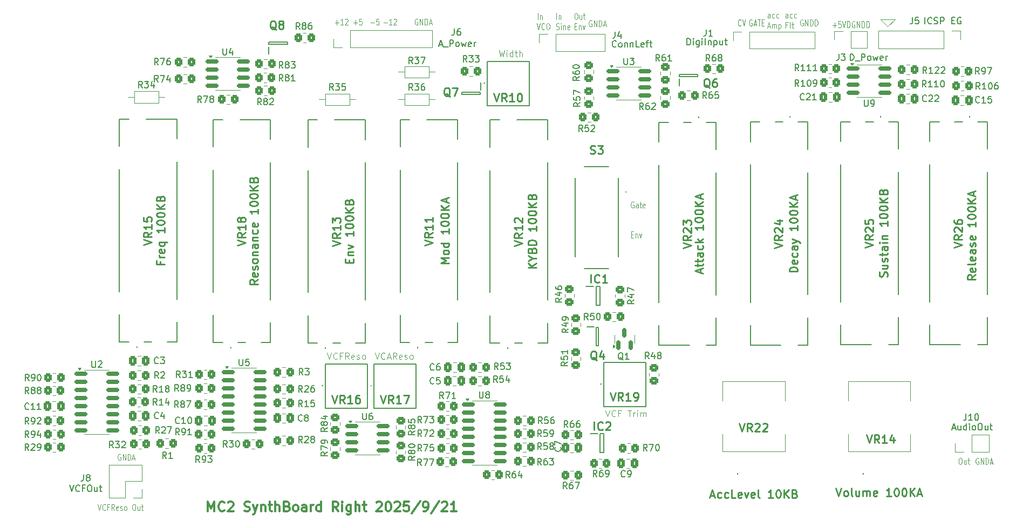
<source format=gbr>
%TF.GenerationSoftware,KiCad,Pcbnew,9.0.3*%
%TF.CreationDate,2025-09-21T15:13:23+09:00*%
%TF.ProjectId,SynthBoard,53796e74-6842-46f6-9172-642e6b696361,rev?*%
%TF.SameCoordinates,Original*%
%TF.FileFunction,Legend,Top*%
%TF.FilePolarity,Positive*%
%FSLAX46Y46*%
G04 Gerber Fmt 4.6, Leading zero omitted, Abs format (unit mm)*
G04 Created by KiCad (PCBNEW 9.0.3) date 2025-09-21 15:13:23*
%MOMM*%
%LPD*%
G01*
G04 APERTURE LIST*
G04 Aperture macros list*
%AMRoundRect*
0 Rectangle with rounded corners*
0 $1 Rounding radius*
0 $2 $3 $4 $5 $6 $7 $8 $9 X,Y pos of 4 corners*
0 Add a 4 corners polygon primitive as box body*
4,1,4,$2,$3,$4,$5,$6,$7,$8,$9,$2,$3,0*
0 Add four circle primitives for the rounded corners*
1,1,$1+$1,$2,$3*
1,1,$1+$1,$4,$5*
1,1,$1+$1,$6,$7*
1,1,$1+$1,$8,$9*
0 Add four rect primitives between the rounded corners*
20,1,$1+$1,$2,$3,$4,$5,0*
20,1,$1+$1,$4,$5,$6,$7,0*
20,1,$1+$1,$6,$7,$8,$9,0*
20,1,$1+$1,$8,$9,$2,$3,0*%
G04 Aperture macros list end*
%ADD10C,0.100000*%
%ADD11C,0.300000*%
%ADD12C,0.254000*%
%ADD13C,0.150000*%
%ADD14C,0.200000*%
%ADD15C,0.120000*%
%ADD16R,1.150000X0.600000*%
%ADD17RoundRect,0.250000X0.350000X0.450000X-0.350000X0.450000X-0.350000X-0.450000X0.350000X-0.450000X0*%
%ADD18C,1.800000*%
%ADD19C,4.455000*%
%ADD20RoundRect,0.250000X-0.350000X-0.450000X0.350000X-0.450000X0.350000X0.450000X-0.350000X0.450000X0*%
%ADD21RoundRect,0.250000X0.337500X0.475000X-0.337500X0.475000X-0.337500X-0.475000X0.337500X-0.475000X0*%
%ADD22RoundRect,0.250000X0.450000X-0.350000X0.450000X0.350000X-0.450000X0.350000X-0.450000X-0.350000X0*%
%ADD23R,1.700000X1.700000*%
%ADD24C,1.700000*%
%ADD25R,0.600000X1.150000*%
%ADD26R,1.800000X1.800000*%
%ADD27C,2.550000*%
%ADD28RoundRect,0.250000X-0.337500X-0.475000X0.337500X-0.475000X0.337500X0.475000X-0.337500X0.475000X0*%
%ADD29RoundRect,0.150000X-0.825000X-0.150000X0.825000X-0.150000X0.825000X0.150000X-0.825000X0.150000X0*%
%ADD30C,1.120000*%
%ADD31RoundRect,0.250000X-0.450000X0.350000X-0.450000X-0.350000X0.450000X-0.350000X0.450000X0.350000X0*%
%ADD32RoundRect,0.150000X0.150000X-0.587500X0.150000X0.587500X-0.150000X0.587500X-0.150000X-0.587500X0*%
%ADD33C,1.400000*%
%ADD34R,1.500000X1.500000*%
%ADD35C,1.500000*%
%ADD36C,2.025000*%
%ADD37R,1.200000X0.600000*%
G04 APERTURE END LIST*
D10*
X307005000Y-45245000D02*
X305862000Y-46388000D01*
X305862000Y-46388000D02*
X304719000Y-45245000D01*
X304719000Y-45245000D02*
X307005000Y-45245000D01*
X181910217Y-121346419D02*
X182160217Y-122346419D01*
X182160217Y-122346419D02*
X182410217Y-121346419D01*
X183088788Y-122251180D02*
X183053074Y-122298800D01*
X183053074Y-122298800D02*
X182945931Y-122346419D01*
X182945931Y-122346419D02*
X182874503Y-122346419D01*
X182874503Y-122346419D02*
X182767360Y-122298800D01*
X182767360Y-122298800D02*
X182695931Y-122203561D01*
X182695931Y-122203561D02*
X182660217Y-122108323D01*
X182660217Y-122108323D02*
X182624503Y-121917847D01*
X182624503Y-121917847D02*
X182624503Y-121774990D01*
X182624503Y-121774990D02*
X182660217Y-121584514D01*
X182660217Y-121584514D02*
X182695931Y-121489276D01*
X182695931Y-121489276D02*
X182767360Y-121394038D01*
X182767360Y-121394038D02*
X182874503Y-121346419D01*
X182874503Y-121346419D02*
X182945931Y-121346419D01*
X182945931Y-121346419D02*
X183053074Y-121394038D01*
X183053074Y-121394038D02*
X183088788Y-121441657D01*
X183660217Y-121822609D02*
X183410217Y-121822609D01*
X183410217Y-122346419D02*
X183410217Y-121346419D01*
X183410217Y-121346419D02*
X183767360Y-121346419D01*
X184481645Y-122346419D02*
X184231645Y-121870228D01*
X184053074Y-122346419D02*
X184053074Y-121346419D01*
X184053074Y-121346419D02*
X184338788Y-121346419D01*
X184338788Y-121346419D02*
X184410217Y-121394038D01*
X184410217Y-121394038D02*
X184445931Y-121441657D01*
X184445931Y-121441657D02*
X184481645Y-121536895D01*
X184481645Y-121536895D02*
X184481645Y-121679752D01*
X184481645Y-121679752D02*
X184445931Y-121774990D01*
X184445931Y-121774990D02*
X184410217Y-121822609D01*
X184410217Y-121822609D02*
X184338788Y-121870228D01*
X184338788Y-121870228D02*
X184053074Y-121870228D01*
X185088788Y-122298800D02*
X185017360Y-122346419D01*
X185017360Y-122346419D02*
X184874503Y-122346419D01*
X184874503Y-122346419D02*
X184803074Y-122298800D01*
X184803074Y-122298800D02*
X184767360Y-122203561D01*
X184767360Y-122203561D02*
X184767360Y-121822609D01*
X184767360Y-121822609D02*
X184803074Y-121727371D01*
X184803074Y-121727371D02*
X184874503Y-121679752D01*
X184874503Y-121679752D02*
X185017360Y-121679752D01*
X185017360Y-121679752D02*
X185088788Y-121727371D01*
X185088788Y-121727371D02*
X185124503Y-121822609D01*
X185124503Y-121822609D02*
X185124503Y-121917847D01*
X185124503Y-121917847D02*
X184767360Y-122013085D01*
X185410217Y-122298800D02*
X185481645Y-122346419D01*
X185481645Y-122346419D02*
X185624502Y-122346419D01*
X185624502Y-122346419D02*
X185695931Y-122298800D01*
X185695931Y-122298800D02*
X185731645Y-122203561D01*
X185731645Y-122203561D02*
X185731645Y-122155942D01*
X185731645Y-122155942D02*
X185695931Y-122060704D01*
X185695931Y-122060704D02*
X185624502Y-122013085D01*
X185624502Y-122013085D02*
X185517360Y-122013085D01*
X185517360Y-122013085D02*
X185445931Y-121965466D01*
X185445931Y-121965466D02*
X185410217Y-121870228D01*
X185410217Y-121870228D02*
X185410217Y-121822609D01*
X185410217Y-121822609D02*
X185445931Y-121727371D01*
X185445931Y-121727371D02*
X185517360Y-121679752D01*
X185517360Y-121679752D02*
X185624502Y-121679752D01*
X185624502Y-121679752D02*
X185695931Y-121727371D01*
X186160217Y-122346419D02*
X186088788Y-122298800D01*
X186088788Y-122298800D02*
X186053074Y-122251180D01*
X186053074Y-122251180D02*
X186017360Y-122155942D01*
X186017360Y-122155942D02*
X186017360Y-121870228D01*
X186017360Y-121870228D02*
X186053074Y-121774990D01*
X186053074Y-121774990D02*
X186088788Y-121727371D01*
X186088788Y-121727371D02*
X186160217Y-121679752D01*
X186160217Y-121679752D02*
X186267360Y-121679752D01*
X186267360Y-121679752D02*
X186338788Y-121727371D01*
X186338788Y-121727371D02*
X186374503Y-121774990D01*
X186374503Y-121774990D02*
X186410217Y-121870228D01*
X186410217Y-121870228D02*
X186410217Y-122155942D01*
X186410217Y-122155942D02*
X186374503Y-122251180D01*
X186374503Y-122251180D02*
X186338788Y-122298800D01*
X186338788Y-122298800D02*
X186267360Y-122346419D01*
X186267360Y-122346419D02*
X186160217Y-122346419D01*
X226721360Y-45765466D02*
X227292789Y-45765466D01*
X228042788Y-46146419D02*
X227614217Y-46146419D01*
X227828502Y-46146419D02*
X227828502Y-45146419D01*
X227828502Y-45146419D02*
X227757074Y-45289276D01*
X227757074Y-45289276D02*
X227685645Y-45384514D01*
X227685645Y-45384514D02*
X227614217Y-45432133D01*
X228328503Y-45241657D02*
X228364217Y-45194038D01*
X228364217Y-45194038D02*
X228435646Y-45146419D01*
X228435646Y-45146419D02*
X228614217Y-45146419D01*
X228614217Y-45146419D02*
X228685646Y-45194038D01*
X228685646Y-45194038D02*
X228721360Y-45241657D01*
X228721360Y-45241657D02*
X228757074Y-45336895D01*
X228757074Y-45336895D02*
X228757074Y-45432133D01*
X228757074Y-45432133D02*
X228721360Y-45574990D01*
X228721360Y-45574990D02*
X228292788Y-46146419D01*
X228292788Y-46146419D02*
X228757074Y-46146419D01*
X225368027Y-97597419D02*
X225701360Y-98597419D01*
X225701360Y-98597419D02*
X226034693Y-97597419D01*
X226939455Y-98502180D02*
X226891836Y-98549800D01*
X226891836Y-98549800D02*
X226748979Y-98597419D01*
X226748979Y-98597419D02*
X226653741Y-98597419D01*
X226653741Y-98597419D02*
X226510884Y-98549800D01*
X226510884Y-98549800D02*
X226415646Y-98454561D01*
X226415646Y-98454561D02*
X226368027Y-98359323D01*
X226368027Y-98359323D02*
X226320408Y-98168847D01*
X226320408Y-98168847D02*
X226320408Y-98025990D01*
X226320408Y-98025990D02*
X226368027Y-97835514D01*
X226368027Y-97835514D02*
X226415646Y-97740276D01*
X226415646Y-97740276D02*
X226510884Y-97645038D01*
X226510884Y-97645038D02*
X226653741Y-97597419D01*
X226653741Y-97597419D02*
X226748979Y-97597419D01*
X226748979Y-97597419D02*
X226891836Y-97645038D01*
X226891836Y-97645038D02*
X226939455Y-97692657D01*
X227320408Y-98311704D02*
X227796598Y-98311704D01*
X227225170Y-98597419D02*
X227558503Y-97597419D01*
X227558503Y-97597419D02*
X227891836Y-98597419D01*
X228796598Y-98597419D02*
X228463265Y-98121228D01*
X228225170Y-98597419D02*
X228225170Y-97597419D01*
X228225170Y-97597419D02*
X228606122Y-97597419D01*
X228606122Y-97597419D02*
X228701360Y-97645038D01*
X228701360Y-97645038D02*
X228748979Y-97692657D01*
X228748979Y-97692657D02*
X228796598Y-97787895D01*
X228796598Y-97787895D02*
X228796598Y-97930752D01*
X228796598Y-97930752D02*
X228748979Y-98025990D01*
X228748979Y-98025990D02*
X228701360Y-98073609D01*
X228701360Y-98073609D02*
X228606122Y-98121228D01*
X228606122Y-98121228D02*
X228225170Y-98121228D01*
X229606122Y-98549800D02*
X229510884Y-98597419D01*
X229510884Y-98597419D02*
X229320408Y-98597419D01*
X229320408Y-98597419D02*
X229225170Y-98549800D01*
X229225170Y-98549800D02*
X229177551Y-98454561D01*
X229177551Y-98454561D02*
X229177551Y-98073609D01*
X229177551Y-98073609D02*
X229225170Y-97978371D01*
X229225170Y-97978371D02*
X229320408Y-97930752D01*
X229320408Y-97930752D02*
X229510884Y-97930752D01*
X229510884Y-97930752D02*
X229606122Y-97978371D01*
X229606122Y-97978371D02*
X229653741Y-98073609D01*
X229653741Y-98073609D02*
X229653741Y-98168847D01*
X229653741Y-98168847D02*
X229177551Y-98264085D01*
X230034694Y-98549800D02*
X230129932Y-98597419D01*
X230129932Y-98597419D02*
X230320408Y-98597419D01*
X230320408Y-98597419D02*
X230415646Y-98549800D01*
X230415646Y-98549800D02*
X230463265Y-98454561D01*
X230463265Y-98454561D02*
X230463265Y-98406942D01*
X230463265Y-98406942D02*
X230415646Y-98311704D01*
X230415646Y-98311704D02*
X230320408Y-98264085D01*
X230320408Y-98264085D02*
X230177551Y-98264085D01*
X230177551Y-98264085D02*
X230082313Y-98216466D01*
X230082313Y-98216466D02*
X230034694Y-98121228D01*
X230034694Y-98121228D02*
X230034694Y-98073609D01*
X230034694Y-98073609D02*
X230082313Y-97978371D01*
X230082313Y-97978371D02*
X230177551Y-97930752D01*
X230177551Y-97930752D02*
X230320408Y-97930752D01*
X230320408Y-97930752D02*
X230415646Y-97978371D01*
X231034694Y-98597419D02*
X230939456Y-98549800D01*
X230939456Y-98549800D02*
X230891837Y-98502180D01*
X230891837Y-98502180D02*
X230844218Y-98406942D01*
X230844218Y-98406942D02*
X230844218Y-98121228D01*
X230844218Y-98121228D02*
X230891837Y-98025990D01*
X230891837Y-98025990D02*
X230939456Y-97978371D01*
X230939456Y-97978371D02*
X231034694Y-97930752D01*
X231034694Y-97930752D02*
X231177551Y-97930752D01*
X231177551Y-97930752D02*
X231272789Y-97978371D01*
X231272789Y-97978371D02*
X231320408Y-98025990D01*
X231320408Y-98025990D02*
X231368027Y-98121228D01*
X231368027Y-98121228D02*
X231368027Y-98406942D01*
X231368027Y-98406942D02*
X231320408Y-98502180D01*
X231320408Y-98502180D02*
X231272789Y-98549800D01*
X231272789Y-98549800D02*
X231177551Y-98597419D01*
X231177551Y-98597419D02*
X231034694Y-98597419D01*
X250920360Y-45252475D02*
X250920360Y-44252475D01*
X251277503Y-44585808D02*
X251277503Y-45252475D01*
X251277503Y-44681046D02*
X251313217Y-44633427D01*
X251313217Y-44633427D02*
X251384646Y-44585808D01*
X251384646Y-44585808D02*
X251491789Y-44585808D01*
X251491789Y-44585808D02*
X251563217Y-44633427D01*
X251563217Y-44633427D02*
X251598932Y-44728665D01*
X251598932Y-44728665D02*
X251598932Y-45252475D01*
X250813217Y-45862419D02*
X251063217Y-46862419D01*
X251063217Y-46862419D02*
X251313217Y-45862419D01*
X251991788Y-46767180D02*
X251956074Y-46814800D01*
X251956074Y-46814800D02*
X251848931Y-46862419D01*
X251848931Y-46862419D02*
X251777503Y-46862419D01*
X251777503Y-46862419D02*
X251670360Y-46814800D01*
X251670360Y-46814800D02*
X251598931Y-46719561D01*
X251598931Y-46719561D02*
X251563217Y-46624323D01*
X251563217Y-46624323D02*
X251527503Y-46433847D01*
X251527503Y-46433847D02*
X251527503Y-46290990D01*
X251527503Y-46290990D02*
X251563217Y-46100514D01*
X251563217Y-46100514D02*
X251598931Y-46005276D01*
X251598931Y-46005276D02*
X251670360Y-45910038D01*
X251670360Y-45910038D02*
X251777503Y-45862419D01*
X251777503Y-45862419D02*
X251848931Y-45862419D01*
X251848931Y-45862419D02*
X251956074Y-45910038D01*
X251956074Y-45910038D02*
X251991788Y-45957657D01*
X252456074Y-45862419D02*
X252598931Y-45862419D01*
X252598931Y-45862419D02*
X252670360Y-45910038D01*
X252670360Y-45910038D02*
X252741788Y-46005276D01*
X252741788Y-46005276D02*
X252777503Y-46195752D01*
X252777503Y-46195752D02*
X252777503Y-46529085D01*
X252777503Y-46529085D02*
X252741788Y-46719561D01*
X252741788Y-46719561D02*
X252670360Y-46814800D01*
X252670360Y-46814800D02*
X252598931Y-46862419D01*
X252598931Y-46862419D02*
X252456074Y-46862419D01*
X252456074Y-46862419D02*
X252384646Y-46814800D01*
X252384646Y-46814800D02*
X252313217Y-46719561D01*
X252313217Y-46719561D02*
X252277503Y-46529085D01*
X252277503Y-46529085D02*
X252277503Y-46195752D01*
X252277503Y-46195752D02*
X252313217Y-46005276D01*
X252313217Y-46005276D02*
X252384646Y-45910038D01*
X252384646Y-45910038D02*
X252456074Y-45862419D01*
D11*
X199182510Y-122482828D02*
X199182510Y-120982828D01*
X199182510Y-120982828D02*
X199682510Y-122054257D01*
X199682510Y-122054257D02*
X200182510Y-120982828D01*
X200182510Y-120982828D02*
X200182510Y-122482828D01*
X201753939Y-122339971D02*
X201682511Y-122411400D01*
X201682511Y-122411400D02*
X201468225Y-122482828D01*
X201468225Y-122482828D02*
X201325368Y-122482828D01*
X201325368Y-122482828D02*
X201111082Y-122411400D01*
X201111082Y-122411400D02*
X200968225Y-122268542D01*
X200968225Y-122268542D02*
X200896796Y-122125685D01*
X200896796Y-122125685D02*
X200825368Y-121839971D01*
X200825368Y-121839971D02*
X200825368Y-121625685D01*
X200825368Y-121625685D02*
X200896796Y-121339971D01*
X200896796Y-121339971D02*
X200968225Y-121197114D01*
X200968225Y-121197114D02*
X201111082Y-121054257D01*
X201111082Y-121054257D02*
X201325368Y-120982828D01*
X201325368Y-120982828D02*
X201468225Y-120982828D01*
X201468225Y-120982828D02*
X201682511Y-121054257D01*
X201682511Y-121054257D02*
X201753939Y-121125685D01*
X202325368Y-121125685D02*
X202396796Y-121054257D01*
X202396796Y-121054257D02*
X202539654Y-120982828D01*
X202539654Y-120982828D02*
X202896796Y-120982828D01*
X202896796Y-120982828D02*
X203039654Y-121054257D01*
X203039654Y-121054257D02*
X203111082Y-121125685D01*
X203111082Y-121125685D02*
X203182511Y-121268542D01*
X203182511Y-121268542D02*
X203182511Y-121411400D01*
X203182511Y-121411400D02*
X203111082Y-121625685D01*
X203111082Y-121625685D02*
X202253939Y-122482828D01*
X202253939Y-122482828D02*
X203182511Y-122482828D01*
X204896796Y-122411400D02*
X205111082Y-122482828D01*
X205111082Y-122482828D02*
X205468224Y-122482828D01*
X205468224Y-122482828D02*
X205611082Y-122411400D01*
X205611082Y-122411400D02*
X205682510Y-122339971D01*
X205682510Y-122339971D02*
X205753939Y-122197114D01*
X205753939Y-122197114D02*
X205753939Y-122054257D01*
X205753939Y-122054257D02*
X205682510Y-121911400D01*
X205682510Y-121911400D02*
X205611082Y-121839971D01*
X205611082Y-121839971D02*
X205468224Y-121768542D01*
X205468224Y-121768542D02*
X205182510Y-121697114D01*
X205182510Y-121697114D02*
X205039653Y-121625685D01*
X205039653Y-121625685D02*
X204968224Y-121554257D01*
X204968224Y-121554257D02*
X204896796Y-121411400D01*
X204896796Y-121411400D02*
X204896796Y-121268542D01*
X204896796Y-121268542D02*
X204968224Y-121125685D01*
X204968224Y-121125685D02*
X205039653Y-121054257D01*
X205039653Y-121054257D02*
X205182510Y-120982828D01*
X205182510Y-120982828D02*
X205539653Y-120982828D01*
X205539653Y-120982828D02*
X205753939Y-121054257D01*
X206253938Y-121482828D02*
X206611081Y-122482828D01*
X206968224Y-121482828D02*
X206611081Y-122482828D01*
X206611081Y-122482828D02*
X206468224Y-122839971D01*
X206468224Y-122839971D02*
X206396795Y-122911400D01*
X206396795Y-122911400D02*
X206253938Y-122982828D01*
X207539652Y-121482828D02*
X207539652Y-122482828D01*
X207539652Y-121625685D02*
X207611081Y-121554257D01*
X207611081Y-121554257D02*
X207753938Y-121482828D01*
X207753938Y-121482828D02*
X207968224Y-121482828D01*
X207968224Y-121482828D02*
X208111081Y-121554257D01*
X208111081Y-121554257D02*
X208182510Y-121697114D01*
X208182510Y-121697114D02*
X208182510Y-122482828D01*
X208682510Y-121482828D02*
X209253938Y-121482828D01*
X208896795Y-120982828D02*
X208896795Y-122268542D01*
X208896795Y-122268542D02*
X208968224Y-122411400D01*
X208968224Y-122411400D02*
X209111081Y-122482828D01*
X209111081Y-122482828D02*
X209253938Y-122482828D01*
X209753938Y-122482828D02*
X209753938Y-120982828D01*
X210396796Y-122482828D02*
X210396796Y-121697114D01*
X210396796Y-121697114D02*
X210325367Y-121554257D01*
X210325367Y-121554257D02*
X210182510Y-121482828D01*
X210182510Y-121482828D02*
X209968224Y-121482828D01*
X209968224Y-121482828D02*
X209825367Y-121554257D01*
X209825367Y-121554257D02*
X209753938Y-121625685D01*
X211611081Y-121697114D02*
X211825367Y-121768542D01*
X211825367Y-121768542D02*
X211896796Y-121839971D01*
X211896796Y-121839971D02*
X211968224Y-121982828D01*
X211968224Y-121982828D02*
X211968224Y-122197114D01*
X211968224Y-122197114D02*
X211896796Y-122339971D01*
X211896796Y-122339971D02*
X211825367Y-122411400D01*
X211825367Y-122411400D02*
X211682510Y-122482828D01*
X211682510Y-122482828D02*
X211111081Y-122482828D01*
X211111081Y-122482828D02*
X211111081Y-120982828D01*
X211111081Y-120982828D02*
X211611081Y-120982828D01*
X211611081Y-120982828D02*
X211753939Y-121054257D01*
X211753939Y-121054257D02*
X211825367Y-121125685D01*
X211825367Y-121125685D02*
X211896796Y-121268542D01*
X211896796Y-121268542D02*
X211896796Y-121411400D01*
X211896796Y-121411400D02*
X211825367Y-121554257D01*
X211825367Y-121554257D02*
X211753939Y-121625685D01*
X211753939Y-121625685D02*
X211611081Y-121697114D01*
X211611081Y-121697114D02*
X211111081Y-121697114D01*
X212825367Y-122482828D02*
X212682510Y-122411400D01*
X212682510Y-122411400D02*
X212611081Y-122339971D01*
X212611081Y-122339971D02*
X212539653Y-122197114D01*
X212539653Y-122197114D02*
X212539653Y-121768542D01*
X212539653Y-121768542D02*
X212611081Y-121625685D01*
X212611081Y-121625685D02*
X212682510Y-121554257D01*
X212682510Y-121554257D02*
X212825367Y-121482828D01*
X212825367Y-121482828D02*
X213039653Y-121482828D01*
X213039653Y-121482828D02*
X213182510Y-121554257D01*
X213182510Y-121554257D02*
X213253939Y-121625685D01*
X213253939Y-121625685D02*
X213325367Y-121768542D01*
X213325367Y-121768542D02*
X213325367Y-122197114D01*
X213325367Y-122197114D02*
X213253939Y-122339971D01*
X213253939Y-122339971D02*
X213182510Y-122411400D01*
X213182510Y-122411400D02*
X213039653Y-122482828D01*
X213039653Y-122482828D02*
X212825367Y-122482828D01*
X214611082Y-122482828D02*
X214611082Y-121697114D01*
X214611082Y-121697114D02*
X214539653Y-121554257D01*
X214539653Y-121554257D02*
X214396796Y-121482828D01*
X214396796Y-121482828D02*
X214111082Y-121482828D01*
X214111082Y-121482828D02*
X213968224Y-121554257D01*
X214611082Y-122411400D02*
X214468224Y-122482828D01*
X214468224Y-122482828D02*
X214111082Y-122482828D01*
X214111082Y-122482828D02*
X213968224Y-122411400D01*
X213968224Y-122411400D02*
X213896796Y-122268542D01*
X213896796Y-122268542D02*
X213896796Y-122125685D01*
X213896796Y-122125685D02*
X213968224Y-121982828D01*
X213968224Y-121982828D02*
X214111082Y-121911400D01*
X214111082Y-121911400D02*
X214468224Y-121911400D01*
X214468224Y-121911400D02*
X214611082Y-121839971D01*
X215325367Y-122482828D02*
X215325367Y-121482828D01*
X215325367Y-121768542D02*
X215396796Y-121625685D01*
X215396796Y-121625685D02*
X215468225Y-121554257D01*
X215468225Y-121554257D02*
X215611082Y-121482828D01*
X215611082Y-121482828D02*
X215753939Y-121482828D01*
X216896796Y-122482828D02*
X216896796Y-120982828D01*
X216896796Y-122411400D02*
X216753938Y-122482828D01*
X216753938Y-122482828D02*
X216468224Y-122482828D01*
X216468224Y-122482828D02*
X216325367Y-122411400D01*
X216325367Y-122411400D02*
X216253938Y-122339971D01*
X216253938Y-122339971D02*
X216182510Y-122197114D01*
X216182510Y-122197114D02*
X216182510Y-121768542D01*
X216182510Y-121768542D02*
X216253938Y-121625685D01*
X216253938Y-121625685D02*
X216325367Y-121554257D01*
X216325367Y-121554257D02*
X216468224Y-121482828D01*
X216468224Y-121482828D02*
X216753938Y-121482828D01*
X216753938Y-121482828D02*
X216896796Y-121554257D01*
X219611081Y-122482828D02*
X219111081Y-121768542D01*
X218753938Y-122482828D02*
X218753938Y-120982828D01*
X218753938Y-120982828D02*
X219325367Y-120982828D01*
X219325367Y-120982828D02*
X219468224Y-121054257D01*
X219468224Y-121054257D02*
X219539653Y-121125685D01*
X219539653Y-121125685D02*
X219611081Y-121268542D01*
X219611081Y-121268542D02*
X219611081Y-121482828D01*
X219611081Y-121482828D02*
X219539653Y-121625685D01*
X219539653Y-121625685D02*
X219468224Y-121697114D01*
X219468224Y-121697114D02*
X219325367Y-121768542D01*
X219325367Y-121768542D02*
X218753938Y-121768542D01*
X220253938Y-122482828D02*
X220253938Y-121482828D01*
X220253938Y-120982828D02*
X220182510Y-121054257D01*
X220182510Y-121054257D02*
X220253938Y-121125685D01*
X220253938Y-121125685D02*
X220325367Y-121054257D01*
X220325367Y-121054257D02*
X220253938Y-120982828D01*
X220253938Y-120982828D02*
X220253938Y-121125685D01*
X221611082Y-121482828D02*
X221611082Y-122697114D01*
X221611082Y-122697114D02*
X221539653Y-122839971D01*
X221539653Y-122839971D02*
X221468224Y-122911400D01*
X221468224Y-122911400D02*
X221325367Y-122982828D01*
X221325367Y-122982828D02*
X221111082Y-122982828D01*
X221111082Y-122982828D02*
X220968224Y-122911400D01*
X221611082Y-122411400D02*
X221468224Y-122482828D01*
X221468224Y-122482828D02*
X221182510Y-122482828D01*
X221182510Y-122482828D02*
X221039653Y-122411400D01*
X221039653Y-122411400D02*
X220968224Y-122339971D01*
X220968224Y-122339971D02*
X220896796Y-122197114D01*
X220896796Y-122197114D02*
X220896796Y-121768542D01*
X220896796Y-121768542D02*
X220968224Y-121625685D01*
X220968224Y-121625685D02*
X221039653Y-121554257D01*
X221039653Y-121554257D02*
X221182510Y-121482828D01*
X221182510Y-121482828D02*
X221468224Y-121482828D01*
X221468224Y-121482828D02*
X221611082Y-121554257D01*
X222325367Y-122482828D02*
X222325367Y-120982828D01*
X222968225Y-122482828D02*
X222968225Y-121697114D01*
X222968225Y-121697114D02*
X222896796Y-121554257D01*
X222896796Y-121554257D02*
X222753939Y-121482828D01*
X222753939Y-121482828D02*
X222539653Y-121482828D01*
X222539653Y-121482828D02*
X222396796Y-121554257D01*
X222396796Y-121554257D02*
X222325367Y-121625685D01*
X223468225Y-121482828D02*
X224039653Y-121482828D01*
X223682510Y-120982828D02*
X223682510Y-122268542D01*
X223682510Y-122268542D02*
X223753939Y-122411400D01*
X223753939Y-122411400D02*
X223896796Y-122482828D01*
X223896796Y-122482828D02*
X224039653Y-122482828D01*
X225611082Y-121125685D02*
X225682510Y-121054257D01*
X225682510Y-121054257D02*
X225825368Y-120982828D01*
X225825368Y-120982828D02*
X226182510Y-120982828D01*
X226182510Y-120982828D02*
X226325368Y-121054257D01*
X226325368Y-121054257D02*
X226396796Y-121125685D01*
X226396796Y-121125685D02*
X226468225Y-121268542D01*
X226468225Y-121268542D02*
X226468225Y-121411400D01*
X226468225Y-121411400D02*
X226396796Y-121625685D01*
X226396796Y-121625685D02*
X225539653Y-122482828D01*
X225539653Y-122482828D02*
X226468225Y-122482828D01*
X227396796Y-120982828D02*
X227539653Y-120982828D01*
X227539653Y-120982828D02*
X227682510Y-121054257D01*
X227682510Y-121054257D02*
X227753939Y-121125685D01*
X227753939Y-121125685D02*
X227825367Y-121268542D01*
X227825367Y-121268542D02*
X227896796Y-121554257D01*
X227896796Y-121554257D02*
X227896796Y-121911400D01*
X227896796Y-121911400D02*
X227825367Y-122197114D01*
X227825367Y-122197114D02*
X227753939Y-122339971D01*
X227753939Y-122339971D02*
X227682510Y-122411400D01*
X227682510Y-122411400D02*
X227539653Y-122482828D01*
X227539653Y-122482828D02*
X227396796Y-122482828D01*
X227396796Y-122482828D02*
X227253939Y-122411400D01*
X227253939Y-122411400D02*
X227182510Y-122339971D01*
X227182510Y-122339971D02*
X227111081Y-122197114D01*
X227111081Y-122197114D02*
X227039653Y-121911400D01*
X227039653Y-121911400D02*
X227039653Y-121554257D01*
X227039653Y-121554257D02*
X227111081Y-121268542D01*
X227111081Y-121268542D02*
X227182510Y-121125685D01*
X227182510Y-121125685D02*
X227253939Y-121054257D01*
X227253939Y-121054257D02*
X227396796Y-120982828D01*
X228468224Y-121125685D02*
X228539652Y-121054257D01*
X228539652Y-121054257D02*
X228682510Y-120982828D01*
X228682510Y-120982828D02*
X229039652Y-120982828D01*
X229039652Y-120982828D02*
X229182510Y-121054257D01*
X229182510Y-121054257D02*
X229253938Y-121125685D01*
X229253938Y-121125685D02*
X229325367Y-121268542D01*
X229325367Y-121268542D02*
X229325367Y-121411400D01*
X229325367Y-121411400D02*
X229253938Y-121625685D01*
X229253938Y-121625685D02*
X228396795Y-122482828D01*
X228396795Y-122482828D02*
X229325367Y-122482828D01*
X230682509Y-120982828D02*
X229968223Y-120982828D01*
X229968223Y-120982828D02*
X229896795Y-121697114D01*
X229896795Y-121697114D02*
X229968223Y-121625685D01*
X229968223Y-121625685D02*
X230111081Y-121554257D01*
X230111081Y-121554257D02*
X230468223Y-121554257D01*
X230468223Y-121554257D02*
X230611081Y-121625685D01*
X230611081Y-121625685D02*
X230682509Y-121697114D01*
X230682509Y-121697114D02*
X230753938Y-121839971D01*
X230753938Y-121839971D02*
X230753938Y-122197114D01*
X230753938Y-122197114D02*
X230682509Y-122339971D01*
X230682509Y-122339971D02*
X230611081Y-122411400D01*
X230611081Y-122411400D02*
X230468223Y-122482828D01*
X230468223Y-122482828D02*
X230111081Y-122482828D01*
X230111081Y-122482828D02*
X229968223Y-122411400D01*
X229968223Y-122411400D02*
X229896795Y-122339971D01*
X232468223Y-120911400D02*
X231182509Y-122839971D01*
X233039652Y-122482828D02*
X233325366Y-122482828D01*
X233325366Y-122482828D02*
X233468223Y-122411400D01*
X233468223Y-122411400D02*
X233539652Y-122339971D01*
X233539652Y-122339971D02*
X233682509Y-122125685D01*
X233682509Y-122125685D02*
X233753938Y-121839971D01*
X233753938Y-121839971D02*
X233753938Y-121268542D01*
X233753938Y-121268542D02*
X233682509Y-121125685D01*
X233682509Y-121125685D02*
X233611081Y-121054257D01*
X233611081Y-121054257D02*
X233468223Y-120982828D01*
X233468223Y-120982828D02*
X233182509Y-120982828D01*
X233182509Y-120982828D02*
X233039652Y-121054257D01*
X233039652Y-121054257D02*
X232968223Y-121125685D01*
X232968223Y-121125685D02*
X232896795Y-121268542D01*
X232896795Y-121268542D02*
X232896795Y-121625685D01*
X232896795Y-121625685D02*
X232968223Y-121768542D01*
X232968223Y-121768542D02*
X233039652Y-121839971D01*
X233039652Y-121839971D02*
X233182509Y-121911400D01*
X233182509Y-121911400D02*
X233468223Y-121911400D01*
X233468223Y-121911400D02*
X233611081Y-121839971D01*
X233611081Y-121839971D02*
X233682509Y-121768542D01*
X233682509Y-121768542D02*
X233753938Y-121625685D01*
X235468223Y-120911400D02*
X234182509Y-122839971D01*
X235896795Y-121125685D02*
X235968223Y-121054257D01*
X235968223Y-121054257D02*
X236111081Y-120982828D01*
X236111081Y-120982828D02*
X236468223Y-120982828D01*
X236468223Y-120982828D02*
X236611081Y-121054257D01*
X236611081Y-121054257D02*
X236682509Y-121125685D01*
X236682509Y-121125685D02*
X236753938Y-121268542D01*
X236753938Y-121268542D02*
X236753938Y-121411400D01*
X236753938Y-121411400D02*
X236682509Y-121625685D01*
X236682509Y-121625685D02*
X235825366Y-122482828D01*
X235825366Y-122482828D02*
X236753938Y-122482828D01*
X238182509Y-122482828D02*
X237325366Y-122482828D01*
X237753937Y-122482828D02*
X237753937Y-120982828D01*
X237753937Y-120982828D02*
X237611080Y-121197114D01*
X237611080Y-121197114D02*
X237468223Y-121339971D01*
X237468223Y-121339971D02*
X237325366Y-121411400D01*
D10*
X284538217Y-45321038D02*
X284466789Y-45273419D01*
X284466789Y-45273419D02*
X284359646Y-45273419D01*
X284359646Y-45273419D02*
X284252503Y-45321038D01*
X284252503Y-45321038D02*
X284181074Y-45416276D01*
X284181074Y-45416276D02*
X284145360Y-45511514D01*
X284145360Y-45511514D02*
X284109646Y-45701990D01*
X284109646Y-45701990D02*
X284109646Y-45844847D01*
X284109646Y-45844847D02*
X284145360Y-46035323D01*
X284145360Y-46035323D02*
X284181074Y-46130561D01*
X284181074Y-46130561D02*
X284252503Y-46225800D01*
X284252503Y-46225800D02*
X284359646Y-46273419D01*
X284359646Y-46273419D02*
X284431074Y-46273419D01*
X284431074Y-46273419D02*
X284538217Y-46225800D01*
X284538217Y-46225800D02*
X284573931Y-46178180D01*
X284573931Y-46178180D02*
X284573931Y-45844847D01*
X284573931Y-45844847D02*
X284431074Y-45844847D01*
X284859646Y-45987704D02*
X285216789Y-45987704D01*
X284788217Y-46273419D02*
X285038217Y-45273419D01*
X285038217Y-45273419D02*
X285288217Y-46273419D01*
X285431074Y-45273419D02*
X285859646Y-45273419D01*
X285645360Y-46273419D02*
X285645360Y-45273419D01*
X286109646Y-45749609D02*
X286359646Y-45749609D01*
X286466789Y-46273419D02*
X286109646Y-46273419D01*
X286109646Y-46273419D02*
X286109646Y-45273419D01*
X286109646Y-45273419D02*
X286466789Y-45273419D01*
X282795931Y-46178180D02*
X282760217Y-46225800D01*
X282760217Y-46225800D02*
X282653074Y-46273419D01*
X282653074Y-46273419D02*
X282581646Y-46273419D01*
X282581646Y-46273419D02*
X282474503Y-46225800D01*
X282474503Y-46225800D02*
X282403074Y-46130561D01*
X282403074Y-46130561D02*
X282367360Y-46035323D01*
X282367360Y-46035323D02*
X282331646Y-45844847D01*
X282331646Y-45844847D02*
X282331646Y-45701990D01*
X282331646Y-45701990D02*
X282367360Y-45511514D01*
X282367360Y-45511514D02*
X282403074Y-45416276D01*
X282403074Y-45416276D02*
X282474503Y-45321038D01*
X282474503Y-45321038D02*
X282581646Y-45273419D01*
X282581646Y-45273419D02*
X282653074Y-45273419D01*
X282653074Y-45273419D02*
X282760217Y-45321038D01*
X282760217Y-45321038D02*
X282795931Y-45368657D01*
X283010217Y-45273419D02*
X283260217Y-46273419D01*
X283260217Y-46273419D02*
X283510217Y-45273419D01*
X317166217Y-114107419D02*
X317309074Y-114107419D01*
X317309074Y-114107419D02*
X317380503Y-114155038D01*
X317380503Y-114155038D02*
X317451931Y-114250276D01*
X317451931Y-114250276D02*
X317487646Y-114440752D01*
X317487646Y-114440752D02*
X317487646Y-114774085D01*
X317487646Y-114774085D02*
X317451931Y-114964561D01*
X317451931Y-114964561D02*
X317380503Y-115059800D01*
X317380503Y-115059800D02*
X317309074Y-115107419D01*
X317309074Y-115107419D02*
X317166217Y-115107419D01*
X317166217Y-115107419D02*
X317094789Y-115059800D01*
X317094789Y-115059800D02*
X317023360Y-114964561D01*
X317023360Y-114964561D02*
X316987646Y-114774085D01*
X316987646Y-114774085D02*
X316987646Y-114440752D01*
X316987646Y-114440752D02*
X317023360Y-114250276D01*
X317023360Y-114250276D02*
X317094789Y-114155038D01*
X317094789Y-114155038D02*
X317166217Y-114107419D01*
X318130503Y-114440752D02*
X318130503Y-115107419D01*
X317809074Y-114440752D02*
X317809074Y-114964561D01*
X317809074Y-114964561D02*
X317844788Y-115059800D01*
X317844788Y-115059800D02*
X317916217Y-115107419D01*
X317916217Y-115107419D02*
X318023360Y-115107419D01*
X318023360Y-115107419D02*
X318094788Y-115059800D01*
X318094788Y-115059800D02*
X318130503Y-115012180D01*
X318380502Y-114440752D02*
X318666216Y-114440752D01*
X318487645Y-114107419D02*
X318487645Y-114964561D01*
X318487645Y-114964561D02*
X318523359Y-115059800D01*
X318523359Y-115059800D02*
X318594788Y-115107419D01*
X318594788Y-115107419D02*
X318666216Y-115107419D01*
X224689360Y-45765466D02*
X225260789Y-45765466D01*
X225975074Y-45146419D02*
X225617931Y-45146419D01*
X225617931Y-45146419D02*
X225582217Y-45622609D01*
X225582217Y-45622609D02*
X225617931Y-45574990D01*
X225617931Y-45574990D02*
X225689360Y-45527371D01*
X225689360Y-45527371D02*
X225867931Y-45527371D01*
X225867931Y-45527371D02*
X225939360Y-45574990D01*
X225939360Y-45574990D02*
X225975074Y-45622609D01*
X225975074Y-45622609D02*
X226010788Y-45717847D01*
X226010788Y-45717847D02*
X226010788Y-45955942D01*
X226010788Y-45955942D02*
X225975074Y-46051180D01*
X225975074Y-46051180D02*
X225939360Y-46098800D01*
X225939360Y-46098800D02*
X225867931Y-46146419D01*
X225867931Y-46146419D02*
X225689360Y-46146419D01*
X225689360Y-46146419D02*
X225617931Y-46098800D01*
X225617931Y-46098800D02*
X225582217Y-46051180D01*
X259384217Y-45447038D02*
X259312789Y-45399419D01*
X259312789Y-45399419D02*
X259205646Y-45399419D01*
X259205646Y-45399419D02*
X259098503Y-45447038D01*
X259098503Y-45447038D02*
X259027074Y-45542276D01*
X259027074Y-45542276D02*
X258991360Y-45637514D01*
X258991360Y-45637514D02*
X258955646Y-45827990D01*
X258955646Y-45827990D02*
X258955646Y-45970847D01*
X258955646Y-45970847D02*
X258991360Y-46161323D01*
X258991360Y-46161323D02*
X259027074Y-46256561D01*
X259027074Y-46256561D02*
X259098503Y-46351800D01*
X259098503Y-46351800D02*
X259205646Y-46399419D01*
X259205646Y-46399419D02*
X259277074Y-46399419D01*
X259277074Y-46399419D02*
X259384217Y-46351800D01*
X259384217Y-46351800D02*
X259419931Y-46304180D01*
X259419931Y-46304180D02*
X259419931Y-45970847D01*
X259419931Y-45970847D02*
X259277074Y-45970847D01*
X259741360Y-46399419D02*
X259741360Y-45399419D01*
X259741360Y-45399419D02*
X260169931Y-46399419D01*
X260169931Y-46399419D02*
X260169931Y-45399419D01*
X260527074Y-46399419D02*
X260527074Y-45399419D01*
X260527074Y-45399419D02*
X260705645Y-45399419D01*
X260705645Y-45399419D02*
X260812788Y-45447038D01*
X260812788Y-45447038D02*
X260884217Y-45542276D01*
X260884217Y-45542276D02*
X260919931Y-45637514D01*
X260919931Y-45637514D02*
X260955645Y-45827990D01*
X260955645Y-45827990D02*
X260955645Y-45970847D01*
X260955645Y-45970847D02*
X260919931Y-46161323D01*
X260919931Y-46161323D02*
X260884217Y-46256561D01*
X260884217Y-46256561D02*
X260812788Y-46351800D01*
X260812788Y-46351800D02*
X260705645Y-46399419D01*
X260705645Y-46399419D02*
X260527074Y-46399419D01*
X261241360Y-46113704D02*
X261598503Y-46113704D01*
X261169931Y-46399419D02*
X261419931Y-45399419D01*
X261419931Y-45399419D02*
X261669931Y-46399419D01*
X292539217Y-45321038D02*
X292467789Y-45273419D01*
X292467789Y-45273419D02*
X292360646Y-45273419D01*
X292360646Y-45273419D02*
X292253503Y-45321038D01*
X292253503Y-45321038D02*
X292182074Y-45416276D01*
X292182074Y-45416276D02*
X292146360Y-45511514D01*
X292146360Y-45511514D02*
X292110646Y-45701990D01*
X292110646Y-45701990D02*
X292110646Y-45844847D01*
X292110646Y-45844847D02*
X292146360Y-46035323D01*
X292146360Y-46035323D02*
X292182074Y-46130561D01*
X292182074Y-46130561D02*
X292253503Y-46225800D01*
X292253503Y-46225800D02*
X292360646Y-46273419D01*
X292360646Y-46273419D02*
X292432074Y-46273419D01*
X292432074Y-46273419D02*
X292539217Y-46225800D01*
X292539217Y-46225800D02*
X292574931Y-46178180D01*
X292574931Y-46178180D02*
X292574931Y-45844847D01*
X292574931Y-45844847D02*
X292432074Y-45844847D01*
X292896360Y-46273419D02*
X292896360Y-45273419D01*
X292896360Y-45273419D02*
X293324931Y-46273419D01*
X293324931Y-46273419D02*
X293324931Y-45273419D01*
X293682074Y-46273419D02*
X293682074Y-45273419D01*
X293682074Y-45273419D02*
X293860645Y-45273419D01*
X293860645Y-45273419D02*
X293967788Y-45321038D01*
X293967788Y-45321038D02*
X294039217Y-45416276D01*
X294039217Y-45416276D02*
X294074931Y-45511514D01*
X294074931Y-45511514D02*
X294110645Y-45701990D01*
X294110645Y-45701990D02*
X294110645Y-45844847D01*
X294110645Y-45844847D02*
X294074931Y-46035323D01*
X294074931Y-46035323D02*
X294039217Y-46130561D01*
X294039217Y-46130561D02*
X293967788Y-46225800D01*
X293967788Y-46225800D02*
X293860645Y-46273419D01*
X293860645Y-46273419D02*
X293682074Y-46273419D01*
X294432074Y-46273419D02*
X294432074Y-45273419D01*
X294432074Y-45273419D02*
X294610645Y-45273419D01*
X294610645Y-45273419D02*
X294717788Y-45321038D01*
X294717788Y-45321038D02*
X294789217Y-45416276D01*
X294789217Y-45416276D02*
X294824931Y-45511514D01*
X294824931Y-45511514D02*
X294860645Y-45701990D01*
X294860645Y-45701990D02*
X294860645Y-45844847D01*
X294860645Y-45844847D02*
X294824931Y-46035323D01*
X294824931Y-46035323D02*
X294789217Y-46130561D01*
X294789217Y-46130561D02*
X294717788Y-46225800D01*
X294717788Y-46225800D02*
X294610645Y-46273419D01*
X294610645Y-46273419D02*
X294432074Y-46273419D01*
X320083217Y-114155038D02*
X320011789Y-114107419D01*
X320011789Y-114107419D02*
X319904646Y-114107419D01*
X319904646Y-114107419D02*
X319797503Y-114155038D01*
X319797503Y-114155038D02*
X319726074Y-114250276D01*
X319726074Y-114250276D02*
X319690360Y-114345514D01*
X319690360Y-114345514D02*
X319654646Y-114535990D01*
X319654646Y-114535990D02*
X319654646Y-114678847D01*
X319654646Y-114678847D02*
X319690360Y-114869323D01*
X319690360Y-114869323D02*
X319726074Y-114964561D01*
X319726074Y-114964561D02*
X319797503Y-115059800D01*
X319797503Y-115059800D02*
X319904646Y-115107419D01*
X319904646Y-115107419D02*
X319976074Y-115107419D01*
X319976074Y-115107419D02*
X320083217Y-115059800D01*
X320083217Y-115059800D02*
X320118931Y-115012180D01*
X320118931Y-115012180D02*
X320118931Y-114678847D01*
X320118931Y-114678847D02*
X319976074Y-114678847D01*
X320440360Y-115107419D02*
X320440360Y-114107419D01*
X320440360Y-114107419D02*
X320868931Y-115107419D01*
X320868931Y-115107419D02*
X320868931Y-114107419D01*
X321226074Y-115107419D02*
X321226074Y-114107419D01*
X321226074Y-114107419D02*
X321404645Y-114107419D01*
X321404645Y-114107419D02*
X321511788Y-114155038D01*
X321511788Y-114155038D02*
X321583217Y-114250276D01*
X321583217Y-114250276D02*
X321618931Y-114345514D01*
X321618931Y-114345514D02*
X321654645Y-114535990D01*
X321654645Y-114535990D02*
X321654645Y-114678847D01*
X321654645Y-114678847D02*
X321618931Y-114869323D01*
X321618931Y-114869323D02*
X321583217Y-114964561D01*
X321583217Y-114964561D02*
X321511788Y-115059800D01*
X321511788Y-115059800D02*
X321404645Y-115107419D01*
X321404645Y-115107419D02*
X321226074Y-115107419D01*
X321940360Y-114821704D02*
X322297503Y-114821704D01*
X321868931Y-115107419D02*
X322118931Y-114107419D01*
X322118931Y-114107419D02*
X322368931Y-115107419D01*
X265595360Y-79022609D02*
X265845360Y-79022609D01*
X265952503Y-79546419D02*
X265595360Y-79546419D01*
X265595360Y-79546419D02*
X265595360Y-78546419D01*
X265595360Y-78546419D02*
X265952503Y-78546419D01*
X266273931Y-78879752D02*
X266273931Y-79546419D01*
X266273931Y-78974990D02*
X266309645Y-78927371D01*
X266309645Y-78927371D02*
X266381074Y-78879752D01*
X266381074Y-78879752D02*
X266488217Y-78879752D01*
X266488217Y-78879752D02*
X266559645Y-78927371D01*
X266559645Y-78927371D02*
X266595360Y-79022609D01*
X266595360Y-79022609D02*
X266595360Y-79546419D01*
X266881073Y-78879752D02*
X267059645Y-79546419D01*
X267059645Y-79546419D02*
X267238216Y-78879752D01*
X187494217Y-121346419D02*
X187637074Y-121346419D01*
X187637074Y-121346419D02*
X187708503Y-121394038D01*
X187708503Y-121394038D02*
X187779931Y-121489276D01*
X187779931Y-121489276D02*
X187815646Y-121679752D01*
X187815646Y-121679752D02*
X187815646Y-122013085D01*
X187815646Y-122013085D02*
X187779931Y-122203561D01*
X187779931Y-122203561D02*
X187708503Y-122298800D01*
X187708503Y-122298800D02*
X187637074Y-122346419D01*
X187637074Y-122346419D02*
X187494217Y-122346419D01*
X187494217Y-122346419D02*
X187422789Y-122298800D01*
X187422789Y-122298800D02*
X187351360Y-122203561D01*
X187351360Y-122203561D02*
X187315646Y-122013085D01*
X187315646Y-122013085D02*
X187315646Y-121679752D01*
X187315646Y-121679752D02*
X187351360Y-121489276D01*
X187351360Y-121489276D02*
X187422789Y-121394038D01*
X187422789Y-121394038D02*
X187494217Y-121346419D01*
X188458503Y-121679752D02*
X188458503Y-122346419D01*
X188137074Y-121679752D02*
X188137074Y-122203561D01*
X188137074Y-122203561D02*
X188172788Y-122298800D01*
X188172788Y-122298800D02*
X188244217Y-122346419D01*
X188244217Y-122346419D02*
X188351360Y-122346419D01*
X188351360Y-122346419D02*
X188422788Y-122298800D01*
X188422788Y-122298800D02*
X188458503Y-122251180D01*
X188708502Y-121679752D02*
X188994216Y-121679752D01*
X188815645Y-121346419D02*
X188815645Y-122203561D01*
X188815645Y-122203561D02*
X188851359Y-122298800D01*
X188851359Y-122298800D02*
X188922788Y-122346419D01*
X188922788Y-122346419D02*
X188994216Y-122346419D01*
X300647217Y-45603038D02*
X300575789Y-45555419D01*
X300575789Y-45555419D02*
X300468646Y-45555419D01*
X300468646Y-45555419D02*
X300361503Y-45603038D01*
X300361503Y-45603038D02*
X300290074Y-45698276D01*
X300290074Y-45698276D02*
X300254360Y-45793514D01*
X300254360Y-45793514D02*
X300218646Y-45983990D01*
X300218646Y-45983990D02*
X300218646Y-46126847D01*
X300218646Y-46126847D02*
X300254360Y-46317323D01*
X300254360Y-46317323D02*
X300290074Y-46412561D01*
X300290074Y-46412561D02*
X300361503Y-46507800D01*
X300361503Y-46507800D02*
X300468646Y-46555419D01*
X300468646Y-46555419D02*
X300540074Y-46555419D01*
X300540074Y-46555419D02*
X300647217Y-46507800D01*
X300647217Y-46507800D02*
X300682931Y-46460180D01*
X300682931Y-46460180D02*
X300682931Y-46126847D01*
X300682931Y-46126847D02*
X300540074Y-46126847D01*
X301004360Y-46555419D02*
X301004360Y-45555419D01*
X301004360Y-45555419D02*
X301432931Y-46555419D01*
X301432931Y-46555419D02*
X301432931Y-45555419D01*
X301790074Y-46555419D02*
X301790074Y-45555419D01*
X301790074Y-45555419D02*
X301968645Y-45555419D01*
X301968645Y-45555419D02*
X302075788Y-45603038D01*
X302075788Y-45603038D02*
X302147217Y-45698276D01*
X302147217Y-45698276D02*
X302182931Y-45793514D01*
X302182931Y-45793514D02*
X302218645Y-45983990D01*
X302218645Y-45983990D02*
X302218645Y-46126847D01*
X302218645Y-46126847D02*
X302182931Y-46317323D01*
X302182931Y-46317323D02*
X302147217Y-46412561D01*
X302147217Y-46412561D02*
X302075788Y-46507800D01*
X302075788Y-46507800D02*
X301968645Y-46555419D01*
X301968645Y-46555419D02*
X301790074Y-46555419D01*
X302540074Y-46555419D02*
X302540074Y-45555419D01*
X302540074Y-45555419D02*
X302718645Y-45555419D01*
X302718645Y-45555419D02*
X302825788Y-45603038D01*
X302825788Y-45603038D02*
X302897217Y-45698276D01*
X302897217Y-45698276D02*
X302932931Y-45793514D01*
X302932931Y-45793514D02*
X302968645Y-45983990D01*
X302968645Y-45983990D02*
X302968645Y-46126847D01*
X302968645Y-46126847D02*
X302932931Y-46317323D01*
X302932931Y-46317323D02*
X302897217Y-46412561D01*
X302897217Y-46412561D02*
X302825788Y-46507800D01*
X302825788Y-46507800D02*
X302718645Y-46555419D01*
X302718645Y-46555419D02*
X302540074Y-46555419D01*
X185458217Y-113520038D02*
X185386789Y-113472419D01*
X185386789Y-113472419D02*
X185279646Y-113472419D01*
X185279646Y-113472419D02*
X185172503Y-113520038D01*
X185172503Y-113520038D02*
X185101074Y-113615276D01*
X185101074Y-113615276D02*
X185065360Y-113710514D01*
X185065360Y-113710514D02*
X185029646Y-113900990D01*
X185029646Y-113900990D02*
X185029646Y-114043847D01*
X185029646Y-114043847D02*
X185065360Y-114234323D01*
X185065360Y-114234323D02*
X185101074Y-114329561D01*
X185101074Y-114329561D02*
X185172503Y-114424800D01*
X185172503Y-114424800D02*
X185279646Y-114472419D01*
X185279646Y-114472419D02*
X185351074Y-114472419D01*
X185351074Y-114472419D02*
X185458217Y-114424800D01*
X185458217Y-114424800D02*
X185493931Y-114377180D01*
X185493931Y-114377180D02*
X185493931Y-114043847D01*
X185493931Y-114043847D02*
X185351074Y-114043847D01*
X185815360Y-114472419D02*
X185815360Y-113472419D01*
X185815360Y-113472419D02*
X186243931Y-114472419D01*
X186243931Y-114472419D02*
X186243931Y-113472419D01*
X186601074Y-114472419D02*
X186601074Y-113472419D01*
X186601074Y-113472419D02*
X186779645Y-113472419D01*
X186779645Y-113472419D02*
X186886788Y-113520038D01*
X186886788Y-113520038D02*
X186958217Y-113615276D01*
X186958217Y-113615276D02*
X186993931Y-113710514D01*
X186993931Y-113710514D02*
X187029645Y-113900990D01*
X187029645Y-113900990D02*
X187029645Y-114043847D01*
X187029645Y-114043847D02*
X186993931Y-114234323D01*
X186993931Y-114234323D02*
X186958217Y-114329561D01*
X186958217Y-114329561D02*
X186886788Y-114424800D01*
X186886788Y-114424800D02*
X186779645Y-114472419D01*
X186779645Y-114472419D02*
X186601074Y-114472419D01*
X187315360Y-114186704D02*
X187672503Y-114186704D01*
X187243931Y-114472419D02*
X187493931Y-113472419D01*
X187493931Y-113472419D02*
X187743931Y-114472419D01*
X297204360Y-46174466D02*
X297775789Y-46174466D01*
X297490074Y-46555419D02*
X297490074Y-45793514D01*
X298490074Y-45555419D02*
X298132931Y-45555419D01*
X298132931Y-45555419D02*
X298097217Y-46031609D01*
X298097217Y-46031609D02*
X298132931Y-45983990D01*
X298132931Y-45983990D02*
X298204360Y-45936371D01*
X298204360Y-45936371D02*
X298382931Y-45936371D01*
X298382931Y-45936371D02*
X298454360Y-45983990D01*
X298454360Y-45983990D02*
X298490074Y-46031609D01*
X298490074Y-46031609D02*
X298525788Y-46126847D01*
X298525788Y-46126847D02*
X298525788Y-46364942D01*
X298525788Y-46364942D02*
X298490074Y-46460180D01*
X298490074Y-46460180D02*
X298454360Y-46507800D01*
X298454360Y-46507800D02*
X298382931Y-46555419D01*
X298382931Y-46555419D02*
X298204360Y-46555419D01*
X298204360Y-46555419D02*
X298132931Y-46507800D01*
X298132931Y-46507800D02*
X298097217Y-46460180D01*
X298740074Y-45555419D02*
X298990074Y-46555419D01*
X298990074Y-46555419D02*
X299240074Y-45555419D01*
X299490074Y-46555419D02*
X299490074Y-45555419D01*
X299490074Y-45555419D02*
X299668645Y-45555419D01*
X299668645Y-45555419D02*
X299775788Y-45603038D01*
X299775788Y-45603038D02*
X299847217Y-45698276D01*
X299847217Y-45698276D02*
X299882931Y-45793514D01*
X299882931Y-45793514D02*
X299918645Y-45983990D01*
X299918645Y-45983990D02*
X299918645Y-46126847D01*
X299918645Y-46126847D02*
X299882931Y-46317323D01*
X299882931Y-46317323D02*
X299847217Y-46412561D01*
X299847217Y-46412561D02*
X299775788Y-46507800D01*
X299775788Y-46507800D02*
X299668645Y-46555419D01*
X299668645Y-46555419D02*
X299490074Y-46555419D01*
X287387789Y-45044475D02*
X287387789Y-44520665D01*
X287387789Y-44520665D02*
X287352074Y-44425427D01*
X287352074Y-44425427D02*
X287280646Y-44377808D01*
X287280646Y-44377808D02*
X287137789Y-44377808D01*
X287137789Y-44377808D02*
X287066360Y-44425427D01*
X287387789Y-44996856D02*
X287316360Y-45044475D01*
X287316360Y-45044475D02*
X287137789Y-45044475D01*
X287137789Y-45044475D02*
X287066360Y-44996856D01*
X287066360Y-44996856D02*
X287030646Y-44901617D01*
X287030646Y-44901617D02*
X287030646Y-44806379D01*
X287030646Y-44806379D02*
X287066360Y-44711141D01*
X287066360Y-44711141D02*
X287137789Y-44663522D01*
X287137789Y-44663522D02*
X287316360Y-44663522D01*
X287316360Y-44663522D02*
X287387789Y-44615903D01*
X288066360Y-44996856D02*
X287994931Y-45044475D01*
X287994931Y-45044475D02*
X287852074Y-45044475D01*
X287852074Y-45044475D02*
X287780645Y-44996856D01*
X287780645Y-44996856D02*
X287744931Y-44949236D01*
X287744931Y-44949236D02*
X287709217Y-44853998D01*
X287709217Y-44853998D02*
X287709217Y-44568284D01*
X287709217Y-44568284D02*
X287744931Y-44473046D01*
X287744931Y-44473046D02*
X287780645Y-44425427D01*
X287780645Y-44425427D02*
X287852074Y-44377808D01*
X287852074Y-44377808D02*
X287994931Y-44377808D01*
X287994931Y-44377808D02*
X288066360Y-44425427D01*
X288709217Y-44996856D02*
X288637788Y-45044475D01*
X288637788Y-45044475D02*
X288494931Y-45044475D01*
X288494931Y-45044475D02*
X288423502Y-44996856D01*
X288423502Y-44996856D02*
X288387788Y-44949236D01*
X288387788Y-44949236D02*
X288352074Y-44853998D01*
X288352074Y-44853998D02*
X288352074Y-44568284D01*
X288352074Y-44568284D02*
X288387788Y-44473046D01*
X288387788Y-44473046D02*
X288423502Y-44425427D01*
X288423502Y-44425427D02*
X288494931Y-44377808D01*
X288494931Y-44377808D02*
X288637788Y-44377808D01*
X288637788Y-44377808D02*
X288709217Y-44425427D01*
X287030646Y-46368704D02*
X287387789Y-46368704D01*
X286959217Y-46654419D02*
X287209217Y-45654419D01*
X287209217Y-45654419D02*
X287459217Y-46654419D01*
X287709217Y-46654419D02*
X287709217Y-45987752D01*
X287709217Y-46082990D02*
X287744931Y-46035371D01*
X287744931Y-46035371D02*
X287816360Y-45987752D01*
X287816360Y-45987752D02*
X287923503Y-45987752D01*
X287923503Y-45987752D02*
X287994931Y-46035371D01*
X287994931Y-46035371D02*
X288030646Y-46130609D01*
X288030646Y-46130609D02*
X288030646Y-46654419D01*
X288030646Y-46130609D02*
X288066360Y-46035371D01*
X288066360Y-46035371D02*
X288137788Y-45987752D01*
X288137788Y-45987752D02*
X288244931Y-45987752D01*
X288244931Y-45987752D02*
X288316360Y-46035371D01*
X288316360Y-46035371D02*
X288352074Y-46130609D01*
X288352074Y-46130609D02*
X288352074Y-46654419D01*
X288709217Y-45987752D02*
X288709217Y-46987752D01*
X288709217Y-46035371D02*
X288780646Y-45987752D01*
X288780646Y-45987752D02*
X288923503Y-45987752D01*
X288923503Y-45987752D02*
X288994931Y-46035371D01*
X288994931Y-46035371D02*
X289030646Y-46082990D01*
X289030646Y-46082990D02*
X289066360Y-46178228D01*
X289066360Y-46178228D02*
X289066360Y-46463942D01*
X289066360Y-46463942D02*
X289030646Y-46559180D01*
X289030646Y-46559180D02*
X288994931Y-46606800D01*
X288994931Y-46606800D02*
X288923503Y-46654419D01*
X288923503Y-46654419D02*
X288780646Y-46654419D01*
X288780646Y-46654419D02*
X288709217Y-46606800D01*
X256860217Y-44252475D02*
X257003074Y-44252475D01*
X257003074Y-44252475D02*
X257074503Y-44300094D01*
X257074503Y-44300094D02*
X257145931Y-44395332D01*
X257145931Y-44395332D02*
X257181646Y-44585808D01*
X257181646Y-44585808D02*
X257181646Y-44919141D01*
X257181646Y-44919141D02*
X257145931Y-45109617D01*
X257145931Y-45109617D02*
X257074503Y-45204856D01*
X257074503Y-45204856D02*
X257003074Y-45252475D01*
X257003074Y-45252475D02*
X256860217Y-45252475D01*
X256860217Y-45252475D02*
X256788789Y-45204856D01*
X256788789Y-45204856D02*
X256717360Y-45109617D01*
X256717360Y-45109617D02*
X256681646Y-44919141D01*
X256681646Y-44919141D02*
X256681646Y-44585808D01*
X256681646Y-44585808D02*
X256717360Y-44395332D01*
X256717360Y-44395332D02*
X256788789Y-44300094D01*
X256788789Y-44300094D02*
X256860217Y-44252475D01*
X257824503Y-44585808D02*
X257824503Y-45252475D01*
X257503074Y-44585808D02*
X257503074Y-45109617D01*
X257503074Y-45109617D02*
X257538788Y-45204856D01*
X257538788Y-45204856D02*
X257610217Y-45252475D01*
X257610217Y-45252475D02*
X257717360Y-45252475D01*
X257717360Y-45252475D02*
X257788788Y-45204856D01*
X257788788Y-45204856D02*
X257824503Y-45157236D01*
X258074502Y-44585808D02*
X258360216Y-44585808D01*
X258181645Y-44252475D02*
X258181645Y-45109617D01*
X258181645Y-45109617D02*
X258217359Y-45204856D01*
X258217359Y-45204856D02*
X258288788Y-45252475D01*
X258288788Y-45252475D02*
X258360216Y-45252475D01*
X256717360Y-46338609D02*
X256967360Y-46338609D01*
X257074503Y-46862419D02*
X256717360Y-46862419D01*
X256717360Y-46862419D02*
X256717360Y-45862419D01*
X256717360Y-45862419D02*
X257074503Y-45862419D01*
X257395931Y-46195752D02*
X257395931Y-46862419D01*
X257395931Y-46290990D02*
X257431645Y-46243371D01*
X257431645Y-46243371D02*
X257503074Y-46195752D01*
X257503074Y-46195752D02*
X257610217Y-46195752D01*
X257610217Y-46195752D02*
X257681645Y-46243371D01*
X257681645Y-46243371D02*
X257717360Y-46338609D01*
X257717360Y-46338609D02*
X257717360Y-46862419D01*
X258003073Y-46195752D02*
X258181645Y-46862419D01*
X258181645Y-46862419D02*
X258360216Y-46195752D01*
X222022360Y-45765466D02*
X222593789Y-45765466D01*
X222308074Y-46146419D02*
X222308074Y-45384514D01*
X223308074Y-45146419D02*
X222950931Y-45146419D01*
X222950931Y-45146419D02*
X222915217Y-45622609D01*
X222915217Y-45622609D02*
X222950931Y-45574990D01*
X222950931Y-45574990D02*
X223022360Y-45527371D01*
X223022360Y-45527371D02*
X223200931Y-45527371D01*
X223200931Y-45527371D02*
X223272360Y-45574990D01*
X223272360Y-45574990D02*
X223308074Y-45622609D01*
X223308074Y-45622609D02*
X223343788Y-45717847D01*
X223343788Y-45717847D02*
X223343788Y-45955942D01*
X223343788Y-45955942D02*
X223308074Y-46051180D01*
X223308074Y-46051180D02*
X223272360Y-46098800D01*
X223272360Y-46098800D02*
X223200931Y-46146419D01*
X223200931Y-46146419D02*
X223022360Y-46146419D01*
X223022360Y-46146419D02*
X222950931Y-46098800D01*
X222950931Y-46098800D02*
X222915217Y-46051180D01*
X219101360Y-45765466D02*
X219672789Y-45765466D01*
X219387074Y-46146419D02*
X219387074Y-45384514D01*
X220422788Y-46146419D02*
X219994217Y-46146419D01*
X220208502Y-46146419D02*
X220208502Y-45146419D01*
X220208502Y-45146419D02*
X220137074Y-45289276D01*
X220137074Y-45289276D02*
X220065645Y-45384514D01*
X220065645Y-45384514D02*
X219994217Y-45432133D01*
X220708503Y-45241657D02*
X220744217Y-45194038D01*
X220744217Y-45194038D02*
X220815646Y-45146419D01*
X220815646Y-45146419D02*
X220994217Y-45146419D01*
X220994217Y-45146419D02*
X221065646Y-45194038D01*
X221065646Y-45194038D02*
X221101360Y-45241657D01*
X221101360Y-45241657D02*
X221137074Y-45336895D01*
X221137074Y-45336895D02*
X221137074Y-45432133D01*
X221137074Y-45432133D02*
X221101360Y-45574990D01*
X221101360Y-45574990D02*
X220672788Y-46146419D01*
X220672788Y-46146419D02*
X221137074Y-46146419D01*
X232067217Y-45194038D02*
X231995789Y-45146419D01*
X231995789Y-45146419D02*
X231888646Y-45146419D01*
X231888646Y-45146419D02*
X231781503Y-45194038D01*
X231781503Y-45194038D02*
X231710074Y-45289276D01*
X231710074Y-45289276D02*
X231674360Y-45384514D01*
X231674360Y-45384514D02*
X231638646Y-45574990D01*
X231638646Y-45574990D02*
X231638646Y-45717847D01*
X231638646Y-45717847D02*
X231674360Y-45908323D01*
X231674360Y-45908323D02*
X231710074Y-46003561D01*
X231710074Y-46003561D02*
X231781503Y-46098800D01*
X231781503Y-46098800D02*
X231888646Y-46146419D01*
X231888646Y-46146419D02*
X231960074Y-46146419D01*
X231960074Y-46146419D02*
X232067217Y-46098800D01*
X232067217Y-46098800D02*
X232102931Y-46051180D01*
X232102931Y-46051180D02*
X232102931Y-45717847D01*
X232102931Y-45717847D02*
X231960074Y-45717847D01*
X232424360Y-46146419D02*
X232424360Y-45146419D01*
X232424360Y-45146419D02*
X232852931Y-46146419D01*
X232852931Y-46146419D02*
X232852931Y-45146419D01*
X233210074Y-46146419D02*
X233210074Y-45146419D01*
X233210074Y-45146419D02*
X233388645Y-45146419D01*
X233388645Y-45146419D02*
X233495788Y-45194038D01*
X233495788Y-45194038D02*
X233567217Y-45289276D01*
X233567217Y-45289276D02*
X233602931Y-45384514D01*
X233602931Y-45384514D02*
X233638645Y-45574990D01*
X233638645Y-45574990D02*
X233638645Y-45717847D01*
X233638645Y-45717847D02*
X233602931Y-45908323D01*
X233602931Y-45908323D02*
X233567217Y-46003561D01*
X233567217Y-46003561D02*
X233495788Y-46098800D01*
X233495788Y-46098800D02*
X233388645Y-46146419D01*
X233388645Y-46146419D02*
X233210074Y-46146419D01*
X233924360Y-45860704D02*
X234281503Y-45860704D01*
X233852931Y-46146419D02*
X234102931Y-45146419D01*
X234102931Y-45146419D02*
X234352931Y-46146419D01*
X290181789Y-45044475D02*
X290181789Y-44520665D01*
X290181789Y-44520665D02*
X290146074Y-44425427D01*
X290146074Y-44425427D02*
X290074646Y-44377808D01*
X290074646Y-44377808D02*
X289931789Y-44377808D01*
X289931789Y-44377808D02*
X289860360Y-44425427D01*
X290181789Y-44996856D02*
X290110360Y-45044475D01*
X290110360Y-45044475D02*
X289931789Y-45044475D01*
X289931789Y-45044475D02*
X289860360Y-44996856D01*
X289860360Y-44996856D02*
X289824646Y-44901617D01*
X289824646Y-44901617D02*
X289824646Y-44806379D01*
X289824646Y-44806379D02*
X289860360Y-44711141D01*
X289860360Y-44711141D02*
X289931789Y-44663522D01*
X289931789Y-44663522D02*
X290110360Y-44663522D01*
X290110360Y-44663522D02*
X290181789Y-44615903D01*
X290860360Y-44996856D02*
X290788931Y-45044475D01*
X290788931Y-45044475D02*
X290646074Y-45044475D01*
X290646074Y-45044475D02*
X290574645Y-44996856D01*
X290574645Y-44996856D02*
X290538931Y-44949236D01*
X290538931Y-44949236D02*
X290503217Y-44853998D01*
X290503217Y-44853998D02*
X290503217Y-44568284D01*
X290503217Y-44568284D02*
X290538931Y-44473046D01*
X290538931Y-44473046D02*
X290574645Y-44425427D01*
X290574645Y-44425427D02*
X290646074Y-44377808D01*
X290646074Y-44377808D02*
X290788931Y-44377808D01*
X290788931Y-44377808D02*
X290860360Y-44425427D01*
X291503217Y-44996856D02*
X291431788Y-45044475D01*
X291431788Y-45044475D02*
X291288931Y-45044475D01*
X291288931Y-45044475D02*
X291217502Y-44996856D01*
X291217502Y-44996856D02*
X291181788Y-44949236D01*
X291181788Y-44949236D02*
X291146074Y-44853998D01*
X291146074Y-44853998D02*
X291146074Y-44568284D01*
X291146074Y-44568284D02*
X291181788Y-44473046D01*
X291181788Y-44473046D02*
X291217502Y-44425427D01*
X291217502Y-44425427D02*
X291288931Y-44377808D01*
X291288931Y-44377808D02*
X291431788Y-44377808D01*
X291431788Y-44377808D02*
X291503217Y-44425427D01*
X290110360Y-46130609D02*
X289860360Y-46130609D01*
X289860360Y-46654419D02*
X289860360Y-45654419D01*
X289860360Y-45654419D02*
X290217503Y-45654419D01*
X290610360Y-46654419D02*
X290538931Y-46606800D01*
X290538931Y-46606800D02*
X290503217Y-46511561D01*
X290503217Y-46511561D02*
X290503217Y-45654419D01*
X290788931Y-45987752D02*
X291074645Y-45987752D01*
X290896074Y-45654419D02*
X290896074Y-46511561D01*
X290896074Y-46511561D02*
X290931788Y-46606800D01*
X290931788Y-46606800D02*
X291003217Y-46654419D01*
X291003217Y-46654419D02*
X291074645Y-46654419D01*
X217875027Y-97597419D02*
X218208360Y-98597419D01*
X218208360Y-98597419D02*
X218541693Y-97597419D01*
X219446455Y-98502180D02*
X219398836Y-98549800D01*
X219398836Y-98549800D02*
X219255979Y-98597419D01*
X219255979Y-98597419D02*
X219160741Y-98597419D01*
X219160741Y-98597419D02*
X219017884Y-98549800D01*
X219017884Y-98549800D02*
X218922646Y-98454561D01*
X218922646Y-98454561D02*
X218875027Y-98359323D01*
X218875027Y-98359323D02*
X218827408Y-98168847D01*
X218827408Y-98168847D02*
X218827408Y-98025990D01*
X218827408Y-98025990D02*
X218875027Y-97835514D01*
X218875027Y-97835514D02*
X218922646Y-97740276D01*
X218922646Y-97740276D02*
X219017884Y-97645038D01*
X219017884Y-97645038D02*
X219160741Y-97597419D01*
X219160741Y-97597419D02*
X219255979Y-97597419D01*
X219255979Y-97597419D02*
X219398836Y-97645038D01*
X219398836Y-97645038D02*
X219446455Y-97692657D01*
X220208360Y-98073609D02*
X219875027Y-98073609D01*
X219875027Y-98597419D02*
X219875027Y-97597419D01*
X219875027Y-97597419D02*
X220351217Y-97597419D01*
X221303598Y-98597419D02*
X220970265Y-98121228D01*
X220732170Y-98597419D02*
X220732170Y-97597419D01*
X220732170Y-97597419D02*
X221113122Y-97597419D01*
X221113122Y-97597419D02*
X221208360Y-97645038D01*
X221208360Y-97645038D02*
X221255979Y-97692657D01*
X221255979Y-97692657D02*
X221303598Y-97787895D01*
X221303598Y-97787895D02*
X221303598Y-97930752D01*
X221303598Y-97930752D02*
X221255979Y-98025990D01*
X221255979Y-98025990D02*
X221208360Y-98073609D01*
X221208360Y-98073609D02*
X221113122Y-98121228D01*
X221113122Y-98121228D02*
X220732170Y-98121228D01*
X222113122Y-98549800D02*
X222017884Y-98597419D01*
X222017884Y-98597419D02*
X221827408Y-98597419D01*
X221827408Y-98597419D02*
X221732170Y-98549800D01*
X221732170Y-98549800D02*
X221684551Y-98454561D01*
X221684551Y-98454561D02*
X221684551Y-98073609D01*
X221684551Y-98073609D02*
X221732170Y-97978371D01*
X221732170Y-97978371D02*
X221827408Y-97930752D01*
X221827408Y-97930752D02*
X222017884Y-97930752D01*
X222017884Y-97930752D02*
X222113122Y-97978371D01*
X222113122Y-97978371D02*
X222160741Y-98073609D01*
X222160741Y-98073609D02*
X222160741Y-98168847D01*
X222160741Y-98168847D02*
X221684551Y-98264085D01*
X222541694Y-98549800D02*
X222636932Y-98597419D01*
X222636932Y-98597419D02*
X222827408Y-98597419D01*
X222827408Y-98597419D02*
X222922646Y-98549800D01*
X222922646Y-98549800D02*
X222970265Y-98454561D01*
X222970265Y-98454561D02*
X222970265Y-98406942D01*
X222970265Y-98406942D02*
X222922646Y-98311704D01*
X222922646Y-98311704D02*
X222827408Y-98264085D01*
X222827408Y-98264085D02*
X222684551Y-98264085D01*
X222684551Y-98264085D02*
X222589313Y-98216466D01*
X222589313Y-98216466D02*
X222541694Y-98121228D01*
X222541694Y-98121228D02*
X222541694Y-98073609D01*
X222541694Y-98073609D02*
X222589313Y-97978371D01*
X222589313Y-97978371D02*
X222684551Y-97930752D01*
X222684551Y-97930752D02*
X222827408Y-97930752D01*
X222827408Y-97930752D02*
X222922646Y-97978371D01*
X223541694Y-98597419D02*
X223446456Y-98549800D01*
X223446456Y-98549800D02*
X223398837Y-98502180D01*
X223398837Y-98502180D02*
X223351218Y-98406942D01*
X223351218Y-98406942D02*
X223351218Y-98121228D01*
X223351218Y-98121228D02*
X223398837Y-98025990D01*
X223398837Y-98025990D02*
X223446456Y-97978371D01*
X223446456Y-97978371D02*
X223541694Y-97930752D01*
X223541694Y-97930752D02*
X223684551Y-97930752D01*
X223684551Y-97930752D02*
X223779789Y-97978371D01*
X223779789Y-97978371D02*
X223827408Y-98025990D01*
X223827408Y-98025990D02*
X223875027Y-98121228D01*
X223875027Y-98121228D02*
X223875027Y-98406942D01*
X223875027Y-98406942D02*
X223827408Y-98502180D01*
X223827408Y-98502180D02*
X223779789Y-98549800D01*
X223779789Y-98549800D02*
X223684551Y-98597419D01*
X223684551Y-98597419D02*
X223541694Y-98597419D01*
X253863360Y-45252475D02*
X253863360Y-44252475D01*
X254220503Y-44585808D02*
X254220503Y-45252475D01*
X254220503Y-44681046D02*
X254256217Y-44633427D01*
X254256217Y-44633427D02*
X254327646Y-44585808D01*
X254327646Y-44585808D02*
X254434789Y-44585808D01*
X254434789Y-44585808D02*
X254506217Y-44633427D01*
X254506217Y-44633427D02*
X254541932Y-44728665D01*
X254541932Y-44728665D02*
X254541932Y-45252475D01*
X253827646Y-46814800D02*
X253934789Y-46862419D01*
X253934789Y-46862419D02*
X254113360Y-46862419D01*
X254113360Y-46862419D02*
X254184789Y-46814800D01*
X254184789Y-46814800D02*
X254220503Y-46767180D01*
X254220503Y-46767180D02*
X254256217Y-46671942D01*
X254256217Y-46671942D02*
X254256217Y-46576704D01*
X254256217Y-46576704D02*
X254220503Y-46481466D01*
X254220503Y-46481466D02*
X254184789Y-46433847D01*
X254184789Y-46433847D02*
X254113360Y-46386228D01*
X254113360Y-46386228D02*
X253970503Y-46338609D01*
X253970503Y-46338609D02*
X253899074Y-46290990D01*
X253899074Y-46290990D02*
X253863360Y-46243371D01*
X253863360Y-46243371D02*
X253827646Y-46148133D01*
X253827646Y-46148133D02*
X253827646Y-46052895D01*
X253827646Y-46052895D02*
X253863360Y-45957657D01*
X253863360Y-45957657D02*
X253899074Y-45910038D01*
X253899074Y-45910038D02*
X253970503Y-45862419D01*
X253970503Y-45862419D02*
X254149074Y-45862419D01*
X254149074Y-45862419D02*
X254256217Y-45910038D01*
X254577646Y-46862419D02*
X254577646Y-46195752D01*
X254577646Y-45862419D02*
X254541932Y-45910038D01*
X254541932Y-45910038D02*
X254577646Y-45957657D01*
X254577646Y-45957657D02*
X254613360Y-45910038D01*
X254613360Y-45910038D02*
X254577646Y-45862419D01*
X254577646Y-45862419D02*
X254577646Y-45957657D01*
X254934789Y-46195752D02*
X254934789Y-46862419D01*
X254934789Y-46290990D02*
X254970503Y-46243371D01*
X254970503Y-46243371D02*
X255041932Y-46195752D01*
X255041932Y-46195752D02*
X255149075Y-46195752D01*
X255149075Y-46195752D02*
X255220503Y-46243371D01*
X255220503Y-46243371D02*
X255256218Y-46338609D01*
X255256218Y-46338609D02*
X255256218Y-46862419D01*
X255899074Y-46814800D02*
X255827646Y-46862419D01*
X255827646Y-46862419D02*
X255684789Y-46862419D01*
X255684789Y-46862419D02*
X255613360Y-46814800D01*
X255613360Y-46814800D02*
X255577646Y-46719561D01*
X255577646Y-46719561D02*
X255577646Y-46338609D01*
X255577646Y-46338609D02*
X255613360Y-46243371D01*
X255613360Y-46243371D02*
X255684789Y-46195752D01*
X255684789Y-46195752D02*
X255827646Y-46195752D01*
X255827646Y-46195752D02*
X255899074Y-46243371D01*
X255899074Y-46243371D02*
X255934789Y-46338609D01*
X255934789Y-46338609D02*
X255934789Y-46433847D01*
X255934789Y-46433847D02*
X255577646Y-46529085D01*
X265988217Y-73895038D02*
X265916789Y-73847419D01*
X265916789Y-73847419D02*
X265809646Y-73847419D01*
X265809646Y-73847419D02*
X265702503Y-73895038D01*
X265702503Y-73895038D02*
X265631074Y-73990276D01*
X265631074Y-73990276D02*
X265595360Y-74085514D01*
X265595360Y-74085514D02*
X265559646Y-74275990D01*
X265559646Y-74275990D02*
X265559646Y-74418847D01*
X265559646Y-74418847D02*
X265595360Y-74609323D01*
X265595360Y-74609323D02*
X265631074Y-74704561D01*
X265631074Y-74704561D02*
X265702503Y-74799800D01*
X265702503Y-74799800D02*
X265809646Y-74847419D01*
X265809646Y-74847419D02*
X265881074Y-74847419D01*
X265881074Y-74847419D02*
X265988217Y-74799800D01*
X265988217Y-74799800D02*
X266023931Y-74752180D01*
X266023931Y-74752180D02*
X266023931Y-74418847D01*
X266023931Y-74418847D02*
X265881074Y-74418847D01*
X266666789Y-74847419D02*
X266666789Y-74323609D01*
X266666789Y-74323609D02*
X266631074Y-74228371D01*
X266631074Y-74228371D02*
X266559646Y-74180752D01*
X266559646Y-74180752D02*
X266416789Y-74180752D01*
X266416789Y-74180752D02*
X266345360Y-74228371D01*
X266666789Y-74799800D02*
X266595360Y-74847419D01*
X266595360Y-74847419D02*
X266416789Y-74847419D01*
X266416789Y-74847419D02*
X266345360Y-74799800D01*
X266345360Y-74799800D02*
X266309646Y-74704561D01*
X266309646Y-74704561D02*
X266309646Y-74609323D01*
X266309646Y-74609323D02*
X266345360Y-74514085D01*
X266345360Y-74514085D02*
X266416789Y-74466466D01*
X266416789Y-74466466D02*
X266595360Y-74466466D01*
X266595360Y-74466466D02*
X266666789Y-74418847D01*
X266916788Y-74180752D02*
X267202502Y-74180752D01*
X267023931Y-73847419D02*
X267023931Y-74704561D01*
X267023931Y-74704561D02*
X267059645Y-74799800D01*
X267059645Y-74799800D02*
X267131074Y-74847419D01*
X267131074Y-74847419D02*
X267202502Y-74847419D01*
X267738216Y-74799800D02*
X267666788Y-74847419D01*
X267666788Y-74847419D02*
X267523931Y-74847419D01*
X267523931Y-74847419D02*
X267452502Y-74799800D01*
X267452502Y-74799800D02*
X267416788Y-74704561D01*
X267416788Y-74704561D02*
X267416788Y-74323609D01*
X267416788Y-74323609D02*
X267452502Y-74228371D01*
X267452502Y-74228371D02*
X267523931Y-74180752D01*
X267523931Y-74180752D02*
X267666788Y-74180752D01*
X267666788Y-74180752D02*
X267738216Y-74228371D01*
X267738216Y-74228371D02*
X267773931Y-74323609D01*
X267773931Y-74323609D02*
X267773931Y-74418847D01*
X267773931Y-74418847D02*
X267416788Y-74514085D01*
X261563027Y-106614419D02*
X261896360Y-107614419D01*
X261896360Y-107614419D02*
X262229693Y-106614419D01*
X263134455Y-107519180D02*
X263086836Y-107566800D01*
X263086836Y-107566800D02*
X262943979Y-107614419D01*
X262943979Y-107614419D02*
X262848741Y-107614419D01*
X262848741Y-107614419D02*
X262705884Y-107566800D01*
X262705884Y-107566800D02*
X262610646Y-107471561D01*
X262610646Y-107471561D02*
X262563027Y-107376323D01*
X262563027Y-107376323D02*
X262515408Y-107185847D01*
X262515408Y-107185847D02*
X262515408Y-107042990D01*
X262515408Y-107042990D02*
X262563027Y-106852514D01*
X262563027Y-106852514D02*
X262610646Y-106757276D01*
X262610646Y-106757276D02*
X262705884Y-106662038D01*
X262705884Y-106662038D02*
X262848741Y-106614419D01*
X262848741Y-106614419D02*
X262943979Y-106614419D01*
X262943979Y-106614419D02*
X263086836Y-106662038D01*
X263086836Y-106662038D02*
X263134455Y-106709657D01*
X263896360Y-107090609D02*
X263563027Y-107090609D01*
X263563027Y-107614419D02*
X263563027Y-106614419D01*
X263563027Y-106614419D02*
X264039217Y-106614419D01*
X265039218Y-106614419D02*
X265610646Y-106614419D01*
X265324932Y-107614419D02*
X265324932Y-106614419D01*
X265943980Y-107614419D02*
X265943980Y-106947752D01*
X265943980Y-107138228D02*
X265991599Y-107042990D01*
X265991599Y-107042990D02*
X266039218Y-106995371D01*
X266039218Y-106995371D02*
X266134456Y-106947752D01*
X266134456Y-106947752D02*
X266229694Y-106947752D01*
X266563028Y-107614419D02*
X266563028Y-106947752D01*
X266563028Y-106614419D02*
X266515409Y-106662038D01*
X266515409Y-106662038D02*
X266563028Y-106709657D01*
X266563028Y-106709657D02*
X266610647Y-106662038D01*
X266610647Y-106662038D02*
X266563028Y-106614419D01*
X266563028Y-106614419D02*
X266563028Y-106709657D01*
X267039218Y-107614419D02*
X267039218Y-106947752D01*
X267039218Y-107042990D02*
X267086837Y-106995371D01*
X267086837Y-106995371D02*
X267182075Y-106947752D01*
X267182075Y-106947752D02*
X267324932Y-106947752D01*
X267324932Y-106947752D02*
X267420170Y-106995371D01*
X267420170Y-106995371D02*
X267467789Y-107090609D01*
X267467789Y-107090609D02*
X267467789Y-107614419D01*
X267467789Y-107090609D02*
X267515408Y-106995371D01*
X267515408Y-106995371D02*
X267610646Y-106947752D01*
X267610646Y-106947752D02*
X267753503Y-106947752D01*
X267753503Y-106947752D02*
X267848742Y-106995371D01*
X267848742Y-106995371D02*
X267896361Y-107090609D01*
X267896361Y-107090609D02*
X267896361Y-107614419D01*
X244846646Y-50099419D02*
X245084741Y-51099419D01*
X245084741Y-51099419D02*
X245275217Y-50385133D01*
X245275217Y-50385133D02*
X245465693Y-51099419D01*
X245465693Y-51099419D02*
X245703789Y-50099419D01*
X246084741Y-51099419D02*
X246084741Y-50432752D01*
X246084741Y-50099419D02*
X246037122Y-50147038D01*
X246037122Y-50147038D02*
X246084741Y-50194657D01*
X246084741Y-50194657D02*
X246132360Y-50147038D01*
X246132360Y-50147038D02*
X246084741Y-50099419D01*
X246084741Y-50099419D02*
X246084741Y-50194657D01*
X246989502Y-51099419D02*
X246989502Y-50099419D01*
X246989502Y-51051800D02*
X246894264Y-51099419D01*
X246894264Y-51099419D02*
X246703788Y-51099419D01*
X246703788Y-51099419D02*
X246608550Y-51051800D01*
X246608550Y-51051800D02*
X246560931Y-51004180D01*
X246560931Y-51004180D02*
X246513312Y-50908942D01*
X246513312Y-50908942D02*
X246513312Y-50623228D01*
X246513312Y-50623228D02*
X246560931Y-50527990D01*
X246560931Y-50527990D02*
X246608550Y-50480371D01*
X246608550Y-50480371D02*
X246703788Y-50432752D01*
X246703788Y-50432752D02*
X246894264Y-50432752D01*
X246894264Y-50432752D02*
X246989502Y-50480371D01*
X247322836Y-50432752D02*
X247703788Y-50432752D01*
X247465693Y-50099419D02*
X247465693Y-50956561D01*
X247465693Y-50956561D02*
X247513312Y-51051800D01*
X247513312Y-51051800D02*
X247608550Y-51099419D01*
X247608550Y-51099419D02*
X247703788Y-51099419D01*
X248037122Y-51099419D02*
X248037122Y-50099419D01*
X248465693Y-51099419D02*
X248465693Y-50575609D01*
X248465693Y-50575609D02*
X248418074Y-50480371D01*
X248418074Y-50480371D02*
X248322836Y-50432752D01*
X248322836Y-50432752D02*
X248179979Y-50432752D01*
X248179979Y-50432752D02*
X248084741Y-50480371D01*
X248084741Y-50480371D02*
X248037122Y-50527990D01*
D12*
X260186047Y-98739270D02*
X260065095Y-98678794D01*
X260065095Y-98678794D02*
X259944142Y-98557842D01*
X259944142Y-98557842D02*
X259762714Y-98376413D01*
X259762714Y-98376413D02*
X259641761Y-98315937D01*
X259641761Y-98315937D02*
X259520809Y-98315937D01*
X259581285Y-98618318D02*
X259460333Y-98557842D01*
X259460333Y-98557842D02*
X259339380Y-98436889D01*
X259339380Y-98436889D02*
X259278904Y-98194984D01*
X259278904Y-98194984D02*
X259278904Y-97771651D01*
X259278904Y-97771651D02*
X259339380Y-97529746D01*
X259339380Y-97529746D02*
X259460333Y-97408794D01*
X259460333Y-97408794D02*
X259581285Y-97348318D01*
X259581285Y-97348318D02*
X259823190Y-97348318D01*
X259823190Y-97348318D02*
X259944142Y-97408794D01*
X259944142Y-97408794D02*
X260065095Y-97529746D01*
X260065095Y-97529746D02*
X260125571Y-97771651D01*
X260125571Y-97771651D02*
X260125571Y-98194984D01*
X260125571Y-98194984D02*
X260065095Y-98436889D01*
X260065095Y-98436889D02*
X259944142Y-98557842D01*
X259944142Y-98557842D02*
X259823190Y-98618318D01*
X259823190Y-98618318D02*
X259581285Y-98618318D01*
X261214142Y-97771651D02*
X261214142Y-98618318D01*
X260911761Y-97287842D02*
X260609380Y-98194984D01*
X260609380Y-98194984D02*
X261395571Y-98194984D01*
D13*
X251491142Y-110736819D02*
X251157809Y-110260628D01*
X250919714Y-110736819D02*
X250919714Y-109736819D01*
X250919714Y-109736819D02*
X251300666Y-109736819D01*
X251300666Y-109736819D02*
X251395904Y-109784438D01*
X251395904Y-109784438D02*
X251443523Y-109832057D01*
X251443523Y-109832057D02*
X251491142Y-109927295D01*
X251491142Y-109927295D02*
X251491142Y-110070152D01*
X251491142Y-110070152D02*
X251443523Y-110165390D01*
X251443523Y-110165390D02*
X251395904Y-110213009D01*
X251395904Y-110213009D02*
X251300666Y-110260628D01*
X251300666Y-110260628D02*
X250919714Y-110260628D01*
X252395904Y-109736819D02*
X251919714Y-109736819D01*
X251919714Y-109736819D02*
X251872095Y-110213009D01*
X251872095Y-110213009D02*
X251919714Y-110165390D01*
X251919714Y-110165390D02*
X252014952Y-110117771D01*
X252014952Y-110117771D02*
X252253047Y-110117771D01*
X252253047Y-110117771D02*
X252348285Y-110165390D01*
X252348285Y-110165390D02*
X252395904Y-110213009D01*
X252395904Y-110213009D02*
X252443523Y-110308247D01*
X252443523Y-110308247D02*
X252443523Y-110546342D01*
X252443523Y-110546342D02*
X252395904Y-110641580D01*
X252395904Y-110641580D02*
X252348285Y-110689200D01*
X252348285Y-110689200D02*
X252253047Y-110736819D01*
X252253047Y-110736819D02*
X252014952Y-110736819D01*
X252014952Y-110736819D02*
X251919714Y-110689200D01*
X251919714Y-110689200D02*
X251872095Y-110641580D01*
X252919714Y-110736819D02*
X253110190Y-110736819D01*
X253110190Y-110736819D02*
X253205428Y-110689200D01*
X253205428Y-110689200D02*
X253253047Y-110641580D01*
X253253047Y-110641580D02*
X253348285Y-110498723D01*
X253348285Y-110498723D02*
X253395904Y-110308247D01*
X253395904Y-110308247D02*
X253395904Y-109927295D01*
X253395904Y-109927295D02*
X253348285Y-109832057D01*
X253348285Y-109832057D02*
X253300666Y-109784438D01*
X253300666Y-109784438D02*
X253205428Y-109736819D01*
X253205428Y-109736819D02*
X253014952Y-109736819D01*
X253014952Y-109736819D02*
X252919714Y-109784438D01*
X252919714Y-109784438D02*
X252872095Y-109832057D01*
X252872095Y-109832057D02*
X252824476Y-109927295D01*
X252824476Y-109927295D02*
X252824476Y-110165390D01*
X252824476Y-110165390D02*
X252872095Y-110260628D01*
X252872095Y-110260628D02*
X252919714Y-110308247D01*
X252919714Y-110308247D02*
X253014952Y-110355866D01*
X253014952Y-110355866D02*
X253205428Y-110355866D01*
X253205428Y-110355866D02*
X253300666Y-110308247D01*
X253300666Y-110308247D02*
X253348285Y-110260628D01*
X253348285Y-110260628D02*
X253395904Y-110165390D01*
D12*
X302497143Y-110493318D02*
X302920476Y-111763318D01*
X302920476Y-111763318D02*
X303343810Y-110493318D01*
X304492857Y-111763318D02*
X304069523Y-111158556D01*
X303767142Y-111763318D02*
X303767142Y-110493318D01*
X303767142Y-110493318D02*
X304250952Y-110493318D01*
X304250952Y-110493318D02*
X304371904Y-110553794D01*
X304371904Y-110553794D02*
X304432381Y-110614270D01*
X304432381Y-110614270D02*
X304492857Y-110735222D01*
X304492857Y-110735222D02*
X304492857Y-110916651D01*
X304492857Y-110916651D02*
X304432381Y-111037603D01*
X304432381Y-111037603D02*
X304371904Y-111098080D01*
X304371904Y-111098080D02*
X304250952Y-111158556D01*
X304250952Y-111158556D02*
X303767142Y-111158556D01*
X305702381Y-111763318D02*
X304976666Y-111763318D01*
X305339523Y-111763318D02*
X305339523Y-110493318D01*
X305339523Y-110493318D02*
X305218571Y-110674746D01*
X305218571Y-110674746D02*
X305097619Y-110795699D01*
X305097619Y-110795699D02*
X304976666Y-110856175D01*
X306790952Y-110916651D02*
X306790952Y-111763318D01*
X306488571Y-110432842D02*
X306186190Y-111339984D01*
X306186190Y-111339984D02*
X306972381Y-111339984D01*
X297726667Y-118857318D02*
X298150000Y-120127318D01*
X298150000Y-120127318D02*
X298573334Y-118857318D01*
X299178095Y-120127318D02*
X299057143Y-120066842D01*
X299057143Y-120066842D02*
X298996666Y-120006365D01*
X298996666Y-120006365D02*
X298936190Y-119885413D01*
X298936190Y-119885413D02*
X298936190Y-119522556D01*
X298936190Y-119522556D02*
X298996666Y-119401603D01*
X298996666Y-119401603D02*
X299057143Y-119341127D01*
X299057143Y-119341127D02*
X299178095Y-119280651D01*
X299178095Y-119280651D02*
X299359524Y-119280651D01*
X299359524Y-119280651D02*
X299480476Y-119341127D01*
X299480476Y-119341127D02*
X299540952Y-119401603D01*
X299540952Y-119401603D02*
X299601428Y-119522556D01*
X299601428Y-119522556D02*
X299601428Y-119885413D01*
X299601428Y-119885413D02*
X299540952Y-120006365D01*
X299540952Y-120006365D02*
X299480476Y-120066842D01*
X299480476Y-120066842D02*
X299359524Y-120127318D01*
X299359524Y-120127318D02*
X299178095Y-120127318D01*
X300327143Y-120127318D02*
X300206191Y-120066842D01*
X300206191Y-120066842D02*
X300145714Y-119945889D01*
X300145714Y-119945889D02*
X300145714Y-118857318D01*
X301355238Y-119280651D02*
X301355238Y-120127318D01*
X300810952Y-119280651D02*
X300810952Y-119945889D01*
X300810952Y-119945889D02*
X300871429Y-120066842D01*
X300871429Y-120066842D02*
X300992381Y-120127318D01*
X300992381Y-120127318D02*
X301173810Y-120127318D01*
X301173810Y-120127318D02*
X301294762Y-120066842D01*
X301294762Y-120066842D02*
X301355238Y-120006365D01*
X301960000Y-120127318D02*
X301960000Y-119280651D01*
X301960000Y-119401603D02*
X302020477Y-119341127D01*
X302020477Y-119341127D02*
X302141429Y-119280651D01*
X302141429Y-119280651D02*
X302322858Y-119280651D01*
X302322858Y-119280651D02*
X302443810Y-119341127D01*
X302443810Y-119341127D02*
X302504286Y-119462080D01*
X302504286Y-119462080D02*
X302504286Y-120127318D01*
X302504286Y-119462080D02*
X302564762Y-119341127D01*
X302564762Y-119341127D02*
X302685715Y-119280651D01*
X302685715Y-119280651D02*
X302867143Y-119280651D01*
X302867143Y-119280651D02*
X302988096Y-119341127D01*
X302988096Y-119341127D02*
X303048572Y-119462080D01*
X303048572Y-119462080D02*
X303048572Y-120127318D01*
X304137143Y-120066842D02*
X304016191Y-120127318D01*
X304016191Y-120127318D02*
X303774286Y-120127318D01*
X303774286Y-120127318D02*
X303653333Y-120066842D01*
X303653333Y-120066842D02*
X303592857Y-119945889D01*
X303592857Y-119945889D02*
X303592857Y-119462080D01*
X303592857Y-119462080D02*
X303653333Y-119341127D01*
X303653333Y-119341127D02*
X303774286Y-119280651D01*
X303774286Y-119280651D02*
X304016191Y-119280651D01*
X304016191Y-119280651D02*
X304137143Y-119341127D01*
X304137143Y-119341127D02*
X304197619Y-119462080D01*
X304197619Y-119462080D02*
X304197619Y-119583032D01*
X304197619Y-119583032D02*
X303592857Y-119703984D01*
X306374762Y-120127318D02*
X305649047Y-120127318D01*
X306011904Y-120127318D02*
X306011904Y-118857318D01*
X306011904Y-118857318D02*
X305890952Y-119038746D01*
X305890952Y-119038746D02*
X305770000Y-119159699D01*
X305770000Y-119159699D02*
X305649047Y-119220175D01*
X307160952Y-118857318D02*
X307281905Y-118857318D01*
X307281905Y-118857318D02*
X307402857Y-118917794D01*
X307402857Y-118917794D02*
X307463333Y-118978270D01*
X307463333Y-118978270D02*
X307523809Y-119099222D01*
X307523809Y-119099222D02*
X307584286Y-119341127D01*
X307584286Y-119341127D02*
X307584286Y-119643508D01*
X307584286Y-119643508D02*
X307523809Y-119885413D01*
X307523809Y-119885413D02*
X307463333Y-120006365D01*
X307463333Y-120006365D02*
X307402857Y-120066842D01*
X307402857Y-120066842D02*
X307281905Y-120127318D01*
X307281905Y-120127318D02*
X307160952Y-120127318D01*
X307160952Y-120127318D02*
X307040000Y-120066842D01*
X307040000Y-120066842D02*
X306979524Y-120006365D01*
X306979524Y-120006365D02*
X306919047Y-119885413D01*
X306919047Y-119885413D02*
X306858571Y-119643508D01*
X306858571Y-119643508D02*
X306858571Y-119341127D01*
X306858571Y-119341127D02*
X306919047Y-119099222D01*
X306919047Y-119099222D02*
X306979524Y-118978270D01*
X306979524Y-118978270D02*
X307040000Y-118917794D01*
X307040000Y-118917794D02*
X307160952Y-118857318D01*
X308370476Y-118857318D02*
X308491429Y-118857318D01*
X308491429Y-118857318D02*
X308612381Y-118917794D01*
X308612381Y-118917794D02*
X308672857Y-118978270D01*
X308672857Y-118978270D02*
X308733333Y-119099222D01*
X308733333Y-119099222D02*
X308793810Y-119341127D01*
X308793810Y-119341127D02*
X308793810Y-119643508D01*
X308793810Y-119643508D02*
X308733333Y-119885413D01*
X308733333Y-119885413D02*
X308672857Y-120006365D01*
X308672857Y-120006365D02*
X308612381Y-120066842D01*
X308612381Y-120066842D02*
X308491429Y-120127318D01*
X308491429Y-120127318D02*
X308370476Y-120127318D01*
X308370476Y-120127318D02*
X308249524Y-120066842D01*
X308249524Y-120066842D02*
X308189048Y-120006365D01*
X308189048Y-120006365D02*
X308128571Y-119885413D01*
X308128571Y-119885413D02*
X308068095Y-119643508D01*
X308068095Y-119643508D02*
X308068095Y-119341127D01*
X308068095Y-119341127D02*
X308128571Y-119099222D01*
X308128571Y-119099222D02*
X308189048Y-118978270D01*
X308189048Y-118978270D02*
X308249524Y-118917794D01*
X308249524Y-118917794D02*
X308370476Y-118857318D01*
X309338095Y-120127318D02*
X309338095Y-118857318D01*
X310063810Y-120127318D02*
X309519524Y-119401603D01*
X310063810Y-118857318D02*
X309338095Y-119583032D01*
X310547619Y-119764461D02*
X311152381Y-119764461D01*
X310426667Y-120127318D02*
X310850000Y-118857318D01*
X310850000Y-118857318D02*
X311273334Y-120127318D01*
D13*
X191544142Y-110228819D02*
X191210809Y-109752628D01*
X190972714Y-110228819D02*
X190972714Y-109228819D01*
X190972714Y-109228819D02*
X191353666Y-109228819D01*
X191353666Y-109228819D02*
X191448904Y-109276438D01*
X191448904Y-109276438D02*
X191496523Y-109324057D01*
X191496523Y-109324057D02*
X191544142Y-109419295D01*
X191544142Y-109419295D02*
X191544142Y-109562152D01*
X191544142Y-109562152D02*
X191496523Y-109657390D01*
X191496523Y-109657390D02*
X191448904Y-109705009D01*
X191448904Y-109705009D02*
X191353666Y-109752628D01*
X191353666Y-109752628D02*
X190972714Y-109752628D01*
X191925095Y-109324057D02*
X191972714Y-109276438D01*
X191972714Y-109276438D02*
X192067952Y-109228819D01*
X192067952Y-109228819D02*
X192306047Y-109228819D01*
X192306047Y-109228819D02*
X192401285Y-109276438D01*
X192401285Y-109276438D02*
X192448904Y-109324057D01*
X192448904Y-109324057D02*
X192496523Y-109419295D01*
X192496523Y-109419295D02*
X192496523Y-109514533D01*
X192496523Y-109514533D02*
X192448904Y-109657390D01*
X192448904Y-109657390D02*
X191877476Y-110228819D01*
X191877476Y-110228819D02*
X192496523Y-110228819D01*
X192829857Y-109228819D02*
X193496523Y-109228819D01*
X193496523Y-109228819D02*
X193067952Y-110228819D01*
X213590142Y-46809819D02*
X213256809Y-46333628D01*
X213018714Y-46809819D02*
X213018714Y-45809819D01*
X213018714Y-45809819D02*
X213399666Y-45809819D01*
X213399666Y-45809819D02*
X213494904Y-45857438D01*
X213494904Y-45857438D02*
X213542523Y-45905057D01*
X213542523Y-45905057D02*
X213590142Y-46000295D01*
X213590142Y-46000295D02*
X213590142Y-46143152D01*
X213590142Y-46143152D02*
X213542523Y-46238390D01*
X213542523Y-46238390D02*
X213494904Y-46286009D01*
X213494904Y-46286009D02*
X213399666Y-46333628D01*
X213399666Y-46333628D02*
X213018714Y-46333628D01*
X214161571Y-46238390D02*
X214066333Y-46190771D01*
X214066333Y-46190771D02*
X214018714Y-46143152D01*
X214018714Y-46143152D02*
X213971095Y-46047914D01*
X213971095Y-46047914D02*
X213971095Y-46000295D01*
X213971095Y-46000295D02*
X214018714Y-45905057D01*
X214018714Y-45905057D02*
X214066333Y-45857438D01*
X214066333Y-45857438D02*
X214161571Y-45809819D01*
X214161571Y-45809819D02*
X214352047Y-45809819D01*
X214352047Y-45809819D02*
X214447285Y-45857438D01*
X214447285Y-45857438D02*
X214494904Y-45905057D01*
X214494904Y-45905057D02*
X214542523Y-46000295D01*
X214542523Y-46000295D02*
X214542523Y-46047914D01*
X214542523Y-46047914D02*
X214494904Y-46143152D01*
X214494904Y-46143152D02*
X214447285Y-46190771D01*
X214447285Y-46190771D02*
X214352047Y-46238390D01*
X214352047Y-46238390D02*
X214161571Y-46238390D01*
X214161571Y-46238390D02*
X214066333Y-46286009D01*
X214066333Y-46286009D02*
X214018714Y-46333628D01*
X214018714Y-46333628D02*
X213971095Y-46428866D01*
X213971095Y-46428866D02*
X213971095Y-46619342D01*
X213971095Y-46619342D02*
X214018714Y-46714580D01*
X214018714Y-46714580D02*
X214066333Y-46762200D01*
X214066333Y-46762200D02*
X214161571Y-46809819D01*
X214161571Y-46809819D02*
X214352047Y-46809819D01*
X214352047Y-46809819D02*
X214447285Y-46762200D01*
X214447285Y-46762200D02*
X214494904Y-46714580D01*
X214494904Y-46714580D02*
X214542523Y-46619342D01*
X214542523Y-46619342D02*
X214542523Y-46428866D01*
X214542523Y-46428866D02*
X214494904Y-46333628D01*
X214494904Y-46333628D02*
X214447285Y-46286009D01*
X214447285Y-46286009D02*
X214352047Y-46238390D01*
X215399666Y-45809819D02*
X215209190Y-45809819D01*
X215209190Y-45809819D02*
X215113952Y-45857438D01*
X215113952Y-45857438D02*
X215066333Y-45905057D01*
X215066333Y-45905057D02*
X214971095Y-46047914D01*
X214971095Y-46047914D02*
X214923476Y-46238390D01*
X214923476Y-46238390D02*
X214923476Y-46619342D01*
X214923476Y-46619342D02*
X214971095Y-46714580D01*
X214971095Y-46714580D02*
X215018714Y-46762200D01*
X215018714Y-46762200D02*
X215113952Y-46809819D01*
X215113952Y-46809819D02*
X215304428Y-46809819D01*
X215304428Y-46809819D02*
X215399666Y-46762200D01*
X215399666Y-46762200D02*
X215447285Y-46714580D01*
X215447285Y-46714580D02*
X215494904Y-46619342D01*
X215494904Y-46619342D02*
X215494904Y-46381247D01*
X215494904Y-46381247D02*
X215447285Y-46286009D01*
X215447285Y-46286009D02*
X215399666Y-46238390D01*
X215399666Y-46238390D02*
X215304428Y-46190771D01*
X215304428Y-46190771D02*
X215113952Y-46190771D01*
X215113952Y-46190771D02*
X215018714Y-46238390D01*
X215018714Y-46238390D02*
X214971095Y-46286009D01*
X214971095Y-46286009D02*
X214923476Y-46381247D01*
X202190642Y-112387819D02*
X201857309Y-111911628D01*
X201619214Y-112387819D02*
X201619214Y-111387819D01*
X201619214Y-111387819D02*
X202000166Y-111387819D01*
X202000166Y-111387819D02*
X202095404Y-111435438D01*
X202095404Y-111435438D02*
X202143023Y-111483057D01*
X202143023Y-111483057D02*
X202190642Y-111578295D01*
X202190642Y-111578295D02*
X202190642Y-111721152D01*
X202190642Y-111721152D02*
X202143023Y-111816390D01*
X202143023Y-111816390D02*
X202095404Y-111864009D01*
X202095404Y-111864009D02*
X202000166Y-111911628D01*
X202000166Y-111911628D02*
X201619214Y-111911628D01*
X202523976Y-111387819D02*
X203143023Y-111387819D01*
X203143023Y-111387819D02*
X202809690Y-111768771D01*
X202809690Y-111768771D02*
X202952547Y-111768771D01*
X202952547Y-111768771D02*
X203047785Y-111816390D01*
X203047785Y-111816390D02*
X203095404Y-111864009D01*
X203095404Y-111864009D02*
X203143023Y-111959247D01*
X203143023Y-111959247D02*
X203143023Y-112197342D01*
X203143023Y-112197342D02*
X203095404Y-112292580D01*
X203095404Y-112292580D02*
X203047785Y-112340200D01*
X203047785Y-112340200D02*
X202952547Y-112387819D01*
X202952547Y-112387819D02*
X202666833Y-112387819D01*
X202666833Y-112387819D02*
X202571595Y-112340200D01*
X202571595Y-112340200D02*
X202523976Y-112292580D01*
X203762071Y-111387819D02*
X203857309Y-111387819D01*
X203857309Y-111387819D02*
X203952547Y-111435438D01*
X203952547Y-111435438D02*
X204000166Y-111483057D01*
X204000166Y-111483057D02*
X204047785Y-111578295D01*
X204047785Y-111578295D02*
X204095404Y-111768771D01*
X204095404Y-111768771D02*
X204095404Y-112006866D01*
X204095404Y-112006866D02*
X204047785Y-112197342D01*
X204047785Y-112197342D02*
X204000166Y-112292580D01*
X204000166Y-112292580D02*
X203952547Y-112340200D01*
X203952547Y-112340200D02*
X203857309Y-112387819D01*
X203857309Y-112387819D02*
X203762071Y-112387819D01*
X203762071Y-112387819D02*
X203666833Y-112340200D01*
X203666833Y-112340200D02*
X203619214Y-112292580D01*
X203619214Y-112292580D02*
X203571595Y-112197342D01*
X203571595Y-112197342D02*
X203523976Y-112006866D01*
X203523976Y-112006866D02*
X203523976Y-111768771D01*
X203523976Y-111768771D02*
X203571595Y-111578295D01*
X203571595Y-111578295D02*
X203619214Y-111483057D01*
X203619214Y-111483057D02*
X203666833Y-111435438D01*
X203666833Y-111435438D02*
X203762071Y-111387819D01*
X171061142Y-106404580D02*
X171013523Y-106452200D01*
X171013523Y-106452200D02*
X170870666Y-106499819D01*
X170870666Y-106499819D02*
X170775428Y-106499819D01*
X170775428Y-106499819D02*
X170632571Y-106452200D01*
X170632571Y-106452200D02*
X170537333Y-106356961D01*
X170537333Y-106356961D02*
X170489714Y-106261723D01*
X170489714Y-106261723D02*
X170442095Y-106071247D01*
X170442095Y-106071247D02*
X170442095Y-105928390D01*
X170442095Y-105928390D02*
X170489714Y-105737914D01*
X170489714Y-105737914D02*
X170537333Y-105642676D01*
X170537333Y-105642676D02*
X170632571Y-105547438D01*
X170632571Y-105547438D02*
X170775428Y-105499819D01*
X170775428Y-105499819D02*
X170870666Y-105499819D01*
X170870666Y-105499819D02*
X171013523Y-105547438D01*
X171013523Y-105547438D02*
X171061142Y-105595057D01*
X172013523Y-106499819D02*
X171442095Y-106499819D01*
X171727809Y-106499819D02*
X171727809Y-105499819D01*
X171727809Y-105499819D02*
X171632571Y-105642676D01*
X171632571Y-105642676D02*
X171537333Y-105737914D01*
X171537333Y-105737914D02*
X171442095Y-105785533D01*
X172965904Y-106499819D02*
X172394476Y-106499819D01*
X172680190Y-106499819D02*
X172680190Y-105499819D01*
X172680190Y-105499819D02*
X172584952Y-105642676D01*
X172584952Y-105642676D02*
X172489714Y-105737914D01*
X172489714Y-105737914D02*
X172394476Y-105785533D01*
X191381142Y-52397819D02*
X191047809Y-51921628D01*
X190809714Y-52397819D02*
X190809714Y-51397819D01*
X190809714Y-51397819D02*
X191190666Y-51397819D01*
X191190666Y-51397819D02*
X191285904Y-51445438D01*
X191285904Y-51445438D02*
X191333523Y-51493057D01*
X191333523Y-51493057D02*
X191381142Y-51588295D01*
X191381142Y-51588295D02*
X191381142Y-51731152D01*
X191381142Y-51731152D02*
X191333523Y-51826390D01*
X191333523Y-51826390D02*
X191285904Y-51874009D01*
X191285904Y-51874009D02*
X191190666Y-51921628D01*
X191190666Y-51921628D02*
X190809714Y-51921628D01*
X191714476Y-51397819D02*
X192381142Y-51397819D01*
X192381142Y-51397819D02*
X191952571Y-52397819D01*
X193190666Y-51397819D02*
X193000190Y-51397819D01*
X193000190Y-51397819D02*
X192904952Y-51445438D01*
X192904952Y-51445438D02*
X192857333Y-51493057D01*
X192857333Y-51493057D02*
X192762095Y-51635914D01*
X192762095Y-51635914D02*
X192714476Y-51826390D01*
X192714476Y-51826390D02*
X192714476Y-52207342D01*
X192714476Y-52207342D02*
X192762095Y-52302580D01*
X192762095Y-52302580D02*
X192809714Y-52350200D01*
X192809714Y-52350200D02*
X192904952Y-52397819D01*
X192904952Y-52397819D02*
X193095428Y-52397819D01*
X193095428Y-52397819D02*
X193190666Y-52350200D01*
X193190666Y-52350200D02*
X193238285Y-52302580D01*
X193238285Y-52302580D02*
X193285904Y-52207342D01*
X193285904Y-52207342D02*
X193285904Y-51969247D01*
X193285904Y-51969247D02*
X193238285Y-51874009D01*
X193238285Y-51874009D02*
X193190666Y-51826390D01*
X193190666Y-51826390D02*
X193095428Y-51778771D01*
X193095428Y-51778771D02*
X192904952Y-51778771D01*
X192904952Y-51778771D02*
X192809714Y-51826390D01*
X192809714Y-51826390D02*
X192762095Y-51874009D01*
X192762095Y-51874009D02*
X192714476Y-51969247D01*
X217932319Y-113177857D02*
X217456128Y-113511190D01*
X217932319Y-113749285D02*
X216932319Y-113749285D01*
X216932319Y-113749285D02*
X216932319Y-113368333D01*
X216932319Y-113368333D02*
X216979938Y-113273095D01*
X216979938Y-113273095D02*
X217027557Y-113225476D01*
X217027557Y-113225476D02*
X217122795Y-113177857D01*
X217122795Y-113177857D02*
X217265652Y-113177857D01*
X217265652Y-113177857D02*
X217360890Y-113225476D01*
X217360890Y-113225476D02*
X217408509Y-113273095D01*
X217408509Y-113273095D02*
X217456128Y-113368333D01*
X217456128Y-113368333D02*
X217456128Y-113749285D01*
X216932319Y-112844523D02*
X216932319Y-112177857D01*
X216932319Y-112177857D02*
X217932319Y-112606428D01*
X217932319Y-111749285D02*
X217932319Y-111558809D01*
X217932319Y-111558809D02*
X217884700Y-111463571D01*
X217884700Y-111463571D02*
X217837080Y-111415952D01*
X217837080Y-111415952D02*
X217694223Y-111320714D01*
X217694223Y-111320714D02*
X217503747Y-111273095D01*
X217503747Y-111273095D02*
X217122795Y-111273095D01*
X217122795Y-111273095D02*
X217027557Y-111320714D01*
X217027557Y-111320714D02*
X216979938Y-111368333D01*
X216979938Y-111368333D02*
X216932319Y-111463571D01*
X216932319Y-111463571D02*
X216932319Y-111654047D01*
X216932319Y-111654047D02*
X216979938Y-111749285D01*
X216979938Y-111749285D02*
X217027557Y-111796904D01*
X217027557Y-111796904D02*
X217122795Y-111844523D01*
X217122795Y-111844523D02*
X217360890Y-111844523D01*
X217360890Y-111844523D02*
X217456128Y-111796904D01*
X217456128Y-111796904D02*
X217503747Y-111749285D01*
X217503747Y-111749285D02*
X217551366Y-111654047D01*
X217551366Y-111654047D02*
X217551366Y-111463571D01*
X217551366Y-111463571D02*
X217503747Y-111368333D01*
X217503747Y-111368333D02*
X217456128Y-111320714D01*
X217456128Y-111320714D02*
X217360890Y-111273095D01*
X277344666Y-46871819D02*
X277344666Y-47586104D01*
X277344666Y-47586104D02*
X277297047Y-47728961D01*
X277297047Y-47728961D02*
X277201809Y-47824200D01*
X277201809Y-47824200D02*
X277058952Y-47871819D01*
X277058952Y-47871819D02*
X276963714Y-47871819D01*
X278344666Y-47871819D02*
X277773238Y-47871819D01*
X278058952Y-47871819D02*
X278058952Y-46871819D01*
X278058952Y-46871819D02*
X277963714Y-47014676D01*
X277963714Y-47014676D02*
X277868476Y-47109914D01*
X277868476Y-47109914D02*
X277773238Y-47157533D01*
X274352572Y-49268819D02*
X274352572Y-48268819D01*
X274352572Y-48268819D02*
X274590667Y-48268819D01*
X274590667Y-48268819D02*
X274733524Y-48316438D01*
X274733524Y-48316438D02*
X274828762Y-48411676D01*
X274828762Y-48411676D02*
X274876381Y-48506914D01*
X274876381Y-48506914D02*
X274924000Y-48697390D01*
X274924000Y-48697390D02*
X274924000Y-48840247D01*
X274924000Y-48840247D02*
X274876381Y-49030723D01*
X274876381Y-49030723D02*
X274828762Y-49125961D01*
X274828762Y-49125961D02*
X274733524Y-49221200D01*
X274733524Y-49221200D02*
X274590667Y-49268819D01*
X274590667Y-49268819D02*
X274352572Y-49268819D01*
X275352572Y-49268819D02*
X275352572Y-48602152D01*
X275352572Y-48268819D02*
X275304953Y-48316438D01*
X275304953Y-48316438D02*
X275352572Y-48364057D01*
X275352572Y-48364057D02*
X275400191Y-48316438D01*
X275400191Y-48316438D02*
X275352572Y-48268819D01*
X275352572Y-48268819D02*
X275352572Y-48364057D01*
X276257333Y-48602152D02*
X276257333Y-49411676D01*
X276257333Y-49411676D02*
X276209714Y-49506914D01*
X276209714Y-49506914D02*
X276162095Y-49554533D01*
X276162095Y-49554533D02*
X276066857Y-49602152D01*
X276066857Y-49602152D02*
X275924000Y-49602152D01*
X275924000Y-49602152D02*
X275828762Y-49554533D01*
X276257333Y-49221200D02*
X276162095Y-49268819D01*
X276162095Y-49268819D02*
X275971619Y-49268819D01*
X275971619Y-49268819D02*
X275876381Y-49221200D01*
X275876381Y-49221200D02*
X275828762Y-49173580D01*
X275828762Y-49173580D02*
X275781143Y-49078342D01*
X275781143Y-49078342D02*
X275781143Y-48792628D01*
X275781143Y-48792628D02*
X275828762Y-48697390D01*
X275828762Y-48697390D02*
X275876381Y-48649771D01*
X275876381Y-48649771D02*
X275971619Y-48602152D01*
X275971619Y-48602152D02*
X276162095Y-48602152D01*
X276162095Y-48602152D02*
X276257333Y-48649771D01*
X276733524Y-49268819D02*
X276733524Y-48602152D01*
X276733524Y-48268819D02*
X276685905Y-48316438D01*
X276685905Y-48316438D02*
X276733524Y-48364057D01*
X276733524Y-48364057D02*
X276781143Y-48316438D01*
X276781143Y-48316438D02*
X276733524Y-48268819D01*
X276733524Y-48268819D02*
X276733524Y-48364057D01*
X277209714Y-49268819D02*
X277209714Y-48268819D01*
X277685904Y-48602152D02*
X277685904Y-49268819D01*
X277685904Y-48697390D02*
X277733523Y-48649771D01*
X277733523Y-48649771D02*
X277828761Y-48602152D01*
X277828761Y-48602152D02*
X277971618Y-48602152D01*
X277971618Y-48602152D02*
X278066856Y-48649771D01*
X278066856Y-48649771D02*
X278114475Y-48745009D01*
X278114475Y-48745009D02*
X278114475Y-49268819D01*
X278590666Y-48602152D02*
X278590666Y-49602152D01*
X278590666Y-48649771D02*
X278685904Y-48602152D01*
X278685904Y-48602152D02*
X278876380Y-48602152D01*
X278876380Y-48602152D02*
X278971618Y-48649771D01*
X278971618Y-48649771D02*
X279019237Y-48697390D01*
X279019237Y-48697390D02*
X279066856Y-48792628D01*
X279066856Y-48792628D02*
X279066856Y-49078342D01*
X279066856Y-49078342D02*
X279019237Y-49173580D01*
X279019237Y-49173580D02*
X278971618Y-49221200D01*
X278971618Y-49221200D02*
X278876380Y-49268819D01*
X278876380Y-49268819D02*
X278685904Y-49268819D01*
X278685904Y-49268819D02*
X278590666Y-49221200D01*
X279923999Y-48602152D02*
X279923999Y-49268819D01*
X279495428Y-48602152D02*
X279495428Y-49125961D01*
X279495428Y-49125961D02*
X279543047Y-49221200D01*
X279543047Y-49221200D02*
X279638285Y-49268819D01*
X279638285Y-49268819D02*
X279781142Y-49268819D01*
X279781142Y-49268819D02*
X279876380Y-49221200D01*
X279876380Y-49221200D02*
X279923999Y-49173580D01*
X280257333Y-48602152D02*
X280638285Y-48602152D01*
X280400190Y-48268819D02*
X280400190Y-49125961D01*
X280400190Y-49125961D02*
X280447809Y-49221200D01*
X280447809Y-49221200D02*
X280543047Y-49268819D01*
X280543047Y-49268819D02*
X280638285Y-49268819D01*
X210939142Y-52905819D02*
X210605809Y-52429628D01*
X210367714Y-52905819D02*
X210367714Y-51905819D01*
X210367714Y-51905819D02*
X210748666Y-51905819D01*
X210748666Y-51905819D02*
X210843904Y-51953438D01*
X210843904Y-51953438D02*
X210891523Y-52001057D01*
X210891523Y-52001057D02*
X210939142Y-52096295D01*
X210939142Y-52096295D02*
X210939142Y-52239152D01*
X210939142Y-52239152D02*
X210891523Y-52334390D01*
X210891523Y-52334390D02*
X210843904Y-52382009D01*
X210843904Y-52382009D02*
X210748666Y-52429628D01*
X210748666Y-52429628D02*
X210367714Y-52429628D01*
X211510571Y-52334390D02*
X211415333Y-52286771D01*
X211415333Y-52286771D02*
X211367714Y-52239152D01*
X211367714Y-52239152D02*
X211320095Y-52143914D01*
X211320095Y-52143914D02*
X211320095Y-52096295D01*
X211320095Y-52096295D02*
X211367714Y-52001057D01*
X211367714Y-52001057D02*
X211415333Y-51953438D01*
X211415333Y-51953438D02*
X211510571Y-51905819D01*
X211510571Y-51905819D02*
X211701047Y-51905819D01*
X211701047Y-51905819D02*
X211796285Y-51953438D01*
X211796285Y-51953438D02*
X211843904Y-52001057D01*
X211843904Y-52001057D02*
X211891523Y-52096295D01*
X211891523Y-52096295D02*
X211891523Y-52143914D01*
X211891523Y-52143914D02*
X211843904Y-52239152D01*
X211843904Y-52239152D02*
X211796285Y-52286771D01*
X211796285Y-52286771D02*
X211701047Y-52334390D01*
X211701047Y-52334390D02*
X211510571Y-52334390D01*
X211510571Y-52334390D02*
X211415333Y-52382009D01*
X211415333Y-52382009D02*
X211367714Y-52429628D01*
X211367714Y-52429628D02*
X211320095Y-52524866D01*
X211320095Y-52524866D02*
X211320095Y-52715342D01*
X211320095Y-52715342D02*
X211367714Y-52810580D01*
X211367714Y-52810580D02*
X211415333Y-52858200D01*
X211415333Y-52858200D02*
X211510571Y-52905819D01*
X211510571Y-52905819D02*
X211701047Y-52905819D01*
X211701047Y-52905819D02*
X211796285Y-52858200D01*
X211796285Y-52858200D02*
X211843904Y-52810580D01*
X211843904Y-52810580D02*
X211891523Y-52715342D01*
X211891523Y-52715342D02*
X211891523Y-52524866D01*
X211891523Y-52524866D02*
X211843904Y-52429628D01*
X211843904Y-52429628D02*
X211796285Y-52382009D01*
X211796285Y-52382009D02*
X211701047Y-52334390D01*
X212224857Y-51905819D02*
X212843904Y-51905819D01*
X212843904Y-51905819D02*
X212510571Y-52286771D01*
X212510571Y-52286771D02*
X212653428Y-52286771D01*
X212653428Y-52286771D02*
X212748666Y-52334390D01*
X212748666Y-52334390D02*
X212796285Y-52382009D01*
X212796285Y-52382009D02*
X212843904Y-52477247D01*
X212843904Y-52477247D02*
X212843904Y-52715342D01*
X212843904Y-52715342D02*
X212796285Y-52810580D01*
X212796285Y-52810580D02*
X212748666Y-52858200D01*
X212748666Y-52858200D02*
X212653428Y-52905819D01*
X212653428Y-52905819D02*
X212367714Y-52905819D01*
X212367714Y-52905819D02*
X212272476Y-52858200D01*
X212272476Y-52858200D02*
X212224857Y-52810580D01*
X194703142Y-108609580D02*
X194655523Y-108657200D01*
X194655523Y-108657200D02*
X194512666Y-108704819D01*
X194512666Y-108704819D02*
X194417428Y-108704819D01*
X194417428Y-108704819D02*
X194274571Y-108657200D01*
X194274571Y-108657200D02*
X194179333Y-108561961D01*
X194179333Y-108561961D02*
X194131714Y-108466723D01*
X194131714Y-108466723D02*
X194084095Y-108276247D01*
X194084095Y-108276247D02*
X194084095Y-108133390D01*
X194084095Y-108133390D02*
X194131714Y-107942914D01*
X194131714Y-107942914D02*
X194179333Y-107847676D01*
X194179333Y-107847676D02*
X194274571Y-107752438D01*
X194274571Y-107752438D02*
X194417428Y-107704819D01*
X194417428Y-107704819D02*
X194512666Y-107704819D01*
X194512666Y-107704819D02*
X194655523Y-107752438D01*
X194655523Y-107752438D02*
X194703142Y-107800057D01*
X195655523Y-108704819D02*
X195084095Y-108704819D01*
X195369809Y-108704819D02*
X195369809Y-107704819D01*
X195369809Y-107704819D02*
X195274571Y-107847676D01*
X195274571Y-107847676D02*
X195179333Y-107942914D01*
X195179333Y-107942914D02*
X195084095Y-107990533D01*
X196274571Y-107704819D02*
X196369809Y-107704819D01*
X196369809Y-107704819D02*
X196465047Y-107752438D01*
X196465047Y-107752438D02*
X196512666Y-107800057D01*
X196512666Y-107800057D02*
X196560285Y-107895295D01*
X196560285Y-107895295D02*
X196607904Y-108085771D01*
X196607904Y-108085771D02*
X196607904Y-108323866D01*
X196607904Y-108323866D02*
X196560285Y-108514342D01*
X196560285Y-108514342D02*
X196512666Y-108609580D01*
X196512666Y-108609580D02*
X196465047Y-108657200D01*
X196465047Y-108657200D02*
X196369809Y-108704819D01*
X196369809Y-108704819D02*
X196274571Y-108704819D01*
X196274571Y-108704819D02*
X196179333Y-108657200D01*
X196179333Y-108657200D02*
X196131714Y-108609580D01*
X196131714Y-108609580D02*
X196084095Y-108514342D01*
X196084095Y-108514342D02*
X196036476Y-108323866D01*
X196036476Y-108323866D02*
X196036476Y-108085771D01*
X196036476Y-108085771D02*
X196084095Y-107895295D01*
X196084095Y-107895295D02*
X196131714Y-107800057D01*
X196131714Y-107800057D02*
X196179333Y-107752438D01*
X196179333Y-107752438D02*
X196274571Y-107704819D01*
D12*
X209871047Y-46880270D02*
X209750095Y-46819794D01*
X209750095Y-46819794D02*
X209629142Y-46698842D01*
X209629142Y-46698842D02*
X209447714Y-46517413D01*
X209447714Y-46517413D02*
X209326761Y-46456937D01*
X209326761Y-46456937D02*
X209205809Y-46456937D01*
X209266285Y-46759318D02*
X209145333Y-46698842D01*
X209145333Y-46698842D02*
X209024380Y-46577889D01*
X209024380Y-46577889D02*
X208963904Y-46335984D01*
X208963904Y-46335984D02*
X208963904Y-45912651D01*
X208963904Y-45912651D02*
X209024380Y-45670746D01*
X209024380Y-45670746D02*
X209145333Y-45549794D01*
X209145333Y-45549794D02*
X209266285Y-45489318D01*
X209266285Y-45489318D02*
X209508190Y-45489318D01*
X209508190Y-45489318D02*
X209629142Y-45549794D01*
X209629142Y-45549794D02*
X209750095Y-45670746D01*
X209750095Y-45670746D02*
X209810571Y-45912651D01*
X209810571Y-45912651D02*
X209810571Y-46335984D01*
X209810571Y-46335984D02*
X209750095Y-46577889D01*
X209750095Y-46577889D02*
X209629142Y-46698842D01*
X209629142Y-46698842D02*
X209508190Y-46759318D01*
X209508190Y-46759318D02*
X209266285Y-46759318D01*
X210536285Y-46033603D02*
X210415333Y-45973127D01*
X210415333Y-45973127D02*
X210354856Y-45912651D01*
X210354856Y-45912651D02*
X210294380Y-45791699D01*
X210294380Y-45791699D02*
X210294380Y-45731222D01*
X210294380Y-45731222D02*
X210354856Y-45610270D01*
X210354856Y-45610270D02*
X210415333Y-45549794D01*
X210415333Y-45549794D02*
X210536285Y-45489318D01*
X210536285Y-45489318D02*
X210778190Y-45489318D01*
X210778190Y-45489318D02*
X210899142Y-45549794D01*
X210899142Y-45549794D02*
X210959618Y-45610270D01*
X210959618Y-45610270D02*
X211020095Y-45731222D01*
X211020095Y-45731222D02*
X211020095Y-45791699D01*
X211020095Y-45791699D02*
X210959618Y-45912651D01*
X210959618Y-45912651D02*
X210899142Y-45973127D01*
X210899142Y-45973127D02*
X210778190Y-46033603D01*
X210778190Y-46033603D02*
X210536285Y-46033603D01*
X210536285Y-46033603D02*
X210415333Y-46094080D01*
X210415333Y-46094080D02*
X210354856Y-46154556D01*
X210354856Y-46154556D02*
X210294380Y-46275508D01*
X210294380Y-46275508D02*
X210294380Y-46517413D01*
X210294380Y-46517413D02*
X210354856Y-46638365D01*
X210354856Y-46638365D02*
X210415333Y-46698842D01*
X210415333Y-46698842D02*
X210536285Y-46759318D01*
X210536285Y-46759318D02*
X210778190Y-46759318D01*
X210778190Y-46759318D02*
X210899142Y-46698842D01*
X210899142Y-46698842D02*
X210959618Y-46638365D01*
X210959618Y-46638365D02*
X211020095Y-46517413D01*
X211020095Y-46517413D02*
X211020095Y-46275508D01*
X211020095Y-46275508D02*
X210959618Y-46154556D01*
X210959618Y-46154556D02*
X210899142Y-46094080D01*
X210899142Y-46094080D02*
X210778190Y-46033603D01*
D13*
X255724819Y-93828857D02*
X255248628Y-94162190D01*
X255724819Y-94400285D02*
X254724819Y-94400285D01*
X254724819Y-94400285D02*
X254724819Y-94019333D01*
X254724819Y-94019333D02*
X254772438Y-93924095D01*
X254772438Y-93924095D02*
X254820057Y-93876476D01*
X254820057Y-93876476D02*
X254915295Y-93828857D01*
X254915295Y-93828857D02*
X255058152Y-93828857D01*
X255058152Y-93828857D02*
X255153390Y-93876476D01*
X255153390Y-93876476D02*
X255201009Y-93924095D01*
X255201009Y-93924095D02*
X255248628Y-94019333D01*
X255248628Y-94019333D02*
X255248628Y-94400285D01*
X255058152Y-92971714D02*
X255724819Y-92971714D01*
X254677200Y-93209809D02*
X255391485Y-93447904D01*
X255391485Y-93447904D02*
X255391485Y-92828857D01*
X255724819Y-92400285D02*
X255724819Y-92209809D01*
X255724819Y-92209809D02*
X255677200Y-92114571D01*
X255677200Y-92114571D02*
X255629580Y-92066952D01*
X255629580Y-92066952D02*
X255486723Y-91971714D01*
X255486723Y-91971714D02*
X255296247Y-91924095D01*
X255296247Y-91924095D02*
X254915295Y-91924095D01*
X254915295Y-91924095D02*
X254820057Y-91971714D01*
X254820057Y-91971714D02*
X254772438Y-92019333D01*
X254772438Y-92019333D02*
X254724819Y-92114571D01*
X254724819Y-92114571D02*
X254724819Y-92305047D01*
X254724819Y-92305047D02*
X254772438Y-92400285D01*
X254772438Y-92400285D02*
X254820057Y-92447904D01*
X254820057Y-92447904D02*
X254915295Y-92495523D01*
X254915295Y-92495523D02*
X255153390Y-92495523D01*
X255153390Y-92495523D02*
X255248628Y-92447904D01*
X255248628Y-92447904D02*
X255296247Y-92400285D01*
X255296247Y-92400285D02*
X255343866Y-92305047D01*
X255343866Y-92305047D02*
X255343866Y-92114571D01*
X255343866Y-92114571D02*
X255296247Y-92019333D01*
X255296247Y-92019333D02*
X255248628Y-91971714D01*
X255248628Y-91971714D02*
X255153390Y-91924095D01*
X267490142Y-59403819D02*
X267156809Y-58927628D01*
X266918714Y-59403819D02*
X266918714Y-58403819D01*
X266918714Y-58403819D02*
X267299666Y-58403819D01*
X267299666Y-58403819D02*
X267394904Y-58451438D01*
X267394904Y-58451438D02*
X267442523Y-58499057D01*
X267442523Y-58499057D02*
X267490142Y-58594295D01*
X267490142Y-58594295D02*
X267490142Y-58737152D01*
X267490142Y-58737152D02*
X267442523Y-58832390D01*
X267442523Y-58832390D02*
X267394904Y-58880009D01*
X267394904Y-58880009D02*
X267299666Y-58927628D01*
X267299666Y-58927628D02*
X266918714Y-58927628D01*
X268347285Y-58403819D02*
X268156809Y-58403819D01*
X268156809Y-58403819D02*
X268061571Y-58451438D01*
X268061571Y-58451438D02*
X268013952Y-58499057D01*
X268013952Y-58499057D02*
X267918714Y-58641914D01*
X267918714Y-58641914D02*
X267871095Y-58832390D01*
X267871095Y-58832390D02*
X267871095Y-59213342D01*
X267871095Y-59213342D02*
X267918714Y-59308580D01*
X267918714Y-59308580D02*
X267966333Y-59356200D01*
X267966333Y-59356200D02*
X268061571Y-59403819D01*
X268061571Y-59403819D02*
X268252047Y-59403819D01*
X268252047Y-59403819D02*
X268347285Y-59356200D01*
X268347285Y-59356200D02*
X268394904Y-59308580D01*
X268394904Y-59308580D02*
X268442523Y-59213342D01*
X268442523Y-59213342D02*
X268442523Y-58975247D01*
X268442523Y-58975247D02*
X268394904Y-58880009D01*
X268394904Y-58880009D02*
X268347285Y-58832390D01*
X268347285Y-58832390D02*
X268252047Y-58784771D01*
X268252047Y-58784771D02*
X268061571Y-58784771D01*
X268061571Y-58784771D02*
X267966333Y-58832390D01*
X267966333Y-58832390D02*
X267918714Y-58880009D01*
X267918714Y-58880009D02*
X267871095Y-58975247D01*
X268823476Y-58499057D02*
X268871095Y-58451438D01*
X268871095Y-58451438D02*
X268966333Y-58403819D01*
X268966333Y-58403819D02*
X269204428Y-58403819D01*
X269204428Y-58403819D02*
X269299666Y-58451438D01*
X269299666Y-58451438D02*
X269347285Y-58499057D01*
X269347285Y-58499057D02*
X269394904Y-58594295D01*
X269394904Y-58594295D02*
X269394904Y-58689533D01*
X269394904Y-58689533D02*
X269347285Y-58832390D01*
X269347285Y-58832390D02*
X268775857Y-59403819D01*
X268775857Y-59403819D02*
X269394904Y-59403819D01*
X210939142Y-54937819D02*
X210605809Y-54461628D01*
X210367714Y-54937819D02*
X210367714Y-53937819D01*
X210367714Y-53937819D02*
X210748666Y-53937819D01*
X210748666Y-53937819D02*
X210843904Y-53985438D01*
X210843904Y-53985438D02*
X210891523Y-54033057D01*
X210891523Y-54033057D02*
X210939142Y-54128295D01*
X210939142Y-54128295D02*
X210939142Y-54271152D01*
X210939142Y-54271152D02*
X210891523Y-54366390D01*
X210891523Y-54366390D02*
X210843904Y-54414009D01*
X210843904Y-54414009D02*
X210748666Y-54461628D01*
X210748666Y-54461628D02*
X210367714Y-54461628D01*
X211510571Y-54366390D02*
X211415333Y-54318771D01*
X211415333Y-54318771D02*
X211367714Y-54271152D01*
X211367714Y-54271152D02*
X211320095Y-54175914D01*
X211320095Y-54175914D02*
X211320095Y-54128295D01*
X211320095Y-54128295D02*
X211367714Y-54033057D01*
X211367714Y-54033057D02*
X211415333Y-53985438D01*
X211415333Y-53985438D02*
X211510571Y-53937819D01*
X211510571Y-53937819D02*
X211701047Y-53937819D01*
X211701047Y-53937819D02*
X211796285Y-53985438D01*
X211796285Y-53985438D02*
X211843904Y-54033057D01*
X211843904Y-54033057D02*
X211891523Y-54128295D01*
X211891523Y-54128295D02*
X211891523Y-54175914D01*
X211891523Y-54175914D02*
X211843904Y-54271152D01*
X211843904Y-54271152D02*
X211796285Y-54318771D01*
X211796285Y-54318771D02*
X211701047Y-54366390D01*
X211701047Y-54366390D02*
X211510571Y-54366390D01*
X211510571Y-54366390D02*
X211415333Y-54414009D01*
X211415333Y-54414009D02*
X211367714Y-54461628D01*
X211367714Y-54461628D02*
X211320095Y-54556866D01*
X211320095Y-54556866D02*
X211320095Y-54747342D01*
X211320095Y-54747342D02*
X211367714Y-54842580D01*
X211367714Y-54842580D02*
X211415333Y-54890200D01*
X211415333Y-54890200D02*
X211510571Y-54937819D01*
X211510571Y-54937819D02*
X211701047Y-54937819D01*
X211701047Y-54937819D02*
X211796285Y-54890200D01*
X211796285Y-54890200D02*
X211843904Y-54842580D01*
X211843904Y-54842580D02*
X211891523Y-54747342D01*
X211891523Y-54747342D02*
X211891523Y-54556866D01*
X211891523Y-54556866D02*
X211843904Y-54461628D01*
X211843904Y-54461628D02*
X211796285Y-54414009D01*
X211796285Y-54414009D02*
X211701047Y-54366390D01*
X212843904Y-54937819D02*
X212272476Y-54937819D01*
X212558190Y-54937819D02*
X212558190Y-53937819D01*
X212558190Y-53937819D02*
X212462952Y-54080676D01*
X212462952Y-54080676D02*
X212367714Y-54175914D01*
X212367714Y-54175914D02*
X212272476Y-54223533D01*
D12*
X273719318Y-81180856D02*
X274989318Y-80757523D01*
X274989318Y-80757523D02*
X273719318Y-80334189D01*
X274989318Y-79185142D02*
X274384556Y-79608476D01*
X274989318Y-79910857D02*
X273719318Y-79910857D01*
X273719318Y-79910857D02*
X273719318Y-79427047D01*
X273719318Y-79427047D02*
X273779794Y-79306095D01*
X273779794Y-79306095D02*
X273840270Y-79245618D01*
X273840270Y-79245618D02*
X273961222Y-79185142D01*
X273961222Y-79185142D02*
X274142651Y-79185142D01*
X274142651Y-79185142D02*
X274263603Y-79245618D01*
X274263603Y-79245618D02*
X274324080Y-79306095D01*
X274324080Y-79306095D02*
X274384556Y-79427047D01*
X274384556Y-79427047D02*
X274384556Y-79910857D01*
X273840270Y-78701333D02*
X273779794Y-78640857D01*
X273779794Y-78640857D02*
X273719318Y-78519904D01*
X273719318Y-78519904D02*
X273719318Y-78217523D01*
X273719318Y-78217523D02*
X273779794Y-78096571D01*
X273779794Y-78096571D02*
X273840270Y-78036095D01*
X273840270Y-78036095D02*
X273961222Y-77975618D01*
X273961222Y-77975618D02*
X274082175Y-77975618D01*
X274082175Y-77975618D02*
X274263603Y-78036095D01*
X274263603Y-78036095D02*
X274989318Y-78761809D01*
X274989318Y-78761809D02*
X274989318Y-77975618D01*
X273719318Y-77552285D02*
X273719318Y-76766094D01*
X273719318Y-76766094D02*
X274203127Y-77189428D01*
X274203127Y-77189428D02*
X274203127Y-77007999D01*
X274203127Y-77007999D02*
X274263603Y-76887047D01*
X274263603Y-76887047D02*
X274324080Y-76826571D01*
X274324080Y-76826571D02*
X274445032Y-76766094D01*
X274445032Y-76766094D02*
X274747413Y-76766094D01*
X274747413Y-76766094D02*
X274868365Y-76826571D01*
X274868365Y-76826571D02*
X274928842Y-76887047D01*
X274928842Y-76887047D02*
X274989318Y-77007999D01*
X274989318Y-77007999D02*
X274989318Y-77370856D01*
X274989318Y-77370856D02*
X274928842Y-77491809D01*
X274928842Y-77491809D02*
X274868365Y-77552285D01*
X276472461Y-85051332D02*
X276472461Y-84446570D01*
X276835318Y-85172284D02*
X275565318Y-84748951D01*
X275565318Y-84748951D02*
X276835318Y-84325617D01*
X275988651Y-84083713D02*
X275988651Y-83599904D01*
X275565318Y-83902285D02*
X276653889Y-83902285D01*
X276653889Y-83902285D02*
X276774842Y-83841808D01*
X276774842Y-83841808D02*
X276835318Y-83720856D01*
X276835318Y-83720856D02*
X276835318Y-83599904D01*
X275988651Y-83357999D02*
X275988651Y-82874190D01*
X275565318Y-83176571D02*
X276653889Y-83176571D01*
X276653889Y-83176571D02*
X276774842Y-83116094D01*
X276774842Y-83116094D02*
X276835318Y-82995142D01*
X276835318Y-82995142D02*
X276835318Y-82874190D01*
X276835318Y-81906571D02*
X276170080Y-81906571D01*
X276170080Y-81906571D02*
X276049127Y-81967047D01*
X276049127Y-81967047D02*
X275988651Y-82087999D01*
X275988651Y-82087999D02*
X275988651Y-82329904D01*
X275988651Y-82329904D02*
X276049127Y-82450857D01*
X276774842Y-81906571D02*
X276835318Y-82027523D01*
X276835318Y-82027523D02*
X276835318Y-82329904D01*
X276835318Y-82329904D02*
X276774842Y-82450857D01*
X276774842Y-82450857D02*
X276653889Y-82511333D01*
X276653889Y-82511333D02*
X276532937Y-82511333D01*
X276532937Y-82511333D02*
X276411984Y-82450857D01*
X276411984Y-82450857D02*
X276351508Y-82329904D01*
X276351508Y-82329904D02*
X276351508Y-82027523D01*
X276351508Y-82027523D02*
X276291032Y-81906571D01*
X276774842Y-80757523D02*
X276835318Y-80878475D01*
X276835318Y-80878475D02*
X276835318Y-81120380D01*
X276835318Y-81120380D02*
X276774842Y-81241332D01*
X276774842Y-81241332D02*
X276714365Y-81301809D01*
X276714365Y-81301809D02*
X276593413Y-81362285D01*
X276593413Y-81362285D02*
X276230556Y-81362285D01*
X276230556Y-81362285D02*
X276109603Y-81301809D01*
X276109603Y-81301809D02*
X276049127Y-81241332D01*
X276049127Y-81241332D02*
X275988651Y-81120380D01*
X275988651Y-81120380D02*
X275988651Y-80878475D01*
X275988651Y-80878475D02*
X276049127Y-80757523D01*
X276835318Y-80213238D02*
X275565318Y-80213238D01*
X276351508Y-80092285D02*
X276835318Y-79729428D01*
X275988651Y-79729428D02*
X276472461Y-80213238D01*
X276835318Y-77552285D02*
X276835318Y-78278000D01*
X276835318Y-77915143D02*
X275565318Y-77915143D01*
X275565318Y-77915143D02*
X275746746Y-78036095D01*
X275746746Y-78036095D02*
X275867699Y-78157047D01*
X275867699Y-78157047D02*
X275928175Y-78278000D01*
X275565318Y-76766095D02*
X275565318Y-76645142D01*
X275565318Y-76645142D02*
X275625794Y-76524190D01*
X275625794Y-76524190D02*
X275686270Y-76463714D01*
X275686270Y-76463714D02*
X275807222Y-76403238D01*
X275807222Y-76403238D02*
X276049127Y-76342761D01*
X276049127Y-76342761D02*
X276351508Y-76342761D01*
X276351508Y-76342761D02*
X276593413Y-76403238D01*
X276593413Y-76403238D02*
X276714365Y-76463714D01*
X276714365Y-76463714D02*
X276774842Y-76524190D01*
X276774842Y-76524190D02*
X276835318Y-76645142D01*
X276835318Y-76645142D02*
X276835318Y-76766095D01*
X276835318Y-76766095D02*
X276774842Y-76887047D01*
X276774842Y-76887047D02*
X276714365Y-76947523D01*
X276714365Y-76947523D02*
X276593413Y-77008000D01*
X276593413Y-77008000D02*
X276351508Y-77068476D01*
X276351508Y-77068476D02*
X276049127Y-77068476D01*
X276049127Y-77068476D02*
X275807222Y-77008000D01*
X275807222Y-77008000D02*
X275686270Y-76947523D01*
X275686270Y-76947523D02*
X275625794Y-76887047D01*
X275625794Y-76887047D02*
X275565318Y-76766095D01*
X275565318Y-75556571D02*
X275565318Y-75435618D01*
X275565318Y-75435618D02*
X275625794Y-75314666D01*
X275625794Y-75314666D02*
X275686270Y-75254190D01*
X275686270Y-75254190D02*
X275807222Y-75193714D01*
X275807222Y-75193714D02*
X276049127Y-75133237D01*
X276049127Y-75133237D02*
X276351508Y-75133237D01*
X276351508Y-75133237D02*
X276593413Y-75193714D01*
X276593413Y-75193714D02*
X276714365Y-75254190D01*
X276714365Y-75254190D02*
X276774842Y-75314666D01*
X276774842Y-75314666D02*
X276835318Y-75435618D01*
X276835318Y-75435618D02*
X276835318Y-75556571D01*
X276835318Y-75556571D02*
X276774842Y-75677523D01*
X276774842Y-75677523D02*
X276714365Y-75737999D01*
X276714365Y-75737999D02*
X276593413Y-75798476D01*
X276593413Y-75798476D02*
X276351508Y-75858952D01*
X276351508Y-75858952D02*
X276049127Y-75858952D01*
X276049127Y-75858952D02*
X275807222Y-75798476D01*
X275807222Y-75798476D02*
X275686270Y-75737999D01*
X275686270Y-75737999D02*
X275625794Y-75677523D01*
X275625794Y-75677523D02*
X275565318Y-75556571D01*
X276835318Y-74588952D02*
X275565318Y-74588952D01*
X276835318Y-73863237D02*
X276109603Y-74407523D01*
X275565318Y-73863237D02*
X276291032Y-74588952D01*
X276472461Y-73379428D02*
X276472461Y-72774666D01*
X276835318Y-73500380D02*
X275565318Y-73077047D01*
X275565318Y-73077047D02*
X276835318Y-72653713D01*
D13*
X251618142Y-108704819D02*
X251284809Y-108228628D01*
X251046714Y-108704819D02*
X251046714Y-107704819D01*
X251046714Y-107704819D02*
X251427666Y-107704819D01*
X251427666Y-107704819D02*
X251522904Y-107752438D01*
X251522904Y-107752438D02*
X251570523Y-107800057D01*
X251570523Y-107800057D02*
X251618142Y-107895295D01*
X251618142Y-107895295D02*
X251618142Y-108038152D01*
X251618142Y-108038152D02*
X251570523Y-108133390D01*
X251570523Y-108133390D02*
X251522904Y-108181009D01*
X251522904Y-108181009D02*
X251427666Y-108228628D01*
X251427666Y-108228628D02*
X251046714Y-108228628D01*
X252522904Y-107704819D02*
X252046714Y-107704819D01*
X252046714Y-107704819D02*
X251999095Y-108181009D01*
X251999095Y-108181009D02*
X252046714Y-108133390D01*
X252046714Y-108133390D02*
X252141952Y-108085771D01*
X252141952Y-108085771D02*
X252380047Y-108085771D01*
X252380047Y-108085771D02*
X252475285Y-108133390D01*
X252475285Y-108133390D02*
X252522904Y-108181009D01*
X252522904Y-108181009D02*
X252570523Y-108276247D01*
X252570523Y-108276247D02*
X252570523Y-108514342D01*
X252570523Y-108514342D02*
X252522904Y-108609580D01*
X252522904Y-108609580D02*
X252475285Y-108657200D01*
X252475285Y-108657200D02*
X252380047Y-108704819D01*
X252380047Y-108704819D02*
X252141952Y-108704819D01*
X252141952Y-108704819D02*
X252046714Y-108657200D01*
X252046714Y-108657200D02*
X251999095Y-108609580D01*
X253427666Y-107704819D02*
X253237190Y-107704819D01*
X253237190Y-107704819D02*
X253141952Y-107752438D01*
X253141952Y-107752438D02*
X253094333Y-107800057D01*
X253094333Y-107800057D02*
X252999095Y-107942914D01*
X252999095Y-107942914D02*
X252951476Y-108133390D01*
X252951476Y-108133390D02*
X252951476Y-108514342D01*
X252951476Y-108514342D02*
X252999095Y-108609580D01*
X252999095Y-108609580D02*
X253046714Y-108657200D01*
X253046714Y-108657200D02*
X253141952Y-108704819D01*
X253141952Y-108704819D02*
X253332428Y-108704819D01*
X253332428Y-108704819D02*
X253427666Y-108657200D01*
X253427666Y-108657200D02*
X253475285Y-108609580D01*
X253475285Y-108609580D02*
X253522904Y-108514342D01*
X253522904Y-108514342D02*
X253522904Y-108276247D01*
X253522904Y-108276247D02*
X253475285Y-108181009D01*
X253475285Y-108181009D02*
X253427666Y-108133390D01*
X253427666Y-108133390D02*
X253332428Y-108085771D01*
X253332428Y-108085771D02*
X253141952Y-108085771D01*
X253141952Y-108085771D02*
X253046714Y-108133390D01*
X253046714Y-108133390D02*
X252999095Y-108181009D01*
X252999095Y-108181009D02*
X252951476Y-108276247D01*
X191163142Y-103751819D02*
X190829809Y-103275628D01*
X190591714Y-103751819D02*
X190591714Y-102751819D01*
X190591714Y-102751819D02*
X190972666Y-102751819D01*
X190972666Y-102751819D02*
X191067904Y-102799438D01*
X191067904Y-102799438D02*
X191115523Y-102847057D01*
X191115523Y-102847057D02*
X191163142Y-102942295D01*
X191163142Y-102942295D02*
X191163142Y-103085152D01*
X191163142Y-103085152D02*
X191115523Y-103180390D01*
X191115523Y-103180390D02*
X191067904Y-103228009D01*
X191067904Y-103228009D02*
X190972666Y-103275628D01*
X190972666Y-103275628D02*
X190591714Y-103275628D01*
X192115523Y-103751819D02*
X191544095Y-103751819D01*
X191829809Y-103751819D02*
X191829809Y-102751819D01*
X191829809Y-102751819D02*
X191734571Y-102894676D01*
X191734571Y-102894676D02*
X191639333Y-102989914D01*
X191639333Y-102989914D02*
X191544095Y-103037533D01*
X192686952Y-103180390D02*
X192591714Y-103132771D01*
X192591714Y-103132771D02*
X192544095Y-103085152D01*
X192544095Y-103085152D02*
X192496476Y-102989914D01*
X192496476Y-102989914D02*
X192496476Y-102942295D01*
X192496476Y-102942295D02*
X192544095Y-102847057D01*
X192544095Y-102847057D02*
X192591714Y-102799438D01*
X192591714Y-102799438D02*
X192686952Y-102751819D01*
X192686952Y-102751819D02*
X192877428Y-102751819D01*
X192877428Y-102751819D02*
X192972666Y-102799438D01*
X192972666Y-102799438D02*
X193020285Y-102847057D01*
X193020285Y-102847057D02*
X193067904Y-102942295D01*
X193067904Y-102942295D02*
X193067904Y-102989914D01*
X193067904Y-102989914D02*
X193020285Y-103085152D01*
X193020285Y-103085152D02*
X192972666Y-103132771D01*
X192972666Y-103132771D02*
X192877428Y-103180390D01*
X192877428Y-103180390D02*
X192686952Y-103180390D01*
X192686952Y-103180390D02*
X192591714Y-103228009D01*
X192591714Y-103228009D02*
X192544095Y-103275628D01*
X192544095Y-103275628D02*
X192496476Y-103370866D01*
X192496476Y-103370866D02*
X192496476Y-103561342D01*
X192496476Y-103561342D02*
X192544095Y-103656580D01*
X192544095Y-103656580D02*
X192591714Y-103704200D01*
X192591714Y-103704200D02*
X192686952Y-103751819D01*
X192686952Y-103751819D02*
X192877428Y-103751819D01*
X192877428Y-103751819D02*
X192972666Y-103704200D01*
X192972666Y-103704200D02*
X193020285Y-103656580D01*
X193020285Y-103656580D02*
X193067904Y-103561342D01*
X193067904Y-103561342D02*
X193067904Y-103370866D01*
X193067904Y-103370866D02*
X193020285Y-103275628D01*
X193020285Y-103275628D02*
X192972666Y-103228009D01*
X192972666Y-103228009D02*
X192877428Y-103180390D01*
X246538142Y-117213819D02*
X246204809Y-116737628D01*
X245966714Y-117213819D02*
X245966714Y-116213819D01*
X245966714Y-116213819D02*
X246347666Y-116213819D01*
X246347666Y-116213819D02*
X246442904Y-116261438D01*
X246442904Y-116261438D02*
X246490523Y-116309057D01*
X246490523Y-116309057D02*
X246538142Y-116404295D01*
X246538142Y-116404295D02*
X246538142Y-116547152D01*
X246538142Y-116547152D02*
X246490523Y-116642390D01*
X246490523Y-116642390D02*
X246442904Y-116690009D01*
X246442904Y-116690009D02*
X246347666Y-116737628D01*
X246347666Y-116737628D02*
X245966714Y-116737628D01*
X247395285Y-116213819D02*
X247204809Y-116213819D01*
X247204809Y-116213819D02*
X247109571Y-116261438D01*
X247109571Y-116261438D02*
X247061952Y-116309057D01*
X247061952Y-116309057D02*
X246966714Y-116451914D01*
X246966714Y-116451914D02*
X246919095Y-116642390D01*
X246919095Y-116642390D02*
X246919095Y-117023342D01*
X246919095Y-117023342D02*
X246966714Y-117118580D01*
X246966714Y-117118580D02*
X247014333Y-117166200D01*
X247014333Y-117166200D02*
X247109571Y-117213819D01*
X247109571Y-117213819D02*
X247300047Y-117213819D01*
X247300047Y-117213819D02*
X247395285Y-117166200D01*
X247395285Y-117166200D02*
X247442904Y-117118580D01*
X247442904Y-117118580D02*
X247490523Y-117023342D01*
X247490523Y-117023342D02*
X247490523Y-116785247D01*
X247490523Y-116785247D02*
X247442904Y-116690009D01*
X247442904Y-116690009D02*
X247395285Y-116642390D01*
X247395285Y-116642390D02*
X247300047Y-116594771D01*
X247300047Y-116594771D02*
X247109571Y-116594771D01*
X247109571Y-116594771D02*
X247014333Y-116642390D01*
X247014333Y-116642390D02*
X246966714Y-116690009D01*
X246966714Y-116690009D02*
X246919095Y-116785247D01*
X248347666Y-116547152D02*
X248347666Y-117213819D01*
X248109571Y-116166200D02*
X247871476Y-116880485D01*
X247871476Y-116880485D02*
X248490523Y-116880485D01*
X320256142Y-58259580D02*
X320208523Y-58307200D01*
X320208523Y-58307200D02*
X320065666Y-58354819D01*
X320065666Y-58354819D02*
X319970428Y-58354819D01*
X319970428Y-58354819D02*
X319827571Y-58307200D01*
X319827571Y-58307200D02*
X319732333Y-58211961D01*
X319732333Y-58211961D02*
X319684714Y-58116723D01*
X319684714Y-58116723D02*
X319637095Y-57926247D01*
X319637095Y-57926247D02*
X319637095Y-57783390D01*
X319637095Y-57783390D02*
X319684714Y-57592914D01*
X319684714Y-57592914D02*
X319732333Y-57497676D01*
X319732333Y-57497676D02*
X319827571Y-57402438D01*
X319827571Y-57402438D02*
X319970428Y-57354819D01*
X319970428Y-57354819D02*
X320065666Y-57354819D01*
X320065666Y-57354819D02*
X320208523Y-57402438D01*
X320208523Y-57402438D02*
X320256142Y-57450057D01*
X321208523Y-58354819D02*
X320637095Y-58354819D01*
X320922809Y-58354819D02*
X320922809Y-57354819D01*
X320922809Y-57354819D02*
X320827571Y-57497676D01*
X320827571Y-57497676D02*
X320732333Y-57592914D01*
X320732333Y-57592914D02*
X320637095Y-57640533D01*
X322113285Y-57354819D02*
X321637095Y-57354819D01*
X321637095Y-57354819D02*
X321589476Y-57831009D01*
X321589476Y-57831009D02*
X321637095Y-57783390D01*
X321637095Y-57783390D02*
X321732333Y-57735771D01*
X321732333Y-57735771D02*
X321970428Y-57735771D01*
X321970428Y-57735771D02*
X322065666Y-57783390D01*
X322065666Y-57783390D02*
X322113285Y-57831009D01*
X322113285Y-57831009D02*
X322160904Y-57926247D01*
X322160904Y-57926247D02*
X322160904Y-58164342D01*
X322160904Y-58164342D02*
X322113285Y-58259580D01*
X322113285Y-58259580D02*
X322065666Y-58307200D01*
X322065666Y-58307200D02*
X321970428Y-58354819D01*
X321970428Y-58354819D02*
X321732333Y-58354819D01*
X321732333Y-58354819D02*
X321637095Y-58307200D01*
X321637095Y-58307200D02*
X321589476Y-58259580D01*
X291873952Y-55745819D02*
X291540619Y-55269628D01*
X291302524Y-55745819D02*
X291302524Y-54745819D01*
X291302524Y-54745819D02*
X291683476Y-54745819D01*
X291683476Y-54745819D02*
X291778714Y-54793438D01*
X291778714Y-54793438D02*
X291826333Y-54841057D01*
X291826333Y-54841057D02*
X291873952Y-54936295D01*
X291873952Y-54936295D02*
X291873952Y-55079152D01*
X291873952Y-55079152D02*
X291826333Y-55174390D01*
X291826333Y-55174390D02*
X291778714Y-55222009D01*
X291778714Y-55222009D02*
X291683476Y-55269628D01*
X291683476Y-55269628D02*
X291302524Y-55269628D01*
X292826333Y-55745819D02*
X292254905Y-55745819D01*
X292540619Y-55745819D02*
X292540619Y-54745819D01*
X292540619Y-54745819D02*
X292445381Y-54888676D01*
X292445381Y-54888676D02*
X292350143Y-54983914D01*
X292350143Y-54983914D02*
X292254905Y-55031533D01*
X293445381Y-54745819D02*
X293540619Y-54745819D01*
X293540619Y-54745819D02*
X293635857Y-54793438D01*
X293635857Y-54793438D02*
X293683476Y-54841057D01*
X293683476Y-54841057D02*
X293731095Y-54936295D01*
X293731095Y-54936295D02*
X293778714Y-55126771D01*
X293778714Y-55126771D02*
X293778714Y-55364866D01*
X293778714Y-55364866D02*
X293731095Y-55555342D01*
X293731095Y-55555342D02*
X293683476Y-55650580D01*
X293683476Y-55650580D02*
X293635857Y-55698200D01*
X293635857Y-55698200D02*
X293540619Y-55745819D01*
X293540619Y-55745819D02*
X293445381Y-55745819D01*
X293445381Y-55745819D02*
X293350143Y-55698200D01*
X293350143Y-55698200D02*
X293302524Y-55650580D01*
X293302524Y-55650580D02*
X293254905Y-55555342D01*
X293254905Y-55555342D02*
X293207286Y-55364866D01*
X293207286Y-55364866D02*
X293207286Y-55126771D01*
X293207286Y-55126771D02*
X293254905Y-54936295D01*
X293254905Y-54936295D02*
X293302524Y-54841057D01*
X293302524Y-54841057D02*
X293350143Y-54793438D01*
X293350143Y-54793438D02*
X293445381Y-54745819D01*
X294254905Y-55745819D02*
X294445381Y-55745819D01*
X294445381Y-55745819D02*
X294540619Y-55698200D01*
X294540619Y-55698200D02*
X294588238Y-55650580D01*
X294588238Y-55650580D02*
X294683476Y-55507723D01*
X294683476Y-55507723D02*
X294731095Y-55317247D01*
X294731095Y-55317247D02*
X294731095Y-54936295D01*
X294731095Y-54936295D02*
X294683476Y-54841057D01*
X294683476Y-54841057D02*
X294635857Y-54793438D01*
X294635857Y-54793438D02*
X294540619Y-54745819D01*
X294540619Y-54745819D02*
X294350143Y-54745819D01*
X294350143Y-54745819D02*
X294254905Y-54793438D01*
X294254905Y-54793438D02*
X294207286Y-54841057D01*
X294207286Y-54841057D02*
X294159667Y-54936295D01*
X294159667Y-54936295D02*
X294159667Y-55174390D01*
X294159667Y-55174390D02*
X294207286Y-55269628D01*
X294207286Y-55269628D02*
X294254905Y-55317247D01*
X294254905Y-55317247D02*
X294350143Y-55364866D01*
X294350143Y-55364866D02*
X294540619Y-55364866D01*
X294540619Y-55364866D02*
X294635857Y-55317247D01*
X294635857Y-55317247D02*
X294683476Y-55269628D01*
X294683476Y-55269628D02*
X294731095Y-55174390D01*
X236140142Y-104768819D02*
X235806809Y-104292628D01*
X235568714Y-104768819D02*
X235568714Y-103768819D01*
X235568714Y-103768819D02*
X235949666Y-103768819D01*
X235949666Y-103768819D02*
X236044904Y-103816438D01*
X236044904Y-103816438D02*
X236092523Y-103864057D01*
X236092523Y-103864057D02*
X236140142Y-103959295D01*
X236140142Y-103959295D02*
X236140142Y-104102152D01*
X236140142Y-104102152D02*
X236092523Y-104197390D01*
X236092523Y-104197390D02*
X236044904Y-104245009D01*
X236044904Y-104245009D02*
X235949666Y-104292628D01*
X235949666Y-104292628D02*
X235568714Y-104292628D01*
X236473476Y-103768819D02*
X237140142Y-103768819D01*
X237140142Y-103768819D02*
X236711571Y-104768819D01*
X238044904Y-104768819D02*
X237473476Y-104768819D01*
X237759190Y-104768819D02*
X237759190Y-103768819D01*
X237759190Y-103768819D02*
X237663952Y-103911676D01*
X237663952Y-103911676D02*
X237568714Y-104006914D01*
X237568714Y-104006914D02*
X237473476Y-104054533D01*
X257580819Y-58346857D02*
X257104628Y-58680190D01*
X257580819Y-58918285D02*
X256580819Y-58918285D01*
X256580819Y-58918285D02*
X256580819Y-58537333D01*
X256580819Y-58537333D02*
X256628438Y-58442095D01*
X256628438Y-58442095D02*
X256676057Y-58394476D01*
X256676057Y-58394476D02*
X256771295Y-58346857D01*
X256771295Y-58346857D02*
X256914152Y-58346857D01*
X256914152Y-58346857D02*
X257009390Y-58394476D01*
X257009390Y-58394476D02*
X257057009Y-58442095D01*
X257057009Y-58442095D02*
X257104628Y-58537333D01*
X257104628Y-58537333D02*
X257104628Y-58918285D01*
X256580819Y-57442095D02*
X256580819Y-57918285D01*
X256580819Y-57918285D02*
X257057009Y-57965904D01*
X257057009Y-57965904D02*
X257009390Y-57918285D01*
X257009390Y-57918285D02*
X256961771Y-57823047D01*
X256961771Y-57823047D02*
X256961771Y-57584952D01*
X256961771Y-57584952D02*
X257009390Y-57489714D01*
X257009390Y-57489714D02*
X257057009Y-57442095D01*
X257057009Y-57442095D02*
X257152247Y-57394476D01*
X257152247Y-57394476D02*
X257390342Y-57394476D01*
X257390342Y-57394476D02*
X257485580Y-57442095D01*
X257485580Y-57442095D02*
X257533200Y-57489714D01*
X257533200Y-57489714D02*
X257580819Y-57584952D01*
X257580819Y-57584952D02*
X257580819Y-57823047D01*
X257580819Y-57823047D02*
X257533200Y-57918285D01*
X257533200Y-57918285D02*
X257485580Y-57965904D01*
X256580819Y-57061142D02*
X256580819Y-56394476D01*
X256580819Y-56394476D02*
X257580819Y-56823047D01*
X268089142Y-112976819D02*
X267755809Y-112500628D01*
X267517714Y-112976819D02*
X267517714Y-111976819D01*
X267517714Y-111976819D02*
X267898666Y-111976819D01*
X267898666Y-111976819D02*
X267993904Y-112024438D01*
X267993904Y-112024438D02*
X268041523Y-112072057D01*
X268041523Y-112072057D02*
X268089142Y-112167295D01*
X268089142Y-112167295D02*
X268089142Y-112310152D01*
X268089142Y-112310152D02*
X268041523Y-112405390D01*
X268041523Y-112405390D02*
X267993904Y-112453009D01*
X267993904Y-112453009D02*
X267898666Y-112500628D01*
X267898666Y-112500628D02*
X267517714Y-112500628D01*
X268422476Y-111976819D02*
X269089142Y-111976819D01*
X269089142Y-111976819D02*
X268660571Y-112976819D01*
X269660571Y-111976819D02*
X269755809Y-111976819D01*
X269755809Y-111976819D02*
X269851047Y-112024438D01*
X269851047Y-112024438D02*
X269898666Y-112072057D01*
X269898666Y-112072057D02*
X269946285Y-112167295D01*
X269946285Y-112167295D02*
X269993904Y-112357771D01*
X269993904Y-112357771D02*
X269993904Y-112595866D01*
X269993904Y-112595866D02*
X269946285Y-112786342D01*
X269946285Y-112786342D02*
X269898666Y-112881580D01*
X269898666Y-112881580D02*
X269851047Y-112929200D01*
X269851047Y-112929200D02*
X269755809Y-112976819D01*
X269755809Y-112976819D02*
X269660571Y-112976819D01*
X269660571Y-112976819D02*
X269565333Y-112929200D01*
X269565333Y-112929200D02*
X269517714Y-112881580D01*
X269517714Y-112881580D02*
X269470095Y-112786342D01*
X269470095Y-112786342D02*
X269422476Y-112595866D01*
X269422476Y-112595866D02*
X269422476Y-112357771D01*
X269422476Y-112357771D02*
X269470095Y-112167295D01*
X269470095Y-112167295D02*
X269517714Y-112072057D01*
X269517714Y-112072057D02*
X269565333Y-112024438D01*
X269565333Y-112024438D02*
X269660571Y-111976819D01*
X191401333Y-101592819D02*
X191068000Y-101116628D01*
X190829905Y-101592819D02*
X190829905Y-100592819D01*
X190829905Y-100592819D02*
X191210857Y-100592819D01*
X191210857Y-100592819D02*
X191306095Y-100640438D01*
X191306095Y-100640438D02*
X191353714Y-100688057D01*
X191353714Y-100688057D02*
X191401333Y-100783295D01*
X191401333Y-100783295D02*
X191401333Y-100926152D01*
X191401333Y-100926152D02*
X191353714Y-101021390D01*
X191353714Y-101021390D02*
X191306095Y-101069009D01*
X191306095Y-101069009D02*
X191210857Y-101116628D01*
X191210857Y-101116628D02*
X190829905Y-101116628D01*
X191782286Y-100688057D02*
X191829905Y-100640438D01*
X191829905Y-100640438D02*
X191925143Y-100592819D01*
X191925143Y-100592819D02*
X192163238Y-100592819D01*
X192163238Y-100592819D02*
X192258476Y-100640438D01*
X192258476Y-100640438D02*
X192306095Y-100688057D01*
X192306095Y-100688057D02*
X192353714Y-100783295D01*
X192353714Y-100783295D02*
X192353714Y-100878533D01*
X192353714Y-100878533D02*
X192306095Y-101021390D01*
X192306095Y-101021390D02*
X191734667Y-101592819D01*
X191734667Y-101592819D02*
X192353714Y-101592819D01*
X244717142Y-100195819D02*
X244383809Y-99719628D01*
X244145714Y-100195819D02*
X244145714Y-99195819D01*
X244145714Y-99195819D02*
X244526666Y-99195819D01*
X244526666Y-99195819D02*
X244621904Y-99243438D01*
X244621904Y-99243438D02*
X244669523Y-99291057D01*
X244669523Y-99291057D02*
X244717142Y-99386295D01*
X244717142Y-99386295D02*
X244717142Y-99529152D01*
X244717142Y-99529152D02*
X244669523Y-99624390D01*
X244669523Y-99624390D02*
X244621904Y-99672009D01*
X244621904Y-99672009D02*
X244526666Y-99719628D01*
X244526666Y-99719628D02*
X244145714Y-99719628D01*
X245621904Y-99195819D02*
X245145714Y-99195819D01*
X245145714Y-99195819D02*
X245098095Y-99672009D01*
X245098095Y-99672009D02*
X245145714Y-99624390D01*
X245145714Y-99624390D02*
X245240952Y-99576771D01*
X245240952Y-99576771D02*
X245479047Y-99576771D01*
X245479047Y-99576771D02*
X245574285Y-99624390D01*
X245574285Y-99624390D02*
X245621904Y-99672009D01*
X245621904Y-99672009D02*
X245669523Y-99767247D01*
X245669523Y-99767247D02*
X245669523Y-100005342D01*
X245669523Y-100005342D02*
X245621904Y-100100580D01*
X245621904Y-100100580D02*
X245574285Y-100148200D01*
X245574285Y-100148200D02*
X245479047Y-100195819D01*
X245479047Y-100195819D02*
X245240952Y-100195819D01*
X245240952Y-100195819D02*
X245145714Y-100148200D01*
X245145714Y-100148200D02*
X245098095Y-100100580D01*
X246002857Y-99195819D02*
X246621904Y-99195819D01*
X246621904Y-99195819D02*
X246288571Y-99576771D01*
X246288571Y-99576771D02*
X246431428Y-99576771D01*
X246431428Y-99576771D02*
X246526666Y-99624390D01*
X246526666Y-99624390D02*
X246574285Y-99672009D01*
X246574285Y-99672009D02*
X246621904Y-99767247D01*
X246621904Y-99767247D02*
X246621904Y-100005342D01*
X246621904Y-100005342D02*
X246574285Y-100100580D01*
X246574285Y-100100580D02*
X246526666Y-100148200D01*
X246526666Y-100148200D02*
X246431428Y-100195819D01*
X246431428Y-100195819D02*
X246145714Y-100195819D01*
X246145714Y-100195819D02*
X246050476Y-100148200D01*
X246050476Y-100148200D02*
X246002857Y-100100580D01*
X255597819Y-99067857D02*
X255121628Y-99401190D01*
X255597819Y-99639285D02*
X254597819Y-99639285D01*
X254597819Y-99639285D02*
X254597819Y-99258333D01*
X254597819Y-99258333D02*
X254645438Y-99163095D01*
X254645438Y-99163095D02*
X254693057Y-99115476D01*
X254693057Y-99115476D02*
X254788295Y-99067857D01*
X254788295Y-99067857D02*
X254931152Y-99067857D01*
X254931152Y-99067857D02*
X255026390Y-99115476D01*
X255026390Y-99115476D02*
X255074009Y-99163095D01*
X255074009Y-99163095D02*
X255121628Y-99258333D01*
X255121628Y-99258333D02*
X255121628Y-99639285D01*
X254597819Y-98163095D02*
X254597819Y-98639285D01*
X254597819Y-98639285D02*
X255074009Y-98686904D01*
X255074009Y-98686904D02*
X255026390Y-98639285D01*
X255026390Y-98639285D02*
X254978771Y-98544047D01*
X254978771Y-98544047D02*
X254978771Y-98305952D01*
X254978771Y-98305952D02*
X255026390Y-98210714D01*
X255026390Y-98210714D02*
X255074009Y-98163095D01*
X255074009Y-98163095D02*
X255169247Y-98115476D01*
X255169247Y-98115476D02*
X255407342Y-98115476D01*
X255407342Y-98115476D02*
X255502580Y-98163095D01*
X255502580Y-98163095D02*
X255550200Y-98210714D01*
X255550200Y-98210714D02*
X255597819Y-98305952D01*
X255597819Y-98305952D02*
X255597819Y-98544047D01*
X255597819Y-98544047D02*
X255550200Y-98639285D01*
X255550200Y-98639285D02*
X255502580Y-98686904D01*
X255597819Y-97163095D02*
X255597819Y-97734523D01*
X255597819Y-97448809D02*
X254597819Y-97448809D01*
X254597819Y-97448809D02*
X254740676Y-97544047D01*
X254740676Y-97544047D02*
X254835914Y-97639285D01*
X254835914Y-97639285D02*
X254883533Y-97734523D01*
X232695142Y-110736819D02*
X232361809Y-110260628D01*
X232123714Y-110736819D02*
X232123714Y-109736819D01*
X232123714Y-109736819D02*
X232504666Y-109736819D01*
X232504666Y-109736819D02*
X232599904Y-109784438D01*
X232599904Y-109784438D02*
X232647523Y-109832057D01*
X232647523Y-109832057D02*
X232695142Y-109927295D01*
X232695142Y-109927295D02*
X232695142Y-110070152D01*
X232695142Y-110070152D02*
X232647523Y-110165390D01*
X232647523Y-110165390D02*
X232599904Y-110213009D01*
X232599904Y-110213009D02*
X232504666Y-110260628D01*
X232504666Y-110260628D02*
X232123714Y-110260628D01*
X233028476Y-109736819D02*
X233695142Y-109736819D01*
X233695142Y-109736819D02*
X233266571Y-110736819D01*
X234028476Y-109832057D02*
X234076095Y-109784438D01*
X234076095Y-109784438D02*
X234171333Y-109736819D01*
X234171333Y-109736819D02*
X234409428Y-109736819D01*
X234409428Y-109736819D02*
X234504666Y-109784438D01*
X234504666Y-109784438D02*
X234552285Y-109832057D01*
X234552285Y-109832057D02*
X234599904Y-109927295D01*
X234599904Y-109927295D02*
X234599904Y-110022533D01*
X234599904Y-110022533D02*
X234552285Y-110165390D01*
X234552285Y-110165390D02*
X233980857Y-110736819D01*
X233980857Y-110736819D02*
X234599904Y-110736819D01*
X311955952Y-53713819D02*
X311622619Y-53237628D01*
X311384524Y-53713819D02*
X311384524Y-52713819D01*
X311384524Y-52713819D02*
X311765476Y-52713819D01*
X311765476Y-52713819D02*
X311860714Y-52761438D01*
X311860714Y-52761438D02*
X311908333Y-52809057D01*
X311908333Y-52809057D02*
X311955952Y-52904295D01*
X311955952Y-52904295D02*
X311955952Y-53047152D01*
X311955952Y-53047152D02*
X311908333Y-53142390D01*
X311908333Y-53142390D02*
X311860714Y-53190009D01*
X311860714Y-53190009D02*
X311765476Y-53237628D01*
X311765476Y-53237628D02*
X311384524Y-53237628D01*
X312908333Y-53713819D02*
X312336905Y-53713819D01*
X312622619Y-53713819D02*
X312622619Y-52713819D01*
X312622619Y-52713819D02*
X312527381Y-52856676D01*
X312527381Y-52856676D02*
X312432143Y-52951914D01*
X312432143Y-52951914D02*
X312336905Y-52999533D01*
X313289286Y-52809057D02*
X313336905Y-52761438D01*
X313336905Y-52761438D02*
X313432143Y-52713819D01*
X313432143Y-52713819D02*
X313670238Y-52713819D01*
X313670238Y-52713819D02*
X313765476Y-52761438D01*
X313765476Y-52761438D02*
X313813095Y-52809057D01*
X313813095Y-52809057D02*
X313860714Y-52904295D01*
X313860714Y-52904295D02*
X313860714Y-52999533D01*
X313860714Y-52999533D02*
X313813095Y-53142390D01*
X313813095Y-53142390D02*
X313241667Y-53713819D01*
X313241667Y-53713819D02*
X313860714Y-53713819D01*
X314241667Y-52809057D02*
X314289286Y-52761438D01*
X314289286Y-52761438D02*
X314384524Y-52713819D01*
X314384524Y-52713819D02*
X314622619Y-52713819D01*
X314622619Y-52713819D02*
X314717857Y-52761438D01*
X314717857Y-52761438D02*
X314765476Y-52809057D01*
X314765476Y-52809057D02*
X314813095Y-52904295D01*
X314813095Y-52904295D02*
X314813095Y-52999533D01*
X314813095Y-52999533D02*
X314765476Y-53142390D01*
X314765476Y-53142390D02*
X314194048Y-53713819D01*
X314194048Y-53713819D02*
X314813095Y-53713819D01*
X311860952Y-55872819D02*
X311527619Y-55396628D01*
X311289524Y-55872819D02*
X311289524Y-54872819D01*
X311289524Y-54872819D02*
X311670476Y-54872819D01*
X311670476Y-54872819D02*
X311765714Y-54920438D01*
X311765714Y-54920438D02*
X311813333Y-54968057D01*
X311813333Y-54968057D02*
X311860952Y-55063295D01*
X311860952Y-55063295D02*
X311860952Y-55206152D01*
X311860952Y-55206152D02*
X311813333Y-55301390D01*
X311813333Y-55301390D02*
X311765714Y-55349009D01*
X311765714Y-55349009D02*
X311670476Y-55396628D01*
X311670476Y-55396628D02*
X311289524Y-55396628D01*
X312813333Y-55872819D02*
X312241905Y-55872819D01*
X312527619Y-55872819D02*
X312527619Y-54872819D01*
X312527619Y-54872819D02*
X312432381Y-55015676D01*
X312432381Y-55015676D02*
X312337143Y-55110914D01*
X312337143Y-55110914D02*
X312241905Y-55158533D01*
X313765714Y-55872819D02*
X313194286Y-55872819D01*
X313480000Y-55872819D02*
X313480000Y-54872819D01*
X313480000Y-54872819D02*
X313384762Y-55015676D01*
X313384762Y-55015676D02*
X313289524Y-55110914D01*
X313289524Y-55110914D02*
X313194286Y-55158533D01*
X314384762Y-54872819D02*
X314480000Y-54872819D01*
X314480000Y-54872819D02*
X314575238Y-54920438D01*
X314575238Y-54920438D02*
X314622857Y-54968057D01*
X314622857Y-54968057D02*
X314670476Y-55063295D01*
X314670476Y-55063295D02*
X314718095Y-55253771D01*
X314718095Y-55253771D02*
X314718095Y-55491866D01*
X314718095Y-55491866D02*
X314670476Y-55682342D01*
X314670476Y-55682342D02*
X314622857Y-55777580D01*
X314622857Y-55777580D02*
X314575238Y-55825200D01*
X314575238Y-55825200D02*
X314480000Y-55872819D01*
X314480000Y-55872819D02*
X314384762Y-55872819D01*
X314384762Y-55872819D02*
X314289524Y-55825200D01*
X314289524Y-55825200D02*
X314241905Y-55777580D01*
X314241905Y-55777580D02*
X314194286Y-55682342D01*
X314194286Y-55682342D02*
X314146667Y-55491866D01*
X314146667Y-55491866D02*
X314146667Y-55253771D01*
X314146667Y-55253771D02*
X314194286Y-55063295D01*
X314194286Y-55063295D02*
X314241905Y-54968057D01*
X314241905Y-54968057D02*
X314289524Y-54920438D01*
X314289524Y-54920438D02*
X314384762Y-54872819D01*
X254486580Y-112434666D02*
X254534200Y-112482285D01*
X254534200Y-112482285D02*
X254581819Y-112625142D01*
X254581819Y-112625142D02*
X254581819Y-112720380D01*
X254581819Y-112720380D02*
X254534200Y-112863237D01*
X254534200Y-112863237D02*
X254438961Y-112958475D01*
X254438961Y-112958475D02*
X254343723Y-113006094D01*
X254343723Y-113006094D02*
X254153247Y-113053713D01*
X254153247Y-113053713D02*
X254010390Y-113053713D01*
X254010390Y-113053713D02*
X253819914Y-113006094D01*
X253819914Y-113006094D02*
X253724676Y-112958475D01*
X253724676Y-112958475D02*
X253629438Y-112863237D01*
X253629438Y-112863237D02*
X253581819Y-112720380D01*
X253581819Y-112720380D02*
X253581819Y-112625142D01*
X253581819Y-112625142D02*
X253629438Y-112482285D01*
X253629438Y-112482285D02*
X253677057Y-112434666D01*
X253581819Y-112101332D02*
X253581819Y-111434666D01*
X253581819Y-111434666D02*
X254581819Y-111863237D01*
X201520095Y-49821819D02*
X201520095Y-50631342D01*
X201520095Y-50631342D02*
X201567714Y-50726580D01*
X201567714Y-50726580D02*
X201615333Y-50774200D01*
X201615333Y-50774200D02*
X201710571Y-50821819D01*
X201710571Y-50821819D02*
X201901047Y-50821819D01*
X201901047Y-50821819D02*
X201996285Y-50774200D01*
X201996285Y-50774200D02*
X202043904Y-50726580D01*
X202043904Y-50726580D02*
X202091523Y-50631342D01*
X202091523Y-50631342D02*
X202091523Y-49821819D01*
X202996285Y-50155152D02*
X202996285Y-50821819D01*
X202758190Y-49774200D02*
X202520095Y-50488485D01*
X202520095Y-50488485D02*
X203139142Y-50488485D01*
D12*
X244021143Y-56881318D02*
X244444476Y-58151318D01*
X244444476Y-58151318D02*
X244867810Y-56881318D01*
X246016857Y-58151318D02*
X245593523Y-57546556D01*
X245291142Y-58151318D02*
X245291142Y-56881318D01*
X245291142Y-56881318D02*
X245774952Y-56881318D01*
X245774952Y-56881318D02*
X245895904Y-56941794D01*
X245895904Y-56941794D02*
X245956381Y-57002270D01*
X245956381Y-57002270D02*
X246016857Y-57123222D01*
X246016857Y-57123222D02*
X246016857Y-57304651D01*
X246016857Y-57304651D02*
X245956381Y-57425603D01*
X245956381Y-57425603D02*
X245895904Y-57486080D01*
X245895904Y-57486080D02*
X245774952Y-57546556D01*
X245774952Y-57546556D02*
X245291142Y-57546556D01*
X247226381Y-58151318D02*
X246500666Y-58151318D01*
X246863523Y-58151318D02*
X246863523Y-56881318D01*
X246863523Y-56881318D02*
X246742571Y-57062746D01*
X246742571Y-57062746D02*
X246621619Y-57183699D01*
X246621619Y-57183699D02*
X246500666Y-57244175D01*
X248012571Y-56881318D02*
X248133524Y-56881318D01*
X248133524Y-56881318D02*
X248254476Y-56941794D01*
X248254476Y-56941794D02*
X248314952Y-57002270D01*
X248314952Y-57002270D02*
X248375428Y-57123222D01*
X248375428Y-57123222D02*
X248435905Y-57365127D01*
X248435905Y-57365127D02*
X248435905Y-57667508D01*
X248435905Y-57667508D02*
X248375428Y-57909413D01*
X248375428Y-57909413D02*
X248314952Y-58030365D01*
X248314952Y-58030365D02*
X248254476Y-58090842D01*
X248254476Y-58090842D02*
X248133524Y-58151318D01*
X248133524Y-58151318D02*
X248012571Y-58151318D01*
X248012571Y-58151318D02*
X247891619Y-58090842D01*
X247891619Y-58090842D02*
X247831143Y-58030365D01*
X247831143Y-58030365D02*
X247770666Y-57909413D01*
X247770666Y-57909413D02*
X247710190Y-57667508D01*
X247710190Y-57667508D02*
X247710190Y-57365127D01*
X247710190Y-57365127D02*
X247770666Y-57123222D01*
X247770666Y-57123222D02*
X247831143Y-57002270D01*
X247831143Y-57002270D02*
X247891619Y-56941794D01*
X247891619Y-56941794D02*
X248012571Y-56881318D01*
D13*
X298172666Y-50681819D02*
X298172666Y-51396104D01*
X298172666Y-51396104D02*
X298125047Y-51538961D01*
X298125047Y-51538961D02*
X298029809Y-51634200D01*
X298029809Y-51634200D02*
X297886952Y-51681819D01*
X297886952Y-51681819D02*
X297791714Y-51681819D01*
X298553619Y-50681819D02*
X299172666Y-50681819D01*
X299172666Y-50681819D02*
X298839333Y-51062771D01*
X298839333Y-51062771D02*
X298982190Y-51062771D01*
X298982190Y-51062771D02*
X299077428Y-51110390D01*
X299077428Y-51110390D02*
X299125047Y-51158009D01*
X299125047Y-51158009D02*
X299172666Y-51253247D01*
X299172666Y-51253247D02*
X299172666Y-51491342D01*
X299172666Y-51491342D02*
X299125047Y-51586580D01*
X299125047Y-51586580D02*
X299077428Y-51634200D01*
X299077428Y-51634200D02*
X298982190Y-51681819D01*
X298982190Y-51681819D02*
X298696476Y-51681819D01*
X298696476Y-51681819D02*
X298601238Y-51634200D01*
X298601238Y-51634200D02*
X298553619Y-51586580D01*
X299966857Y-51681819D02*
X299966857Y-50681819D01*
X299966857Y-50681819D02*
X300204952Y-50681819D01*
X300204952Y-50681819D02*
X300347809Y-50729438D01*
X300347809Y-50729438D02*
X300443047Y-50824676D01*
X300443047Y-50824676D02*
X300490666Y-50919914D01*
X300490666Y-50919914D02*
X300538285Y-51110390D01*
X300538285Y-51110390D02*
X300538285Y-51253247D01*
X300538285Y-51253247D02*
X300490666Y-51443723D01*
X300490666Y-51443723D02*
X300443047Y-51538961D01*
X300443047Y-51538961D02*
X300347809Y-51634200D01*
X300347809Y-51634200D02*
X300204952Y-51681819D01*
X300204952Y-51681819D02*
X299966857Y-51681819D01*
X300728762Y-51777057D02*
X301490666Y-51777057D01*
X301728762Y-51681819D02*
X301728762Y-50681819D01*
X301728762Y-50681819D02*
X302109714Y-50681819D01*
X302109714Y-50681819D02*
X302204952Y-50729438D01*
X302204952Y-50729438D02*
X302252571Y-50777057D01*
X302252571Y-50777057D02*
X302300190Y-50872295D01*
X302300190Y-50872295D02*
X302300190Y-51015152D01*
X302300190Y-51015152D02*
X302252571Y-51110390D01*
X302252571Y-51110390D02*
X302204952Y-51158009D01*
X302204952Y-51158009D02*
X302109714Y-51205628D01*
X302109714Y-51205628D02*
X301728762Y-51205628D01*
X302871619Y-51681819D02*
X302776381Y-51634200D01*
X302776381Y-51634200D02*
X302728762Y-51586580D01*
X302728762Y-51586580D02*
X302681143Y-51491342D01*
X302681143Y-51491342D02*
X302681143Y-51205628D01*
X302681143Y-51205628D02*
X302728762Y-51110390D01*
X302728762Y-51110390D02*
X302776381Y-51062771D01*
X302776381Y-51062771D02*
X302871619Y-51015152D01*
X302871619Y-51015152D02*
X303014476Y-51015152D01*
X303014476Y-51015152D02*
X303109714Y-51062771D01*
X303109714Y-51062771D02*
X303157333Y-51110390D01*
X303157333Y-51110390D02*
X303204952Y-51205628D01*
X303204952Y-51205628D02*
X303204952Y-51491342D01*
X303204952Y-51491342D02*
X303157333Y-51586580D01*
X303157333Y-51586580D02*
X303109714Y-51634200D01*
X303109714Y-51634200D02*
X303014476Y-51681819D01*
X303014476Y-51681819D02*
X302871619Y-51681819D01*
X303538286Y-51015152D02*
X303728762Y-51681819D01*
X303728762Y-51681819D02*
X303919238Y-51205628D01*
X303919238Y-51205628D02*
X304109714Y-51681819D01*
X304109714Y-51681819D02*
X304300190Y-51015152D01*
X305062095Y-51634200D02*
X304966857Y-51681819D01*
X304966857Y-51681819D02*
X304776381Y-51681819D01*
X304776381Y-51681819D02*
X304681143Y-51634200D01*
X304681143Y-51634200D02*
X304633524Y-51538961D01*
X304633524Y-51538961D02*
X304633524Y-51158009D01*
X304633524Y-51158009D02*
X304681143Y-51062771D01*
X304681143Y-51062771D02*
X304776381Y-51015152D01*
X304776381Y-51015152D02*
X304966857Y-51015152D01*
X304966857Y-51015152D02*
X305062095Y-51062771D01*
X305062095Y-51062771D02*
X305109714Y-51158009D01*
X305109714Y-51158009D02*
X305109714Y-51253247D01*
X305109714Y-51253247D02*
X304633524Y-51348485D01*
X305538286Y-51681819D02*
X305538286Y-51015152D01*
X305538286Y-51205628D02*
X305585905Y-51110390D01*
X305585905Y-51110390D02*
X305633524Y-51062771D01*
X305633524Y-51062771D02*
X305728762Y-51015152D01*
X305728762Y-51015152D02*
X305824000Y-51015152D01*
X231648319Y-113828857D02*
X231172128Y-114162190D01*
X231648319Y-114400285D02*
X230648319Y-114400285D01*
X230648319Y-114400285D02*
X230648319Y-114019333D01*
X230648319Y-114019333D02*
X230695938Y-113924095D01*
X230695938Y-113924095D02*
X230743557Y-113876476D01*
X230743557Y-113876476D02*
X230838795Y-113828857D01*
X230838795Y-113828857D02*
X230981652Y-113828857D01*
X230981652Y-113828857D02*
X231076890Y-113876476D01*
X231076890Y-113876476D02*
X231124509Y-113924095D01*
X231124509Y-113924095D02*
X231172128Y-114019333D01*
X231172128Y-114019333D02*
X231172128Y-114400285D01*
X231076890Y-113257428D02*
X231029271Y-113352666D01*
X231029271Y-113352666D02*
X230981652Y-113400285D01*
X230981652Y-113400285D02*
X230886414Y-113447904D01*
X230886414Y-113447904D02*
X230838795Y-113447904D01*
X230838795Y-113447904D02*
X230743557Y-113400285D01*
X230743557Y-113400285D02*
X230695938Y-113352666D01*
X230695938Y-113352666D02*
X230648319Y-113257428D01*
X230648319Y-113257428D02*
X230648319Y-113066952D01*
X230648319Y-113066952D02*
X230695938Y-112971714D01*
X230695938Y-112971714D02*
X230743557Y-112924095D01*
X230743557Y-112924095D02*
X230838795Y-112876476D01*
X230838795Y-112876476D02*
X230886414Y-112876476D01*
X230886414Y-112876476D02*
X230981652Y-112924095D01*
X230981652Y-112924095D02*
X231029271Y-112971714D01*
X231029271Y-112971714D02*
X231076890Y-113066952D01*
X231076890Y-113066952D02*
X231076890Y-113257428D01*
X231076890Y-113257428D02*
X231124509Y-113352666D01*
X231124509Y-113352666D02*
X231172128Y-113400285D01*
X231172128Y-113400285D02*
X231267366Y-113447904D01*
X231267366Y-113447904D02*
X231457842Y-113447904D01*
X231457842Y-113447904D02*
X231553080Y-113400285D01*
X231553080Y-113400285D02*
X231600700Y-113352666D01*
X231600700Y-113352666D02*
X231648319Y-113257428D01*
X231648319Y-113257428D02*
X231648319Y-113066952D01*
X231648319Y-113066952D02*
X231600700Y-112971714D01*
X231600700Y-112971714D02*
X231553080Y-112924095D01*
X231553080Y-112924095D02*
X231457842Y-112876476D01*
X231457842Y-112876476D02*
X231267366Y-112876476D01*
X231267366Y-112876476D02*
X231172128Y-112924095D01*
X231172128Y-112924095D02*
X231124509Y-112971714D01*
X231124509Y-112971714D02*
X231076890Y-113066952D01*
X230648319Y-112257428D02*
X230648319Y-112162190D01*
X230648319Y-112162190D02*
X230695938Y-112066952D01*
X230695938Y-112066952D02*
X230743557Y-112019333D01*
X230743557Y-112019333D02*
X230838795Y-111971714D01*
X230838795Y-111971714D02*
X231029271Y-111924095D01*
X231029271Y-111924095D02*
X231267366Y-111924095D01*
X231267366Y-111924095D02*
X231457842Y-111971714D01*
X231457842Y-111971714D02*
X231553080Y-112019333D01*
X231553080Y-112019333D02*
X231600700Y-112066952D01*
X231600700Y-112066952D02*
X231648319Y-112162190D01*
X231648319Y-112162190D02*
X231648319Y-112257428D01*
X231648319Y-112257428D02*
X231600700Y-112352666D01*
X231600700Y-112352666D02*
X231553080Y-112400285D01*
X231553080Y-112400285D02*
X231457842Y-112447904D01*
X231457842Y-112447904D02*
X231267366Y-112495523D01*
X231267366Y-112495523D02*
X231029271Y-112495523D01*
X231029271Y-112495523D02*
X230838795Y-112447904D01*
X230838795Y-112447904D02*
X230743557Y-112400285D01*
X230743557Y-112400285D02*
X230695938Y-112352666D01*
X230695938Y-112352666D02*
X230648319Y-112257428D01*
X266047819Y-89334857D02*
X265571628Y-89668190D01*
X266047819Y-89906285D02*
X265047819Y-89906285D01*
X265047819Y-89906285D02*
X265047819Y-89525333D01*
X265047819Y-89525333D02*
X265095438Y-89430095D01*
X265095438Y-89430095D02*
X265143057Y-89382476D01*
X265143057Y-89382476D02*
X265238295Y-89334857D01*
X265238295Y-89334857D02*
X265381152Y-89334857D01*
X265381152Y-89334857D02*
X265476390Y-89382476D01*
X265476390Y-89382476D02*
X265524009Y-89430095D01*
X265524009Y-89430095D02*
X265571628Y-89525333D01*
X265571628Y-89525333D02*
X265571628Y-89906285D01*
X265381152Y-88477714D02*
X266047819Y-88477714D01*
X265000200Y-88715809D02*
X265714485Y-88953904D01*
X265714485Y-88953904D02*
X265714485Y-88334857D01*
X265047819Y-88049142D02*
X265047819Y-87382476D01*
X265047819Y-87382476D02*
X266047819Y-87811047D01*
X232656142Y-115262819D02*
X232322809Y-114786628D01*
X232084714Y-115262819D02*
X232084714Y-114262819D01*
X232084714Y-114262819D02*
X232465666Y-114262819D01*
X232465666Y-114262819D02*
X232560904Y-114310438D01*
X232560904Y-114310438D02*
X232608523Y-114358057D01*
X232608523Y-114358057D02*
X232656142Y-114453295D01*
X232656142Y-114453295D02*
X232656142Y-114596152D01*
X232656142Y-114596152D02*
X232608523Y-114691390D01*
X232608523Y-114691390D02*
X232560904Y-114739009D01*
X232560904Y-114739009D02*
X232465666Y-114786628D01*
X232465666Y-114786628D02*
X232084714Y-114786628D01*
X232989476Y-114262819D02*
X233656142Y-114262819D01*
X233656142Y-114262819D02*
X233227571Y-115262819D01*
X233941857Y-114262819D02*
X234608523Y-114262819D01*
X234608523Y-114262819D02*
X234179952Y-115262819D01*
X255643142Y-109293819D02*
X255309809Y-108817628D01*
X255071714Y-109293819D02*
X255071714Y-108293819D01*
X255071714Y-108293819D02*
X255452666Y-108293819D01*
X255452666Y-108293819D02*
X255547904Y-108341438D01*
X255547904Y-108341438D02*
X255595523Y-108389057D01*
X255595523Y-108389057D02*
X255643142Y-108484295D01*
X255643142Y-108484295D02*
X255643142Y-108627152D01*
X255643142Y-108627152D02*
X255595523Y-108722390D01*
X255595523Y-108722390D02*
X255547904Y-108770009D01*
X255547904Y-108770009D02*
X255452666Y-108817628D01*
X255452666Y-108817628D02*
X255071714Y-108817628D01*
X256500285Y-108293819D02*
X256309809Y-108293819D01*
X256309809Y-108293819D02*
X256214571Y-108341438D01*
X256214571Y-108341438D02*
X256166952Y-108389057D01*
X256166952Y-108389057D02*
X256071714Y-108531914D01*
X256071714Y-108531914D02*
X256024095Y-108722390D01*
X256024095Y-108722390D02*
X256024095Y-109103342D01*
X256024095Y-109103342D02*
X256071714Y-109198580D01*
X256071714Y-109198580D02*
X256119333Y-109246200D01*
X256119333Y-109246200D02*
X256214571Y-109293819D01*
X256214571Y-109293819D02*
X256405047Y-109293819D01*
X256405047Y-109293819D02*
X256500285Y-109246200D01*
X256500285Y-109246200D02*
X256547904Y-109198580D01*
X256547904Y-109198580D02*
X256595523Y-109103342D01*
X256595523Y-109103342D02*
X256595523Y-108865247D01*
X256595523Y-108865247D02*
X256547904Y-108770009D01*
X256547904Y-108770009D02*
X256500285Y-108722390D01*
X256500285Y-108722390D02*
X256405047Y-108674771D01*
X256405047Y-108674771D02*
X256214571Y-108674771D01*
X256214571Y-108674771D02*
X256119333Y-108722390D01*
X256119333Y-108722390D02*
X256071714Y-108770009D01*
X256071714Y-108770009D02*
X256024095Y-108865247D01*
X257452666Y-108293819D02*
X257262190Y-108293819D01*
X257262190Y-108293819D02*
X257166952Y-108341438D01*
X257166952Y-108341438D02*
X257119333Y-108389057D01*
X257119333Y-108389057D02*
X257024095Y-108531914D01*
X257024095Y-108531914D02*
X256976476Y-108722390D01*
X256976476Y-108722390D02*
X256976476Y-109103342D01*
X256976476Y-109103342D02*
X257024095Y-109198580D01*
X257024095Y-109198580D02*
X257071714Y-109246200D01*
X257071714Y-109246200D02*
X257166952Y-109293819D01*
X257166952Y-109293819D02*
X257357428Y-109293819D01*
X257357428Y-109293819D02*
X257452666Y-109246200D01*
X257452666Y-109246200D02*
X257500285Y-109198580D01*
X257500285Y-109198580D02*
X257547904Y-109103342D01*
X257547904Y-109103342D02*
X257547904Y-108865247D01*
X257547904Y-108865247D02*
X257500285Y-108770009D01*
X257500285Y-108770009D02*
X257452666Y-108722390D01*
X257452666Y-108722390D02*
X257357428Y-108674771D01*
X257357428Y-108674771D02*
X257166952Y-108674771D01*
X257166952Y-108674771D02*
X257071714Y-108722390D01*
X257071714Y-108722390D02*
X257024095Y-108770009D01*
X257024095Y-108770009D02*
X256976476Y-108865247D01*
X251491142Y-112768819D02*
X251157809Y-112292628D01*
X250919714Y-112768819D02*
X250919714Y-111768819D01*
X250919714Y-111768819D02*
X251300666Y-111768819D01*
X251300666Y-111768819D02*
X251395904Y-111816438D01*
X251395904Y-111816438D02*
X251443523Y-111864057D01*
X251443523Y-111864057D02*
X251491142Y-111959295D01*
X251491142Y-111959295D02*
X251491142Y-112102152D01*
X251491142Y-112102152D02*
X251443523Y-112197390D01*
X251443523Y-112197390D02*
X251395904Y-112245009D01*
X251395904Y-112245009D02*
X251300666Y-112292628D01*
X251300666Y-112292628D02*
X250919714Y-112292628D01*
X252395904Y-111768819D02*
X251919714Y-111768819D01*
X251919714Y-111768819D02*
X251872095Y-112245009D01*
X251872095Y-112245009D02*
X251919714Y-112197390D01*
X251919714Y-112197390D02*
X252014952Y-112149771D01*
X252014952Y-112149771D02*
X252253047Y-112149771D01*
X252253047Y-112149771D02*
X252348285Y-112197390D01*
X252348285Y-112197390D02*
X252395904Y-112245009D01*
X252395904Y-112245009D02*
X252443523Y-112340247D01*
X252443523Y-112340247D02*
X252443523Y-112578342D01*
X252443523Y-112578342D02*
X252395904Y-112673580D01*
X252395904Y-112673580D02*
X252348285Y-112721200D01*
X252348285Y-112721200D02*
X252253047Y-112768819D01*
X252253047Y-112768819D02*
X252014952Y-112768819D01*
X252014952Y-112768819D02*
X251919714Y-112721200D01*
X251919714Y-112721200D02*
X251872095Y-112673580D01*
X253014952Y-112197390D02*
X252919714Y-112149771D01*
X252919714Y-112149771D02*
X252872095Y-112102152D01*
X252872095Y-112102152D02*
X252824476Y-112006914D01*
X252824476Y-112006914D02*
X252824476Y-111959295D01*
X252824476Y-111959295D02*
X252872095Y-111864057D01*
X252872095Y-111864057D02*
X252919714Y-111816438D01*
X252919714Y-111816438D02*
X253014952Y-111768819D01*
X253014952Y-111768819D02*
X253205428Y-111768819D01*
X253205428Y-111768819D02*
X253300666Y-111816438D01*
X253300666Y-111816438D02*
X253348285Y-111864057D01*
X253348285Y-111864057D02*
X253395904Y-111959295D01*
X253395904Y-111959295D02*
X253395904Y-112006914D01*
X253395904Y-112006914D02*
X253348285Y-112102152D01*
X253348285Y-112102152D02*
X253300666Y-112149771D01*
X253300666Y-112149771D02*
X253205428Y-112197390D01*
X253205428Y-112197390D02*
X253014952Y-112197390D01*
X253014952Y-112197390D02*
X252919714Y-112245009D01*
X252919714Y-112245009D02*
X252872095Y-112292628D01*
X252872095Y-112292628D02*
X252824476Y-112387866D01*
X252824476Y-112387866D02*
X252824476Y-112578342D01*
X252824476Y-112578342D02*
X252872095Y-112673580D01*
X252872095Y-112673580D02*
X252919714Y-112721200D01*
X252919714Y-112721200D02*
X253014952Y-112768819D01*
X253014952Y-112768819D02*
X253205428Y-112768819D01*
X253205428Y-112768819D02*
X253300666Y-112721200D01*
X253300666Y-112721200D02*
X253348285Y-112673580D01*
X253348285Y-112673580D02*
X253395904Y-112578342D01*
X253395904Y-112578342D02*
X253395904Y-112387866D01*
X253395904Y-112387866D02*
X253348285Y-112292628D01*
X253348285Y-112292628D02*
X253300666Y-112245009D01*
X253300666Y-112245009D02*
X253205428Y-112197390D01*
X231648319Y-109891857D02*
X231172128Y-110225190D01*
X231648319Y-110463285D02*
X230648319Y-110463285D01*
X230648319Y-110463285D02*
X230648319Y-110082333D01*
X230648319Y-110082333D02*
X230695938Y-109987095D01*
X230695938Y-109987095D02*
X230743557Y-109939476D01*
X230743557Y-109939476D02*
X230838795Y-109891857D01*
X230838795Y-109891857D02*
X230981652Y-109891857D01*
X230981652Y-109891857D02*
X231076890Y-109939476D01*
X231076890Y-109939476D02*
X231124509Y-109987095D01*
X231124509Y-109987095D02*
X231172128Y-110082333D01*
X231172128Y-110082333D02*
X231172128Y-110463285D01*
X231076890Y-109320428D02*
X231029271Y-109415666D01*
X231029271Y-109415666D02*
X230981652Y-109463285D01*
X230981652Y-109463285D02*
X230886414Y-109510904D01*
X230886414Y-109510904D02*
X230838795Y-109510904D01*
X230838795Y-109510904D02*
X230743557Y-109463285D01*
X230743557Y-109463285D02*
X230695938Y-109415666D01*
X230695938Y-109415666D02*
X230648319Y-109320428D01*
X230648319Y-109320428D02*
X230648319Y-109129952D01*
X230648319Y-109129952D02*
X230695938Y-109034714D01*
X230695938Y-109034714D02*
X230743557Y-108987095D01*
X230743557Y-108987095D02*
X230838795Y-108939476D01*
X230838795Y-108939476D02*
X230886414Y-108939476D01*
X230886414Y-108939476D02*
X230981652Y-108987095D01*
X230981652Y-108987095D02*
X231029271Y-109034714D01*
X231029271Y-109034714D02*
X231076890Y-109129952D01*
X231076890Y-109129952D02*
X231076890Y-109320428D01*
X231076890Y-109320428D02*
X231124509Y-109415666D01*
X231124509Y-109415666D02*
X231172128Y-109463285D01*
X231172128Y-109463285D02*
X231267366Y-109510904D01*
X231267366Y-109510904D02*
X231457842Y-109510904D01*
X231457842Y-109510904D02*
X231553080Y-109463285D01*
X231553080Y-109463285D02*
X231600700Y-109415666D01*
X231600700Y-109415666D02*
X231648319Y-109320428D01*
X231648319Y-109320428D02*
X231648319Y-109129952D01*
X231648319Y-109129952D02*
X231600700Y-109034714D01*
X231600700Y-109034714D02*
X231553080Y-108987095D01*
X231553080Y-108987095D02*
X231457842Y-108939476D01*
X231457842Y-108939476D02*
X231267366Y-108939476D01*
X231267366Y-108939476D02*
X231172128Y-108987095D01*
X231172128Y-108987095D02*
X231124509Y-109034714D01*
X231124509Y-109034714D02*
X231076890Y-109129952D01*
X230648319Y-108034714D02*
X230648319Y-108510904D01*
X230648319Y-108510904D02*
X231124509Y-108558523D01*
X231124509Y-108558523D02*
X231076890Y-108510904D01*
X231076890Y-108510904D02*
X231029271Y-108415666D01*
X231029271Y-108415666D02*
X231029271Y-108177571D01*
X231029271Y-108177571D02*
X231076890Y-108082333D01*
X231076890Y-108082333D02*
X231124509Y-108034714D01*
X231124509Y-108034714D02*
X231219747Y-107987095D01*
X231219747Y-107987095D02*
X231457842Y-107987095D01*
X231457842Y-107987095D02*
X231553080Y-108034714D01*
X231553080Y-108034714D02*
X231600700Y-108082333D01*
X231600700Y-108082333D02*
X231648319Y-108177571D01*
X231648319Y-108177571D02*
X231648319Y-108415666D01*
X231648319Y-108415666D02*
X231600700Y-108510904D01*
X231600700Y-108510904D02*
X231553080Y-108558523D01*
X239820142Y-51935819D02*
X239486809Y-51459628D01*
X239248714Y-51935819D02*
X239248714Y-50935819D01*
X239248714Y-50935819D02*
X239629666Y-50935819D01*
X239629666Y-50935819D02*
X239724904Y-50983438D01*
X239724904Y-50983438D02*
X239772523Y-51031057D01*
X239772523Y-51031057D02*
X239820142Y-51126295D01*
X239820142Y-51126295D02*
X239820142Y-51269152D01*
X239820142Y-51269152D02*
X239772523Y-51364390D01*
X239772523Y-51364390D02*
X239724904Y-51412009D01*
X239724904Y-51412009D02*
X239629666Y-51459628D01*
X239629666Y-51459628D02*
X239248714Y-51459628D01*
X240153476Y-50935819D02*
X240772523Y-50935819D01*
X240772523Y-50935819D02*
X240439190Y-51316771D01*
X240439190Y-51316771D02*
X240582047Y-51316771D01*
X240582047Y-51316771D02*
X240677285Y-51364390D01*
X240677285Y-51364390D02*
X240724904Y-51412009D01*
X240724904Y-51412009D02*
X240772523Y-51507247D01*
X240772523Y-51507247D02*
X240772523Y-51745342D01*
X240772523Y-51745342D02*
X240724904Y-51840580D01*
X240724904Y-51840580D02*
X240677285Y-51888200D01*
X240677285Y-51888200D02*
X240582047Y-51935819D01*
X240582047Y-51935819D02*
X240296333Y-51935819D01*
X240296333Y-51935819D02*
X240201095Y-51888200D01*
X240201095Y-51888200D02*
X240153476Y-51840580D01*
X241105857Y-50935819D02*
X241724904Y-50935819D01*
X241724904Y-50935819D02*
X241391571Y-51316771D01*
X241391571Y-51316771D02*
X241534428Y-51316771D01*
X241534428Y-51316771D02*
X241629666Y-51364390D01*
X241629666Y-51364390D02*
X241677285Y-51412009D01*
X241677285Y-51412009D02*
X241724904Y-51507247D01*
X241724904Y-51507247D02*
X241724904Y-51745342D01*
X241724904Y-51745342D02*
X241677285Y-51840580D01*
X241677285Y-51840580D02*
X241629666Y-51888200D01*
X241629666Y-51888200D02*
X241534428Y-51935819D01*
X241534428Y-51935819D02*
X241248714Y-51935819D01*
X241248714Y-51935819D02*
X241153476Y-51888200D01*
X241153476Y-51888200D02*
X241105857Y-51840580D01*
X194554642Y-103624819D02*
X194221309Y-103148628D01*
X193983214Y-103624819D02*
X193983214Y-102624819D01*
X193983214Y-102624819D02*
X194364166Y-102624819D01*
X194364166Y-102624819D02*
X194459404Y-102672438D01*
X194459404Y-102672438D02*
X194507023Y-102720057D01*
X194507023Y-102720057D02*
X194554642Y-102815295D01*
X194554642Y-102815295D02*
X194554642Y-102958152D01*
X194554642Y-102958152D02*
X194507023Y-103053390D01*
X194507023Y-103053390D02*
X194459404Y-103101009D01*
X194459404Y-103101009D02*
X194364166Y-103148628D01*
X194364166Y-103148628D02*
X193983214Y-103148628D01*
X195126071Y-103053390D02*
X195030833Y-103005771D01*
X195030833Y-103005771D02*
X194983214Y-102958152D01*
X194983214Y-102958152D02*
X194935595Y-102862914D01*
X194935595Y-102862914D02*
X194935595Y-102815295D01*
X194935595Y-102815295D02*
X194983214Y-102720057D01*
X194983214Y-102720057D02*
X195030833Y-102672438D01*
X195030833Y-102672438D02*
X195126071Y-102624819D01*
X195126071Y-102624819D02*
X195316547Y-102624819D01*
X195316547Y-102624819D02*
X195411785Y-102672438D01*
X195411785Y-102672438D02*
X195459404Y-102720057D01*
X195459404Y-102720057D02*
X195507023Y-102815295D01*
X195507023Y-102815295D02*
X195507023Y-102862914D01*
X195507023Y-102862914D02*
X195459404Y-102958152D01*
X195459404Y-102958152D02*
X195411785Y-103005771D01*
X195411785Y-103005771D02*
X195316547Y-103053390D01*
X195316547Y-103053390D02*
X195126071Y-103053390D01*
X195126071Y-103053390D02*
X195030833Y-103101009D01*
X195030833Y-103101009D02*
X194983214Y-103148628D01*
X194983214Y-103148628D02*
X194935595Y-103243866D01*
X194935595Y-103243866D02*
X194935595Y-103434342D01*
X194935595Y-103434342D02*
X194983214Y-103529580D01*
X194983214Y-103529580D02*
X195030833Y-103577200D01*
X195030833Y-103577200D02*
X195126071Y-103624819D01*
X195126071Y-103624819D02*
X195316547Y-103624819D01*
X195316547Y-103624819D02*
X195411785Y-103577200D01*
X195411785Y-103577200D02*
X195459404Y-103529580D01*
X195459404Y-103529580D02*
X195507023Y-103434342D01*
X195507023Y-103434342D02*
X195507023Y-103243866D01*
X195507023Y-103243866D02*
X195459404Y-103148628D01*
X195459404Y-103148628D02*
X195411785Y-103101009D01*
X195411785Y-103101009D02*
X195316547Y-103053390D01*
X195983214Y-103624819D02*
X196173690Y-103624819D01*
X196173690Y-103624819D02*
X196268928Y-103577200D01*
X196268928Y-103577200D02*
X196316547Y-103529580D01*
X196316547Y-103529580D02*
X196411785Y-103386723D01*
X196411785Y-103386723D02*
X196459404Y-103196247D01*
X196459404Y-103196247D02*
X196459404Y-102815295D01*
X196459404Y-102815295D02*
X196411785Y-102720057D01*
X196411785Y-102720057D02*
X196364166Y-102672438D01*
X196364166Y-102672438D02*
X196268928Y-102624819D01*
X196268928Y-102624819D02*
X196078452Y-102624819D01*
X196078452Y-102624819D02*
X195983214Y-102672438D01*
X195983214Y-102672438D02*
X195935595Y-102720057D01*
X195935595Y-102720057D02*
X195887976Y-102815295D01*
X195887976Y-102815295D02*
X195887976Y-103053390D01*
X195887976Y-103053390D02*
X195935595Y-103148628D01*
X195935595Y-103148628D02*
X195983214Y-103196247D01*
X195983214Y-103196247D02*
X196078452Y-103243866D01*
X196078452Y-103243866D02*
X196268928Y-103243866D01*
X196268928Y-103243866D02*
X196364166Y-103196247D01*
X196364166Y-103196247D02*
X196411785Y-103148628D01*
X196411785Y-103148628D02*
X196459404Y-103053390D01*
X197872642Y-114800819D02*
X197539309Y-114324628D01*
X197301214Y-114800819D02*
X197301214Y-113800819D01*
X197301214Y-113800819D02*
X197682166Y-113800819D01*
X197682166Y-113800819D02*
X197777404Y-113848438D01*
X197777404Y-113848438D02*
X197825023Y-113896057D01*
X197825023Y-113896057D02*
X197872642Y-113991295D01*
X197872642Y-113991295D02*
X197872642Y-114134152D01*
X197872642Y-114134152D02*
X197825023Y-114229390D01*
X197825023Y-114229390D02*
X197777404Y-114277009D01*
X197777404Y-114277009D02*
X197682166Y-114324628D01*
X197682166Y-114324628D02*
X197301214Y-114324628D01*
X198348833Y-114800819D02*
X198539309Y-114800819D01*
X198539309Y-114800819D02*
X198634547Y-114753200D01*
X198634547Y-114753200D02*
X198682166Y-114705580D01*
X198682166Y-114705580D02*
X198777404Y-114562723D01*
X198777404Y-114562723D02*
X198825023Y-114372247D01*
X198825023Y-114372247D02*
X198825023Y-113991295D01*
X198825023Y-113991295D02*
X198777404Y-113896057D01*
X198777404Y-113896057D02*
X198729785Y-113848438D01*
X198729785Y-113848438D02*
X198634547Y-113800819D01*
X198634547Y-113800819D02*
X198444071Y-113800819D01*
X198444071Y-113800819D02*
X198348833Y-113848438D01*
X198348833Y-113848438D02*
X198301214Y-113896057D01*
X198301214Y-113896057D02*
X198253595Y-113991295D01*
X198253595Y-113991295D02*
X198253595Y-114229390D01*
X198253595Y-114229390D02*
X198301214Y-114324628D01*
X198301214Y-114324628D02*
X198348833Y-114372247D01*
X198348833Y-114372247D02*
X198444071Y-114419866D01*
X198444071Y-114419866D02*
X198634547Y-114419866D01*
X198634547Y-114419866D02*
X198729785Y-114372247D01*
X198729785Y-114372247D02*
X198777404Y-114324628D01*
X198777404Y-114324628D02*
X198825023Y-114229390D01*
X199158357Y-113800819D02*
X199777404Y-113800819D01*
X199777404Y-113800819D02*
X199444071Y-114181771D01*
X199444071Y-114181771D02*
X199586928Y-114181771D01*
X199586928Y-114181771D02*
X199682166Y-114229390D01*
X199682166Y-114229390D02*
X199729785Y-114277009D01*
X199729785Y-114277009D02*
X199777404Y-114372247D01*
X199777404Y-114372247D02*
X199777404Y-114610342D01*
X199777404Y-114610342D02*
X199729785Y-114705580D01*
X199729785Y-114705580D02*
X199682166Y-114753200D01*
X199682166Y-114753200D02*
X199586928Y-114800819D01*
X199586928Y-114800819D02*
X199301214Y-114800819D01*
X199301214Y-114800819D02*
X199205976Y-114753200D01*
X199205976Y-114753200D02*
X199158357Y-114705580D01*
X184326642Y-112514819D02*
X183993309Y-112038628D01*
X183755214Y-112514819D02*
X183755214Y-111514819D01*
X183755214Y-111514819D02*
X184136166Y-111514819D01*
X184136166Y-111514819D02*
X184231404Y-111562438D01*
X184231404Y-111562438D02*
X184279023Y-111610057D01*
X184279023Y-111610057D02*
X184326642Y-111705295D01*
X184326642Y-111705295D02*
X184326642Y-111848152D01*
X184326642Y-111848152D02*
X184279023Y-111943390D01*
X184279023Y-111943390D02*
X184231404Y-111991009D01*
X184231404Y-111991009D02*
X184136166Y-112038628D01*
X184136166Y-112038628D02*
X183755214Y-112038628D01*
X184659976Y-111514819D02*
X185279023Y-111514819D01*
X185279023Y-111514819D02*
X184945690Y-111895771D01*
X184945690Y-111895771D02*
X185088547Y-111895771D01*
X185088547Y-111895771D02*
X185183785Y-111943390D01*
X185183785Y-111943390D02*
X185231404Y-111991009D01*
X185231404Y-111991009D02*
X185279023Y-112086247D01*
X185279023Y-112086247D02*
X185279023Y-112324342D01*
X185279023Y-112324342D02*
X185231404Y-112419580D01*
X185231404Y-112419580D02*
X185183785Y-112467200D01*
X185183785Y-112467200D02*
X185088547Y-112514819D01*
X185088547Y-112514819D02*
X184802833Y-112514819D01*
X184802833Y-112514819D02*
X184707595Y-112467200D01*
X184707595Y-112467200D02*
X184659976Y-112419580D01*
X185659976Y-111610057D02*
X185707595Y-111562438D01*
X185707595Y-111562438D02*
X185802833Y-111514819D01*
X185802833Y-111514819D02*
X186040928Y-111514819D01*
X186040928Y-111514819D02*
X186136166Y-111562438D01*
X186136166Y-111562438D02*
X186183785Y-111610057D01*
X186183785Y-111610057D02*
X186231404Y-111705295D01*
X186231404Y-111705295D02*
X186231404Y-111800533D01*
X186231404Y-111800533D02*
X186183785Y-111943390D01*
X186183785Y-111943390D02*
X185612357Y-112514819D01*
X185612357Y-112514819D02*
X186231404Y-112514819D01*
X264318761Y-98721057D02*
X264223523Y-98673438D01*
X264223523Y-98673438D02*
X264128285Y-98578200D01*
X264128285Y-98578200D02*
X263985428Y-98435342D01*
X263985428Y-98435342D02*
X263890190Y-98387723D01*
X263890190Y-98387723D02*
X263794952Y-98387723D01*
X263842571Y-98625819D02*
X263747333Y-98578200D01*
X263747333Y-98578200D02*
X263652095Y-98482961D01*
X263652095Y-98482961D02*
X263604476Y-98292485D01*
X263604476Y-98292485D02*
X263604476Y-97959152D01*
X263604476Y-97959152D02*
X263652095Y-97768676D01*
X263652095Y-97768676D02*
X263747333Y-97673438D01*
X263747333Y-97673438D02*
X263842571Y-97625819D01*
X263842571Y-97625819D02*
X264033047Y-97625819D01*
X264033047Y-97625819D02*
X264128285Y-97673438D01*
X264128285Y-97673438D02*
X264223523Y-97768676D01*
X264223523Y-97768676D02*
X264271142Y-97959152D01*
X264271142Y-97959152D02*
X264271142Y-98292485D01*
X264271142Y-98292485D02*
X264223523Y-98482961D01*
X264223523Y-98482961D02*
X264128285Y-98578200D01*
X264128285Y-98578200D02*
X264033047Y-98625819D01*
X264033047Y-98625819D02*
X263842571Y-98625819D01*
X265223523Y-98625819D02*
X264652095Y-98625819D01*
X264937809Y-98625819D02*
X264937809Y-97625819D01*
X264937809Y-97625819D02*
X264842571Y-97768676D01*
X264842571Y-97768676D02*
X264747333Y-97863914D01*
X264747333Y-97863914D02*
X264652095Y-97911533D01*
X237827666Y-46744819D02*
X237827666Y-47459104D01*
X237827666Y-47459104D02*
X237780047Y-47601961D01*
X237780047Y-47601961D02*
X237684809Y-47697200D01*
X237684809Y-47697200D02*
X237541952Y-47744819D01*
X237541952Y-47744819D02*
X237446714Y-47744819D01*
X238732428Y-46744819D02*
X238541952Y-46744819D01*
X238541952Y-46744819D02*
X238446714Y-46792438D01*
X238446714Y-46792438D02*
X238399095Y-46840057D01*
X238399095Y-46840057D02*
X238303857Y-46982914D01*
X238303857Y-46982914D02*
X238256238Y-47173390D01*
X238256238Y-47173390D02*
X238256238Y-47554342D01*
X238256238Y-47554342D02*
X238303857Y-47649580D01*
X238303857Y-47649580D02*
X238351476Y-47697200D01*
X238351476Y-47697200D02*
X238446714Y-47744819D01*
X238446714Y-47744819D02*
X238637190Y-47744819D01*
X238637190Y-47744819D02*
X238732428Y-47697200D01*
X238732428Y-47697200D02*
X238780047Y-47649580D01*
X238780047Y-47649580D02*
X238827666Y-47554342D01*
X238827666Y-47554342D02*
X238827666Y-47316247D01*
X238827666Y-47316247D02*
X238780047Y-47221009D01*
X238780047Y-47221009D02*
X238732428Y-47173390D01*
X238732428Y-47173390D02*
X238637190Y-47125771D01*
X238637190Y-47125771D02*
X238446714Y-47125771D01*
X238446714Y-47125771D02*
X238351476Y-47173390D01*
X238351476Y-47173390D02*
X238303857Y-47221009D01*
X238303857Y-47221009D02*
X238256238Y-47316247D01*
X235454666Y-49229104D02*
X235930856Y-49229104D01*
X235359428Y-49514819D02*
X235692761Y-48514819D01*
X235692761Y-48514819D02*
X236026094Y-49514819D01*
X236121333Y-49610057D02*
X236883237Y-49610057D01*
X237121333Y-49514819D02*
X237121333Y-48514819D01*
X237121333Y-48514819D02*
X237502285Y-48514819D01*
X237502285Y-48514819D02*
X237597523Y-48562438D01*
X237597523Y-48562438D02*
X237645142Y-48610057D01*
X237645142Y-48610057D02*
X237692761Y-48705295D01*
X237692761Y-48705295D02*
X237692761Y-48848152D01*
X237692761Y-48848152D02*
X237645142Y-48943390D01*
X237645142Y-48943390D02*
X237597523Y-48991009D01*
X237597523Y-48991009D02*
X237502285Y-49038628D01*
X237502285Y-49038628D02*
X237121333Y-49038628D01*
X238264190Y-49514819D02*
X238168952Y-49467200D01*
X238168952Y-49467200D02*
X238121333Y-49419580D01*
X238121333Y-49419580D02*
X238073714Y-49324342D01*
X238073714Y-49324342D02*
X238073714Y-49038628D01*
X238073714Y-49038628D02*
X238121333Y-48943390D01*
X238121333Y-48943390D02*
X238168952Y-48895771D01*
X238168952Y-48895771D02*
X238264190Y-48848152D01*
X238264190Y-48848152D02*
X238407047Y-48848152D01*
X238407047Y-48848152D02*
X238502285Y-48895771D01*
X238502285Y-48895771D02*
X238549904Y-48943390D01*
X238549904Y-48943390D02*
X238597523Y-49038628D01*
X238597523Y-49038628D02*
X238597523Y-49324342D01*
X238597523Y-49324342D02*
X238549904Y-49419580D01*
X238549904Y-49419580D02*
X238502285Y-49467200D01*
X238502285Y-49467200D02*
X238407047Y-49514819D01*
X238407047Y-49514819D02*
X238264190Y-49514819D01*
X238930857Y-48848152D02*
X239121333Y-49514819D01*
X239121333Y-49514819D02*
X239311809Y-49038628D01*
X239311809Y-49038628D02*
X239502285Y-49514819D01*
X239502285Y-49514819D02*
X239692761Y-48848152D01*
X240454666Y-49467200D02*
X240359428Y-49514819D01*
X240359428Y-49514819D02*
X240168952Y-49514819D01*
X240168952Y-49514819D02*
X240073714Y-49467200D01*
X240073714Y-49467200D02*
X240026095Y-49371961D01*
X240026095Y-49371961D02*
X240026095Y-48991009D01*
X240026095Y-48991009D02*
X240073714Y-48895771D01*
X240073714Y-48895771D02*
X240168952Y-48848152D01*
X240168952Y-48848152D02*
X240359428Y-48848152D01*
X240359428Y-48848152D02*
X240454666Y-48895771D01*
X240454666Y-48895771D02*
X240502285Y-48991009D01*
X240502285Y-48991009D02*
X240502285Y-49086247D01*
X240502285Y-49086247D02*
X240026095Y-49181485D01*
X240930857Y-49514819D02*
X240930857Y-48848152D01*
X240930857Y-49038628D02*
X240978476Y-48943390D01*
X240978476Y-48943390D02*
X241026095Y-48895771D01*
X241026095Y-48895771D02*
X241121333Y-48848152D01*
X241121333Y-48848152D02*
X241216571Y-48848152D01*
X194681642Y-110482819D02*
X194348309Y-110006628D01*
X194110214Y-110482819D02*
X194110214Y-109482819D01*
X194110214Y-109482819D02*
X194491166Y-109482819D01*
X194491166Y-109482819D02*
X194586404Y-109530438D01*
X194586404Y-109530438D02*
X194634023Y-109578057D01*
X194634023Y-109578057D02*
X194681642Y-109673295D01*
X194681642Y-109673295D02*
X194681642Y-109816152D01*
X194681642Y-109816152D02*
X194634023Y-109911390D01*
X194634023Y-109911390D02*
X194586404Y-109959009D01*
X194586404Y-109959009D02*
X194491166Y-110006628D01*
X194491166Y-110006628D02*
X194110214Y-110006628D01*
X195157833Y-110482819D02*
X195348309Y-110482819D01*
X195348309Y-110482819D02*
X195443547Y-110435200D01*
X195443547Y-110435200D02*
X195491166Y-110387580D01*
X195491166Y-110387580D02*
X195586404Y-110244723D01*
X195586404Y-110244723D02*
X195634023Y-110054247D01*
X195634023Y-110054247D02*
X195634023Y-109673295D01*
X195634023Y-109673295D02*
X195586404Y-109578057D01*
X195586404Y-109578057D02*
X195538785Y-109530438D01*
X195538785Y-109530438D02*
X195443547Y-109482819D01*
X195443547Y-109482819D02*
X195253071Y-109482819D01*
X195253071Y-109482819D02*
X195157833Y-109530438D01*
X195157833Y-109530438D02*
X195110214Y-109578057D01*
X195110214Y-109578057D02*
X195062595Y-109673295D01*
X195062595Y-109673295D02*
X195062595Y-109911390D01*
X195062595Y-109911390D02*
X195110214Y-110006628D01*
X195110214Y-110006628D02*
X195157833Y-110054247D01*
X195157833Y-110054247D02*
X195253071Y-110101866D01*
X195253071Y-110101866D02*
X195443547Y-110101866D01*
X195443547Y-110101866D02*
X195538785Y-110054247D01*
X195538785Y-110054247D02*
X195586404Y-110006628D01*
X195586404Y-110006628D02*
X195634023Y-109911390D01*
X196586404Y-110482819D02*
X196014976Y-110482819D01*
X196300690Y-110482819D02*
X196300690Y-109482819D01*
X196300690Y-109482819D02*
X196205452Y-109625676D01*
X196205452Y-109625676D02*
X196110214Y-109720914D01*
X196110214Y-109720914D02*
X196014976Y-109768533D01*
D12*
X233138318Y-80742856D02*
X234408318Y-80319523D01*
X234408318Y-80319523D02*
X233138318Y-79896189D01*
X234408318Y-78747142D02*
X233803556Y-79170476D01*
X234408318Y-79472857D02*
X233138318Y-79472857D01*
X233138318Y-79472857D02*
X233138318Y-78989047D01*
X233138318Y-78989047D02*
X233198794Y-78868095D01*
X233198794Y-78868095D02*
X233259270Y-78807618D01*
X233259270Y-78807618D02*
X233380222Y-78747142D01*
X233380222Y-78747142D02*
X233561651Y-78747142D01*
X233561651Y-78747142D02*
X233682603Y-78807618D01*
X233682603Y-78807618D02*
X233743080Y-78868095D01*
X233743080Y-78868095D02*
X233803556Y-78989047D01*
X233803556Y-78989047D02*
X233803556Y-79472857D01*
X234408318Y-77537618D02*
X234408318Y-78263333D01*
X234408318Y-77900476D02*
X233138318Y-77900476D01*
X233138318Y-77900476D02*
X233319746Y-78021428D01*
X233319746Y-78021428D02*
X233440699Y-78142380D01*
X233440699Y-78142380D02*
X233501175Y-78263333D01*
X234408318Y-76328094D02*
X234408318Y-77053809D01*
X234408318Y-76690952D02*
X233138318Y-76690952D01*
X233138318Y-76690952D02*
X233319746Y-76811904D01*
X233319746Y-76811904D02*
X233440699Y-76932856D01*
X233440699Y-76932856D02*
X233501175Y-77053809D01*
X236957318Y-83524762D02*
X235687318Y-83524762D01*
X235687318Y-83524762D02*
X236594461Y-83101428D01*
X236594461Y-83101428D02*
X235687318Y-82678095D01*
X235687318Y-82678095D02*
X236957318Y-82678095D01*
X236957318Y-81891904D02*
X236896842Y-82012856D01*
X236896842Y-82012856D02*
X236836365Y-82073333D01*
X236836365Y-82073333D02*
X236715413Y-82133809D01*
X236715413Y-82133809D02*
X236352556Y-82133809D01*
X236352556Y-82133809D02*
X236231603Y-82073333D01*
X236231603Y-82073333D02*
X236171127Y-82012856D01*
X236171127Y-82012856D02*
X236110651Y-81891904D01*
X236110651Y-81891904D02*
X236110651Y-81710475D01*
X236110651Y-81710475D02*
X236171127Y-81589523D01*
X236171127Y-81589523D02*
X236231603Y-81529047D01*
X236231603Y-81529047D02*
X236352556Y-81468571D01*
X236352556Y-81468571D02*
X236715413Y-81468571D01*
X236715413Y-81468571D02*
X236836365Y-81529047D01*
X236836365Y-81529047D02*
X236896842Y-81589523D01*
X236896842Y-81589523D02*
X236957318Y-81710475D01*
X236957318Y-81710475D02*
X236957318Y-81891904D01*
X236957318Y-80379999D02*
X235687318Y-80379999D01*
X236896842Y-80379999D02*
X236957318Y-80500951D01*
X236957318Y-80500951D02*
X236957318Y-80742856D01*
X236957318Y-80742856D02*
X236896842Y-80863808D01*
X236896842Y-80863808D02*
X236836365Y-80924285D01*
X236836365Y-80924285D02*
X236715413Y-80984761D01*
X236715413Y-80984761D02*
X236352556Y-80984761D01*
X236352556Y-80984761D02*
X236231603Y-80924285D01*
X236231603Y-80924285D02*
X236171127Y-80863808D01*
X236171127Y-80863808D02*
X236110651Y-80742856D01*
X236110651Y-80742856D02*
X236110651Y-80500951D01*
X236110651Y-80500951D02*
X236171127Y-80379999D01*
X236957318Y-78142379D02*
X236957318Y-78868094D01*
X236957318Y-78505237D02*
X235687318Y-78505237D01*
X235687318Y-78505237D02*
X235868746Y-78626189D01*
X235868746Y-78626189D02*
X235989699Y-78747141D01*
X235989699Y-78747141D02*
X236050175Y-78868094D01*
X235687318Y-77356189D02*
X235687318Y-77235236D01*
X235687318Y-77235236D02*
X235747794Y-77114284D01*
X235747794Y-77114284D02*
X235808270Y-77053808D01*
X235808270Y-77053808D02*
X235929222Y-76993332D01*
X235929222Y-76993332D02*
X236171127Y-76932855D01*
X236171127Y-76932855D02*
X236473508Y-76932855D01*
X236473508Y-76932855D02*
X236715413Y-76993332D01*
X236715413Y-76993332D02*
X236836365Y-77053808D01*
X236836365Y-77053808D02*
X236896842Y-77114284D01*
X236896842Y-77114284D02*
X236957318Y-77235236D01*
X236957318Y-77235236D02*
X236957318Y-77356189D01*
X236957318Y-77356189D02*
X236896842Y-77477141D01*
X236896842Y-77477141D02*
X236836365Y-77537617D01*
X236836365Y-77537617D02*
X236715413Y-77598094D01*
X236715413Y-77598094D02*
X236473508Y-77658570D01*
X236473508Y-77658570D02*
X236171127Y-77658570D01*
X236171127Y-77658570D02*
X235929222Y-77598094D01*
X235929222Y-77598094D02*
X235808270Y-77537617D01*
X235808270Y-77537617D02*
X235747794Y-77477141D01*
X235747794Y-77477141D02*
X235687318Y-77356189D01*
X235687318Y-76146665D02*
X235687318Y-76025712D01*
X235687318Y-76025712D02*
X235747794Y-75904760D01*
X235747794Y-75904760D02*
X235808270Y-75844284D01*
X235808270Y-75844284D02*
X235929222Y-75783808D01*
X235929222Y-75783808D02*
X236171127Y-75723331D01*
X236171127Y-75723331D02*
X236473508Y-75723331D01*
X236473508Y-75723331D02*
X236715413Y-75783808D01*
X236715413Y-75783808D02*
X236836365Y-75844284D01*
X236836365Y-75844284D02*
X236896842Y-75904760D01*
X236896842Y-75904760D02*
X236957318Y-76025712D01*
X236957318Y-76025712D02*
X236957318Y-76146665D01*
X236957318Y-76146665D02*
X236896842Y-76267617D01*
X236896842Y-76267617D02*
X236836365Y-76328093D01*
X236836365Y-76328093D02*
X236715413Y-76388570D01*
X236715413Y-76388570D02*
X236473508Y-76449046D01*
X236473508Y-76449046D02*
X236171127Y-76449046D01*
X236171127Y-76449046D02*
X235929222Y-76388570D01*
X235929222Y-76388570D02*
X235808270Y-76328093D01*
X235808270Y-76328093D02*
X235747794Y-76267617D01*
X235747794Y-76267617D02*
X235687318Y-76146665D01*
X236957318Y-75179046D02*
X235687318Y-75179046D01*
X236957318Y-74453331D02*
X236231603Y-74997617D01*
X235687318Y-74453331D02*
X236413032Y-75179046D01*
X236594461Y-73969522D02*
X236594461Y-73364760D01*
X236957318Y-74090474D02*
X235687318Y-73667141D01*
X235687318Y-73667141D02*
X236957318Y-73243807D01*
D13*
X223446595Y-107081819D02*
X223446595Y-107891342D01*
X223446595Y-107891342D02*
X223494214Y-107986580D01*
X223494214Y-107986580D02*
X223541833Y-108034200D01*
X223541833Y-108034200D02*
X223637071Y-108081819D01*
X223637071Y-108081819D02*
X223827547Y-108081819D01*
X223827547Y-108081819D02*
X223922785Y-108034200D01*
X223922785Y-108034200D02*
X223970404Y-107986580D01*
X223970404Y-107986580D02*
X224018023Y-107891342D01*
X224018023Y-107891342D02*
X224018023Y-107081819D01*
X224922785Y-107081819D02*
X224732309Y-107081819D01*
X224732309Y-107081819D02*
X224637071Y-107129438D01*
X224637071Y-107129438D02*
X224589452Y-107177057D01*
X224589452Y-107177057D02*
X224494214Y-107319914D01*
X224494214Y-107319914D02*
X224446595Y-107510390D01*
X224446595Y-107510390D02*
X224446595Y-107891342D01*
X224446595Y-107891342D02*
X224494214Y-107986580D01*
X224494214Y-107986580D02*
X224541833Y-108034200D01*
X224541833Y-108034200D02*
X224637071Y-108081819D01*
X224637071Y-108081819D02*
X224827547Y-108081819D01*
X224827547Y-108081819D02*
X224922785Y-108034200D01*
X224922785Y-108034200D02*
X224970404Y-107986580D01*
X224970404Y-107986580D02*
X225018023Y-107891342D01*
X225018023Y-107891342D02*
X225018023Y-107653247D01*
X225018023Y-107653247D02*
X224970404Y-107558009D01*
X224970404Y-107558009D02*
X224922785Y-107510390D01*
X224922785Y-107510390D02*
X224827547Y-107462771D01*
X224827547Y-107462771D02*
X224637071Y-107462771D01*
X224637071Y-107462771D02*
X224541833Y-107510390D01*
X224541833Y-107510390D02*
X224494214Y-107558009D01*
X224494214Y-107558009D02*
X224446595Y-107653247D01*
X191406833Y-107847580D02*
X191359214Y-107895200D01*
X191359214Y-107895200D02*
X191216357Y-107942819D01*
X191216357Y-107942819D02*
X191121119Y-107942819D01*
X191121119Y-107942819D02*
X190978262Y-107895200D01*
X190978262Y-107895200D02*
X190883024Y-107799961D01*
X190883024Y-107799961D02*
X190835405Y-107704723D01*
X190835405Y-107704723D02*
X190787786Y-107514247D01*
X190787786Y-107514247D02*
X190787786Y-107371390D01*
X190787786Y-107371390D02*
X190835405Y-107180914D01*
X190835405Y-107180914D02*
X190883024Y-107085676D01*
X190883024Y-107085676D02*
X190978262Y-106990438D01*
X190978262Y-106990438D02*
X191121119Y-106942819D01*
X191121119Y-106942819D02*
X191216357Y-106942819D01*
X191216357Y-106942819D02*
X191359214Y-106990438D01*
X191359214Y-106990438D02*
X191406833Y-107038057D01*
X192263976Y-107276152D02*
X192263976Y-107942819D01*
X192025881Y-106895200D02*
X191787786Y-107609485D01*
X191787786Y-107609485D02*
X192406833Y-107609485D01*
X258823142Y-92402819D02*
X258489809Y-91926628D01*
X258251714Y-92402819D02*
X258251714Y-91402819D01*
X258251714Y-91402819D02*
X258632666Y-91402819D01*
X258632666Y-91402819D02*
X258727904Y-91450438D01*
X258727904Y-91450438D02*
X258775523Y-91498057D01*
X258775523Y-91498057D02*
X258823142Y-91593295D01*
X258823142Y-91593295D02*
X258823142Y-91736152D01*
X258823142Y-91736152D02*
X258775523Y-91831390D01*
X258775523Y-91831390D02*
X258727904Y-91879009D01*
X258727904Y-91879009D02*
X258632666Y-91926628D01*
X258632666Y-91926628D02*
X258251714Y-91926628D01*
X259727904Y-91402819D02*
X259251714Y-91402819D01*
X259251714Y-91402819D02*
X259204095Y-91879009D01*
X259204095Y-91879009D02*
X259251714Y-91831390D01*
X259251714Y-91831390D02*
X259346952Y-91783771D01*
X259346952Y-91783771D02*
X259585047Y-91783771D01*
X259585047Y-91783771D02*
X259680285Y-91831390D01*
X259680285Y-91831390D02*
X259727904Y-91879009D01*
X259727904Y-91879009D02*
X259775523Y-91974247D01*
X259775523Y-91974247D02*
X259775523Y-92212342D01*
X259775523Y-92212342D02*
X259727904Y-92307580D01*
X259727904Y-92307580D02*
X259680285Y-92355200D01*
X259680285Y-92355200D02*
X259585047Y-92402819D01*
X259585047Y-92402819D02*
X259346952Y-92402819D01*
X259346952Y-92402819D02*
X259251714Y-92355200D01*
X259251714Y-92355200D02*
X259204095Y-92307580D01*
X260394571Y-91402819D02*
X260489809Y-91402819D01*
X260489809Y-91402819D02*
X260585047Y-91450438D01*
X260585047Y-91450438D02*
X260632666Y-91498057D01*
X260632666Y-91498057D02*
X260680285Y-91593295D01*
X260680285Y-91593295D02*
X260727904Y-91783771D01*
X260727904Y-91783771D02*
X260727904Y-92021866D01*
X260727904Y-92021866D02*
X260680285Y-92212342D01*
X260680285Y-92212342D02*
X260632666Y-92307580D01*
X260632666Y-92307580D02*
X260585047Y-92355200D01*
X260585047Y-92355200D02*
X260489809Y-92402819D01*
X260489809Y-92402819D02*
X260394571Y-92402819D01*
X260394571Y-92402819D02*
X260299333Y-92355200D01*
X260299333Y-92355200D02*
X260251714Y-92307580D01*
X260251714Y-92307580D02*
X260204095Y-92212342D01*
X260204095Y-92212342D02*
X260156476Y-92021866D01*
X260156476Y-92021866D02*
X260156476Y-91783771D01*
X260156476Y-91783771D02*
X260204095Y-91593295D01*
X260204095Y-91593295D02*
X260251714Y-91498057D01*
X260251714Y-91498057D02*
X260299333Y-91450438D01*
X260299333Y-91450438D02*
X260394571Y-91402819D01*
X171061142Y-110863819D02*
X170727809Y-110387628D01*
X170489714Y-110863819D02*
X170489714Y-109863819D01*
X170489714Y-109863819D02*
X170870666Y-109863819D01*
X170870666Y-109863819D02*
X170965904Y-109911438D01*
X170965904Y-109911438D02*
X171013523Y-109959057D01*
X171013523Y-109959057D02*
X171061142Y-110054295D01*
X171061142Y-110054295D02*
X171061142Y-110197152D01*
X171061142Y-110197152D02*
X171013523Y-110292390D01*
X171013523Y-110292390D02*
X170965904Y-110340009D01*
X170965904Y-110340009D02*
X170870666Y-110387628D01*
X170870666Y-110387628D02*
X170489714Y-110387628D01*
X171537333Y-110863819D02*
X171727809Y-110863819D01*
X171727809Y-110863819D02*
X171823047Y-110816200D01*
X171823047Y-110816200D02*
X171870666Y-110768580D01*
X171870666Y-110768580D02*
X171965904Y-110625723D01*
X171965904Y-110625723D02*
X172013523Y-110435247D01*
X172013523Y-110435247D02*
X172013523Y-110054295D01*
X172013523Y-110054295D02*
X171965904Y-109959057D01*
X171965904Y-109959057D02*
X171918285Y-109911438D01*
X171918285Y-109911438D02*
X171823047Y-109863819D01*
X171823047Y-109863819D02*
X171632571Y-109863819D01*
X171632571Y-109863819D02*
X171537333Y-109911438D01*
X171537333Y-109911438D02*
X171489714Y-109959057D01*
X171489714Y-109959057D02*
X171442095Y-110054295D01*
X171442095Y-110054295D02*
X171442095Y-110292390D01*
X171442095Y-110292390D02*
X171489714Y-110387628D01*
X171489714Y-110387628D02*
X171537333Y-110435247D01*
X171537333Y-110435247D02*
X171632571Y-110482866D01*
X171632571Y-110482866D02*
X171823047Y-110482866D01*
X171823047Y-110482866D02*
X171918285Y-110435247D01*
X171918285Y-110435247D02*
X171965904Y-110387628D01*
X171965904Y-110387628D02*
X172013523Y-110292390D01*
X172870666Y-110197152D02*
X172870666Y-110863819D01*
X172632571Y-109816200D02*
X172394476Y-110530485D01*
X172394476Y-110530485D02*
X173013523Y-110530485D01*
X277920142Y-51809819D02*
X277586809Y-51333628D01*
X277348714Y-51809819D02*
X277348714Y-50809819D01*
X277348714Y-50809819D02*
X277729666Y-50809819D01*
X277729666Y-50809819D02*
X277824904Y-50857438D01*
X277824904Y-50857438D02*
X277872523Y-50905057D01*
X277872523Y-50905057D02*
X277920142Y-51000295D01*
X277920142Y-51000295D02*
X277920142Y-51143152D01*
X277920142Y-51143152D02*
X277872523Y-51238390D01*
X277872523Y-51238390D02*
X277824904Y-51286009D01*
X277824904Y-51286009D02*
X277729666Y-51333628D01*
X277729666Y-51333628D02*
X277348714Y-51333628D01*
X278777285Y-50809819D02*
X278586809Y-50809819D01*
X278586809Y-50809819D02*
X278491571Y-50857438D01*
X278491571Y-50857438D02*
X278443952Y-50905057D01*
X278443952Y-50905057D02*
X278348714Y-51047914D01*
X278348714Y-51047914D02*
X278301095Y-51238390D01*
X278301095Y-51238390D02*
X278301095Y-51619342D01*
X278301095Y-51619342D02*
X278348714Y-51714580D01*
X278348714Y-51714580D02*
X278396333Y-51762200D01*
X278396333Y-51762200D02*
X278491571Y-51809819D01*
X278491571Y-51809819D02*
X278682047Y-51809819D01*
X278682047Y-51809819D02*
X278777285Y-51762200D01*
X278777285Y-51762200D02*
X278824904Y-51714580D01*
X278824904Y-51714580D02*
X278872523Y-51619342D01*
X278872523Y-51619342D02*
X278872523Y-51381247D01*
X278872523Y-51381247D02*
X278824904Y-51286009D01*
X278824904Y-51286009D02*
X278777285Y-51238390D01*
X278777285Y-51238390D02*
X278682047Y-51190771D01*
X278682047Y-51190771D02*
X278491571Y-51190771D01*
X278491571Y-51190771D02*
X278396333Y-51238390D01*
X278396333Y-51238390D02*
X278348714Y-51286009D01*
X278348714Y-51286009D02*
X278301095Y-51381247D01*
X279443952Y-51238390D02*
X279348714Y-51190771D01*
X279348714Y-51190771D02*
X279301095Y-51143152D01*
X279301095Y-51143152D02*
X279253476Y-51047914D01*
X279253476Y-51047914D02*
X279253476Y-51000295D01*
X279253476Y-51000295D02*
X279301095Y-50905057D01*
X279301095Y-50905057D02*
X279348714Y-50857438D01*
X279348714Y-50857438D02*
X279443952Y-50809819D01*
X279443952Y-50809819D02*
X279634428Y-50809819D01*
X279634428Y-50809819D02*
X279729666Y-50857438D01*
X279729666Y-50857438D02*
X279777285Y-50905057D01*
X279777285Y-50905057D02*
X279824904Y-51000295D01*
X279824904Y-51000295D02*
X279824904Y-51047914D01*
X279824904Y-51047914D02*
X279777285Y-51143152D01*
X279777285Y-51143152D02*
X279729666Y-51190771D01*
X279729666Y-51190771D02*
X279634428Y-51238390D01*
X279634428Y-51238390D02*
X279443952Y-51238390D01*
X279443952Y-51238390D02*
X279348714Y-51286009D01*
X279348714Y-51286009D02*
X279301095Y-51333628D01*
X279301095Y-51333628D02*
X279253476Y-51428866D01*
X279253476Y-51428866D02*
X279253476Y-51619342D01*
X279253476Y-51619342D02*
X279301095Y-51714580D01*
X279301095Y-51714580D02*
X279348714Y-51762200D01*
X279348714Y-51762200D02*
X279443952Y-51809819D01*
X279443952Y-51809819D02*
X279634428Y-51809819D01*
X279634428Y-51809819D02*
X279729666Y-51762200D01*
X279729666Y-51762200D02*
X279777285Y-51714580D01*
X279777285Y-51714580D02*
X279824904Y-51619342D01*
X279824904Y-51619342D02*
X279824904Y-51428866D01*
X279824904Y-51428866D02*
X279777285Y-51333628D01*
X279777285Y-51333628D02*
X279729666Y-51286009D01*
X279729666Y-51286009D02*
X279634428Y-51238390D01*
X232695142Y-108577819D02*
X232361809Y-108101628D01*
X232123714Y-108577819D02*
X232123714Y-107577819D01*
X232123714Y-107577819D02*
X232504666Y-107577819D01*
X232504666Y-107577819D02*
X232599904Y-107625438D01*
X232599904Y-107625438D02*
X232647523Y-107673057D01*
X232647523Y-107673057D02*
X232695142Y-107768295D01*
X232695142Y-107768295D02*
X232695142Y-107911152D01*
X232695142Y-107911152D02*
X232647523Y-108006390D01*
X232647523Y-108006390D02*
X232599904Y-108054009D01*
X232599904Y-108054009D02*
X232504666Y-108101628D01*
X232504666Y-108101628D02*
X232123714Y-108101628D01*
X233028476Y-107577819D02*
X233695142Y-107577819D01*
X233695142Y-107577819D02*
X233266571Y-108577819D01*
X233980857Y-107577819D02*
X234599904Y-107577819D01*
X234599904Y-107577819D02*
X234266571Y-107958771D01*
X234266571Y-107958771D02*
X234409428Y-107958771D01*
X234409428Y-107958771D02*
X234504666Y-108006390D01*
X234504666Y-108006390D02*
X234552285Y-108054009D01*
X234552285Y-108054009D02*
X234599904Y-108149247D01*
X234599904Y-108149247D02*
X234599904Y-108387342D01*
X234599904Y-108387342D02*
X234552285Y-108482580D01*
X234552285Y-108482580D02*
X234504666Y-108530200D01*
X234504666Y-108530200D02*
X234409428Y-108577819D01*
X234409428Y-108577819D02*
X234123714Y-108577819D01*
X234123714Y-108577819D02*
X234028476Y-108530200D01*
X234028476Y-108530200D02*
X233980857Y-108482580D01*
D12*
X316264318Y-81080856D02*
X317534318Y-80657523D01*
X317534318Y-80657523D02*
X316264318Y-80234189D01*
X317534318Y-79085142D02*
X316929556Y-79508476D01*
X317534318Y-79810857D02*
X316264318Y-79810857D01*
X316264318Y-79810857D02*
X316264318Y-79327047D01*
X316264318Y-79327047D02*
X316324794Y-79206095D01*
X316324794Y-79206095D02*
X316385270Y-79145618D01*
X316385270Y-79145618D02*
X316506222Y-79085142D01*
X316506222Y-79085142D02*
X316687651Y-79085142D01*
X316687651Y-79085142D02*
X316808603Y-79145618D01*
X316808603Y-79145618D02*
X316869080Y-79206095D01*
X316869080Y-79206095D02*
X316929556Y-79327047D01*
X316929556Y-79327047D02*
X316929556Y-79810857D01*
X316385270Y-78601333D02*
X316324794Y-78540857D01*
X316324794Y-78540857D02*
X316264318Y-78419904D01*
X316264318Y-78419904D02*
X316264318Y-78117523D01*
X316264318Y-78117523D02*
X316324794Y-77996571D01*
X316324794Y-77996571D02*
X316385270Y-77936095D01*
X316385270Y-77936095D02*
X316506222Y-77875618D01*
X316506222Y-77875618D02*
X316627175Y-77875618D01*
X316627175Y-77875618D02*
X316808603Y-77936095D01*
X316808603Y-77936095D02*
X317534318Y-78661809D01*
X317534318Y-78661809D02*
X317534318Y-77875618D01*
X316264318Y-76787047D02*
X316264318Y-77028952D01*
X316264318Y-77028952D02*
X316324794Y-77149904D01*
X316324794Y-77149904D02*
X316385270Y-77210380D01*
X316385270Y-77210380D02*
X316566699Y-77331333D01*
X316566699Y-77331333D02*
X316808603Y-77391809D01*
X316808603Y-77391809D02*
X317292413Y-77391809D01*
X317292413Y-77391809D02*
X317413365Y-77331333D01*
X317413365Y-77331333D02*
X317473842Y-77270856D01*
X317473842Y-77270856D02*
X317534318Y-77149904D01*
X317534318Y-77149904D02*
X317534318Y-76907999D01*
X317534318Y-76907999D02*
X317473842Y-76787047D01*
X317473842Y-76787047D02*
X317413365Y-76726571D01*
X317413365Y-76726571D02*
X317292413Y-76666094D01*
X317292413Y-76666094D02*
X316990032Y-76666094D01*
X316990032Y-76666094D02*
X316869080Y-76726571D01*
X316869080Y-76726571D02*
X316808603Y-76787047D01*
X316808603Y-76787047D02*
X316748127Y-76907999D01*
X316748127Y-76907999D02*
X316748127Y-77149904D01*
X316748127Y-77149904D02*
X316808603Y-77270856D01*
X316808603Y-77270856D02*
X316869080Y-77331333D01*
X316869080Y-77331333D02*
X316990032Y-77391809D01*
X319634318Y-85350832D02*
X319029556Y-85774166D01*
X319634318Y-86076547D02*
X318364318Y-86076547D01*
X318364318Y-86076547D02*
X318364318Y-85592737D01*
X318364318Y-85592737D02*
X318424794Y-85471785D01*
X318424794Y-85471785D02*
X318485270Y-85411308D01*
X318485270Y-85411308D02*
X318606222Y-85350832D01*
X318606222Y-85350832D02*
X318787651Y-85350832D01*
X318787651Y-85350832D02*
X318908603Y-85411308D01*
X318908603Y-85411308D02*
X318969080Y-85471785D01*
X318969080Y-85471785D02*
X319029556Y-85592737D01*
X319029556Y-85592737D02*
X319029556Y-86076547D01*
X319573842Y-84322737D02*
X319634318Y-84443689D01*
X319634318Y-84443689D02*
X319634318Y-84685594D01*
X319634318Y-84685594D02*
X319573842Y-84806547D01*
X319573842Y-84806547D02*
X319452889Y-84867023D01*
X319452889Y-84867023D02*
X318969080Y-84867023D01*
X318969080Y-84867023D02*
X318848127Y-84806547D01*
X318848127Y-84806547D02*
X318787651Y-84685594D01*
X318787651Y-84685594D02*
X318787651Y-84443689D01*
X318787651Y-84443689D02*
X318848127Y-84322737D01*
X318848127Y-84322737D02*
X318969080Y-84262261D01*
X318969080Y-84262261D02*
X319090032Y-84262261D01*
X319090032Y-84262261D02*
X319210984Y-84867023D01*
X319634318Y-83536547D02*
X319573842Y-83657499D01*
X319573842Y-83657499D02*
X319452889Y-83717976D01*
X319452889Y-83717976D02*
X318364318Y-83717976D01*
X319573842Y-82568928D02*
X319634318Y-82689880D01*
X319634318Y-82689880D02*
X319634318Y-82931785D01*
X319634318Y-82931785D02*
X319573842Y-83052738D01*
X319573842Y-83052738D02*
X319452889Y-83113214D01*
X319452889Y-83113214D02*
X318969080Y-83113214D01*
X318969080Y-83113214D02*
X318848127Y-83052738D01*
X318848127Y-83052738D02*
X318787651Y-82931785D01*
X318787651Y-82931785D02*
X318787651Y-82689880D01*
X318787651Y-82689880D02*
X318848127Y-82568928D01*
X318848127Y-82568928D02*
X318969080Y-82508452D01*
X318969080Y-82508452D02*
X319090032Y-82508452D01*
X319090032Y-82508452D02*
X319210984Y-83113214D01*
X319634318Y-81419881D02*
X318969080Y-81419881D01*
X318969080Y-81419881D02*
X318848127Y-81480357D01*
X318848127Y-81480357D02*
X318787651Y-81601309D01*
X318787651Y-81601309D02*
X318787651Y-81843214D01*
X318787651Y-81843214D02*
X318848127Y-81964167D01*
X319573842Y-81419881D02*
X319634318Y-81540833D01*
X319634318Y-81540833D02*
X319634318Y-81843214D01*
X319634318Y-81843214D02*
X319573842Y-81964167D01*
X319573842Y-81964167D02*
X319452889Y-82024643D01*
X319452889Y-82024643D02*
X319331937Y-82024643D01*
X319331937Y-82024643D02*
X319210984Y-81964167D01*
X319210984Y-81964167D02*
X319150508Y-81843214D01*
X319150508Y-81843214D02*
X319150508Y-81540833D01*
X319150508Y-81540833D02*
X319090032Y-81419881D01*
X319573842Y-80875595D02*
X319634318Y-80754642D01*
X319634318Y-80754642D02*
X319634318Y-80512738D01*
X319634318Y-80512738D02*
X319573842Y-80391785D01*
X319573842Y-80391785D02*
X319452889Y-80331309D01*
X319452889Y-80331309D02*
X319392413Y-80331309D01*
X319392413Y-80331309D02*
X319271461Y-80391785D01*
X319271461Y-80391785D02*
X319210984Y-80512738D01*
X319210984Y-80512738D02*
X319210984Y-80694166D01*
X319210984Y-80694166D02*
X319150508Y-80815119D01*
X319150508Y-80815119D02*
X319029556Y-80875595D01*
X319029556Y-80875595D02*
X318969080Y-80875595D01*
X318969080Y-80875595D02*
X318848127Y-80815119D01*
X318848127Y-80815119D02*
X318787651Y-80694166D01*
X318787651Y-80694166D02*
X318787651Y-80512738D01*
X318787651Y-80512738D02*
X318848127Y-80391785D01*
X319573842Y-79303214D02*
X319634318Y-79424166D01*
X319634318Y-79424166D02*
X319634318Y-79666071D01*
X319634318Y-79666071D02*
X319573842Y-79787024D01*
X319573842Y-79787024D02*
X319452889Y-79847500D01*
X319452889Y-79847500D02*
X318969080Y-79847500D01*
X318969080Y-79847500D02*
X318848127Y-79787024D01*
X318848127Y-79787024D02*
X318787651Y-79666071D01*
X318787651Y-79666071D02*
X318787651Y-79424166D01*
X318787651Y-79424166D02*
X318848127Y-79303214D01*
X318848127Y-79303214D02*
X318969080Y-79242738D01*
X318969080Y-79242738D02*
X319090032Y-79242738D01*
X319090032Y-79242738D02*
X319210984Y-79847500D01*
X319634318Y-77065595D02*
X319634318Y-77791310D01*
X319634318Y-77428453D02*
X318364318Y-77428453D01*
X318364318Y-77428453D02*
X318545746Y-77549405D01*
X318545746Y-77549405D02*
X318666699Y-77670357D01*
X318666699Y-77670357D02*
X318727175Y-77791310D01*
X318364318Y-76279405D02*
X318364318Y-76158452D01*
X318364318Y-76158452D02*
X318424794Y-76037500D01*
X318424794Y-76037500D02*
X318485270Y-75977024D01*
X318485270Y-75977024D02*
X318606222Y-75916548D01*
X318606222Y-75916548D02*
X318848127Y-75856071D01*
X318848127Y-75856071D02*
X319150508Y-75856071D01*
X319150508Y-75856071D02*
X319392413Y-75916548D01*
X319392413Y-75916548D02*
X319513365Y-75977024D01*
X319513365Y-75977024D02*
X319573842Y-76037500D01*
X319573842Y-76037500D02*
X319634318Y-76158452D01*
X319634318Y-76158452D02*
X319634318Y-76279405D01*
X319634318Y-76279405D02*
X319573842Y-76400357D01*
X319573842Y-76400357D02*
X319513365Y-76460833D01*
X319513365Y-76460833D02*
X319392413Y-76521310D01*
X319392413Y-76521310D02*
X319150508Y-76581786D01*
X319150508Y-76581786D02*
X318848127Y-76581786D01*
X318848127Y-
... [212519 chars truncated]
</source>
